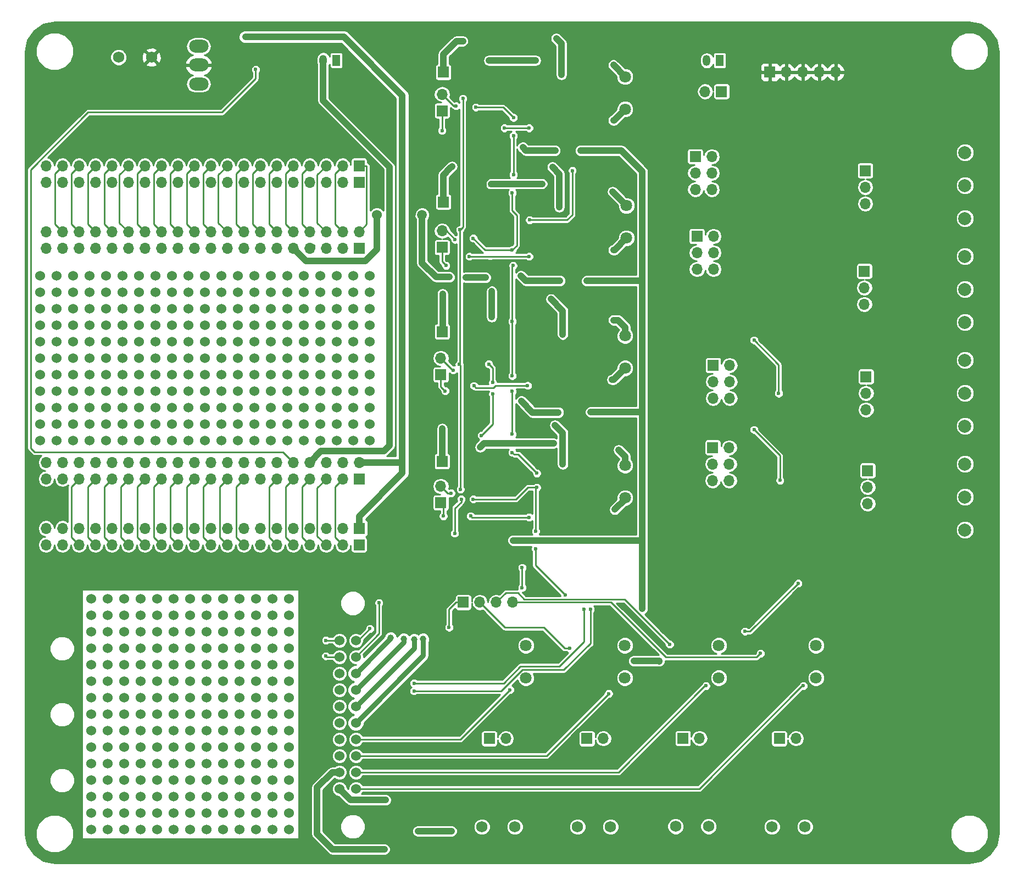
<source format=gbl>
G04 #@! TF.FileFunction,Copper,L2,Bot,Signal*
%FSLAX46Y46*%
G04 Gerber Fmt 4.6, Leading zero omitted, Abs format (unit mm)*
G04 Created by KiCad (PCBNEW 4.0.7-e2-6376~60~ubuntu17.10.1) date Fri Nov 10 10:24:04 2017*
%MOMM*%
%LPD*%
G01*
G04 APERTURE LIST*
%ADD10C,0.100000*%
%ADD11R,1.700000X1.700000*%
%ADD12O,1.700000X1.700000*%
%ADD13C,1.524000*%
%ADD14R,1.200000X1.700000*%
%ADD15O,1.200000X1.700000*%
%ADD16C,1.800000*%
%ADD17C,1.750000*%
%ADD18C,2.000000*%
%ADD19O,3.000000X2.000000*%
%ADD20C,1.500000*%
%ADD21C,0.600000*%
%ADD22C,1.000000*%
%ADD23C,0.800000*%
%ADD24C,0.250000*%
%ADD25C,1.000000*%
%ADD26C,0.800000*%
%ADD27C,0.254000*%
G04 APERTURE END LIST*
D10*
D11*
X121830000Y-61290000D03*
D12*
X121830000Y-58750000D03*
X119290000Y-61290000D03*
X119290000Y-58750000D03*
X116750000Y-61290000D03*
X116750000Y-58750000D03*
X114210000Y-61290000D03*
X114210000Y-58750000D03*
X111670000Y-61290000D03*
X111670000Y-58750000D03*
X109130000Y-61290000D03*
X109130000Y-58750000D03*
X106590000Y-61290000D03*
X106590000Y-58750000D03*
X104050000Y-61290000D03*
X104050000Y-58750000D03*
X101510000Y-61290000D03*
X101510000Y-58750000D03*
X98970000Y-61290000D03*
X98970000Y-58750000D03*
X96430000Y-61290000D03*
X96430000Y-58750000D03*
X93890000Y-61290000D03*
X93890000Y-58750000D03*
X91350000Y-61290000D03*
X91350000Y-58750000D03*
X88810000Y-61290000D03*
X88810000Y-58750000D03*
X86270000Y-61290000D03*
X86270000Y-58750000D03*
X83730000Y-61290000D03*
X83730000Y-58750000D03*
X81190000Y-61290000D03*
X81190000Y-58750000D03*
X78650000Y-61290000D03*
X78650000Y-58750000D03*
X76110000Y-61290000D03*
X76110000Y-58750000D03*
X73570000Y-61290000D03*
X73570000Y-58750000D03*
D13*
X121322000Y-144602000D03*
X118782000Y-144602000D03*
X121322000Y-142062000D03*
X118782000Y-142062000D03*
X121322000Y-139522000D03*
X118782000Y-139522000D03*
X121322000Y-136982000D03*
X118782000Y-136982000D03*
X121322000Y-134442000D03*
X118782000Y-134442000D03*
X121322000Y-131902000D03*
X118782000Y-131902000D03*
X121322000Y-129362000D03*
X118782000Y-129362000D03*
X121322000Y-126822000D03*
X118782000Y-126822000D03*
X121322000Y-124282000D03*
X118782000Y-124282000D03*
X121322000Y-121742000D03*
X118782000Y-121742000D03*
D11*
X121830000Y-96850000D03*
D12*
X121830000Y-94310000D03*
X119290000Y-96850000D03*
X119290000Y-94310000D03*
X116750000Y-96850000D03*
X116750000Y-94310000D03*
X114210000Y-96850000D03*
X114210000Y-94310000D03*
X111670000Y-96850000D03*
X111670000Y-94310000D03*
X109130000Y-96850000D03*
X109130000Y-94310000D03*
X106590000Y-96850000D03*
X106590000Y-94310000D03*
X104050000Y-96850000D03*
X104050000Y-94310000D03*
X101510000Y-96850000D03*
X101510000Y-94310000D03*
X98970000Y-96850000D03*
X98970000Y-94310000D03*
X96430000Y-96850000D03*
X96430000Y-94310000D03*
X93890000Y-96850000D03*
X93890000Y-94310000D03*
X91350000Y-96850000D03*
X91350000Y-94310000D03*
X88810000Y-96850000D03*
X88810000Y-94310000D03*
X86270000Y-96850000D03*
X86270000Y-94310000D03*
X83730000Y-96850000D03*
X83730000Y-94310000D03*
X81190000Y-96850000D03*
X81190000Y-94310000D03*
X78650000Y-96850000D03*
X78650000Y-94310000D03*
X76110000Y-96850000D03*
X76110000Y-94310000D03*
X73570000Y-96850000D03*
X73570000Y-94310000D03*
D11*
X134625000Y-94175000D03*
X134425000Y-100515000D03*
D12*
X134425000Y-97975000D03*
D11*
X121830000Y-48590000D03*
D12*
X119290000Y-48590000D03*
X116750000Y-48590000D03*
X114210000Y-48590000D03*
X111670000Y-48590000D03*
X109130000Y-48590000D03*
X106590000Y-48590000D03*
X104050000Y-48590000D03*
X101510000Y-48590000D03*
X98970000Y-48590000D03*
X96430000Y-48590000D03*
X93890000Y-48590000D03*
X91350000Y-48590000D03*
X88810000Y-48590000D03*
X86270000Y-48590000D03*
X83730000Y-48590000D03*
X81190000Y-48590000D03*
X78650000Y-48590000D03*
X76110000Y-48590000D03*
X73570000Y-48590000D03*
D11*
X199833000Y-49348000D03*
D12*
X199833000Y-51888000D03*
X199833000Y-54428000D03*
D11*
X199706000Y-64842000D03*
D12*
X199706000Y-67382000D03*
X199706000Y-69922000D03*
D11*
X199960000Y-81098000D03*
D12*
X199960000Y-83638000D03*
X199960000Y-86178000D03*
D11*
X200214000Y-95576000D03*
D12*
X200214000Y-98116000D03*
X200214000Y-100656000D03*
D11*
X173645600Y-47163600D03*
D12*
X176185600Y-47163600D03*
X173645600Y-49703600D03*
X176185600Y-49703600D03*
X173645600Y-52243600D03*
X176185600Y-52243600D03*
D11*
X173899600Y-59457200D03*
D12*
X176439600Y-59457200D03*
X173899600Y-61997200D03*
X176439600Y-61997200D03*
X173899600Y-64537200D03*
X176439600Y-64537200D03*
D11*
X176401500Y-79332700D03*
D12*
X178941500Y-79332700D03*
X176401500Y-81872700D03*
X178941500Y-81872700D03*
X176401500Y-84412700D03*
X178941500Y-84412700D03*
D11*
X176338000Y-92020000D03*
D12*
X178878000Y-92020000D03*
X176338000Y-94560000D03*
X178878000Y-94560000D03*
X176338000Y-97100000D03*
X178878000Y-97100000D03*
D11*
X121830000Y-51130000D03*
D12*
X119290000Y-51130000D03*
X116750000Y-51130000D03*
X114210000Y-51130000D03*
X111670000Y-51130000D03*
X109130000Y-51130000D03*
X106590000Y-51130000D03*
X104050000Y-51130000D03*
X101510000Y-51130000D03*
X98970000Y-51130000D03*
X96430000Y-51130000D03*
X93890000Y-51130000D03*
X91350000Y-51130000D03*
X88810000Y-51130000D03*
X86270000Y-51130000D03*
X83730000Y-51130000D03*
X81190000Y-51130000D03*
X78650000Y-51130000D03*
X76110000Y-51130000D03*
X73570000Y-51130000D03*
D11*
X121830000Y-107010000D03*
D12*
X119290000Y-107010000D03*
X116750000Y-107010000D03*
X114210000Y-107010000D03*
X111670000Y-107010000D03*
X109130000Y-107010000D03*
X106590000Y-107010000D03*
X104050000Y-107010000D03*
X101510000Y-107010000D03*
X98970000Y-107010000D03*
X96430000Y-107010000D03*
X93890000Y-107010000D03*
X91350000Y-107010000D03*
X88810000Y-107010000D03*
X86270000Y-107010000D03*
X83730000Y-107010000D03*
X81190000Y-107010000D03*
X78650000Y-107010000D03*
X76110000Y-107010000D03*
X73570000Y-107010000D03*
D11*
X121830000Y-104470000D03*
D12*
X119290000Y-104470000D03*
X116750000Y-104470000D03*
X114210000Y-104470000D03*
X111670000Y-104470000D03*
X109130000Y-104470000D03*
X106590000Y-104470000D03*
X104050000Y-104470000D03*
X101510000Y-104470000D03*
X98970000Y-104470000D03*
X96430000Y-104470000D03*
X93890000Y-104470000D03*
X91350000Y-104470000D03*
X88810000Y-104470000D03*
X86270000Y-104470000D03*
X83730000Y-104470000D03*
X81190000Y-104470000D03*
X78650000Y-104470000D03*
X76110000Y-104470000D03*
X73570000Y-104470000D03*
D14*
X118302000Y-32350000D03*
D15*
X116302000Y-32350000D03*
D11*
X134625000Y-40115000D03*
D12*
X134625000Y-37575000D03*
D11*
X134625000Y-61175000D03*
D12*
X134625000Y-58635000D03*
D11*
X134425000Y-80775000D03*
D12*
X134425000Y-78235000D03*
D11*
X137898000Y-115880000D03*
D12*
X140438000Y-115880000D03*
X142978000Y-115880000D03*
X145518000Y-115880000D03*
D16*
X162825000Y-39875000D03*
X162825000Y-34875000D03*
X163039000Y-59735000D03*
X163039000Y-54735000D03*
X162825000Y-79775000D03*
X162825000Y-74775000D03*
X162825000Y-99775000D03*
X162825000Y-94775000D03*
X147550000Y-122524000D03*
X147550000Y-127524000D03*
X162790000Y-122524000D03*
X162790000Y-127524000D03*
X177268000Y-122524000D03*
X177268000Y-127524000D03*
X192254000Y-122524000D03*
X192254000Y-127524000D03*
D11*
X141902000Y-136874000D03*
D12*
X144442000Y-136874000D03*
D11*
X156952000Y-136874000D03*
D12*
X159492000Y-136874000D03*
D11*
X171752000Y-136824000D03*
D12*
X174292000Y-136824000D03*
D11*
X186602000Y-136874000D03*
D12*
X189142000Y-136874000D03*
D11*
X134825000Y-34175000D03*
X134825000Y-54175000D03*
X134625000Y-74175000D03*
X177700000Y-37150000D03*
D12*
X175160000Y-37150000D03*
D17*
X84762000Y-31874000D03*
X89842000Y-31874000D03*
X140762000Y-150474000D03*
X145842000Y-150474000D03*
X155512000Y-150474000D03*
X160592000Y-150474000D03*
X170612000Y-150424000D03*
X175692000Y-150424000D03*
X185462000Y-150474000D03*
X190542000Y-150474000D03*
D18*
X215200000Y-46554000D03*
X215200000Y-51634000D03*
X215200000Y-56714000D03*
X215200000Y-62556000D03*
X215200000Y-67636000D03*
X215200000Y-72716000D03*
X215200000Y-78558000D03*
X215200000Y-83638000D03*
X215200000Y-88718000D03*
X215200000Y-94560000D03*
X215200000Y-99640000D03*
X215200000Y-104720000D03*
D14*
X177405000Y-32369000D03*
D15*
X175405000Y-32369000D03*
D19*
X97102000Y-35974000D03*
X97102000Y-33074000D03*
X97102000Y-30174000D03*
D11*
X185140000Y-34150000D03*
D12*
X187680000Y-34150000D03*
X190220000Y-34150000D03*
X192760000Y-34150000D03*
X195300000Y-34150000D03*
D13*
X72690000Y-65570000D03*
X72690000Y-68110000D03*
X72690000Y-70650000D03*
X72690000Y-73190000D03*
X72690000Y-75730000D03*
X72690000Y-78270000D03*
X72690000Y-80810000D03*
X72690000Y-83350000D03*
X72690000Y-85890000D03*
X72690000Y-88430000D03*
X72690000Y-90970000D03*
X75230000Y-90970000D03*
X75230000Y-88430000D03*
X75230000Y-85890000D03*
X75230000Y-83350000D03*
X75230000Y-80810000D03*
X75230000Y-78270000D03*
X75230000Y-75730000D03*
X75230000Y-73190000D03*
X75230000Y-70650000D03*
X75230000Y-68110000D03*
X75230000Y-65570000D03*
X77770000Y-65570000D03*
X77770000Y-68110000D03*
X77770000Y-70650000D03*
X77770000Y-73190000D03*
X77770000Y-75730000D03*
X77770000Y-78270000D03*
X77770000Y-80810000D03*
X77770000Y-83350000D03*
X77770000Y-85890000D03*
X77770000Y-88430000D03*
X77770000Y-90970000D03*
X80310000Y-90970000D03*
X80310000Y-88430000D03*
X80310000Y-85890000D03*
X80310000Y-83350000D03*
X80310000Y-80810000D03*
X80310000Y-78270000D03*
X80310000Y-75730000D03*
X80310000Y-73190000D03*
X80310000Y-70650000D03*
X80310000Y-68110000D03*
X80310000Y-65570000D03*
X82850000Y-65570000D03*
X82850000Y-68110000D03*
X82850000Y-70650000D03*
X82850000Y-73190000D03*
X82850000Y-75730000D03*
X82850000Y-78270000D03*
X82850000Y-80810000D03*
X82850000Y-83350000D03*
X82850000Y-85890000D03*
X82850000Y-88430000D03*
X82850000Y-90970000D03*
X85390000Y-90970000D03*
X85390000Y-88430000D03*
X85390000Y-85890000D03*
X85390000Y-83350000D03*
X85390000Y-80810000D03*
X85390000Y-78270000D03*
X85390000Y-75730000D03*
X85390000Y-73190000D03*
X85390000Y-70650000D03*
X85390000Y-68110000D03*
X85390000Y-65570000D03*
X87930000Y-65570000D03*
X87930000Y-68110000D03*
X87930000Y-70650000D03*
X87930000Y-73190000D03*
X87930000Y-75730000D03*
X87930000Y-78270000D03*
X87930000Y-80810000D03*
X87930000Y-83350000D03*
X87930000Y-85890000D03*
X87930000Y-88430000D03*
X87930000Y-90970000D03*
X90470000Y-90970000D03*
X90470000Y-88430000D03*
X90470000Y-85890000D03*
X90470000Y-83350000D03*
X90470000Y-80810000D03*
X90470000Y-78270000D03*
X90470000Y-75730000D03*
X90470000Y-73190000D03*
X90470000Y-70650000D03*
X90470000Y-68110000D03*
X90470000Y-65570000D03*
X93010000Y-65570000D03*
X93010000Y-68110000D03*
X93010000Y-70650000D03*
X93010000Y-73190000D03*
X93010000Y-75730000D03*
X93010000Y-78270000D03*
X93010000Y-80810000D03*
X93010000Y-83350000D03*
X93010000Y-85890000D03*
X93010000Y-88430000D03*
X93010000Y-90970000D03*
X95550000Y-90970000D03*
X95550000Y-88430000D03*
X95550000Y-85890000D03*
X95550000Y-83350000D03*
X95550000Y-80810000D03*
X95550000Y-78270000D03*
X95550000Y-75730000D03*
X95550000Y-73190000D03*
X95550000Y-70650000D03*
X95550000Y-68110000D03*
X95550000Y-65570000D03*
X98090000Y-65570000D03*
X98090000Y-68110000D03*
X98090000Y-70650000D03*
X98090000Y-73190000D03*
X98090000Y-75730000D03*
X98090000Y-78270000D03*
X98090000Y-80810000D03*
X98090000Y-83350000D03*
X98090000Y-85890000D03*
X98090000Y-88430000D03*
X98090000Y-90970000D03*
X100630000Y-90970000D03*
X100630000Y-88430000D03*
X100630000Y-85890000D03*
X100630000Y-83350000D03*
X100630000Y-80810000D03*
X100630000Y-78270000D03*
X100630000Y-75730000D03*
X100630000Y-73190000D03*
X100630000Y-70650000D03*
X100630000Y-68110000D03*
X100630000Y-65570000D03*
X103170000Y-65570000D03*
X103170000Y-68110000D03*
X103170000Y-70650000D03*
X103170000Y-73190000D03*
X103170000Y-75730000D03*
X103170000Y-78270000D03*
X103170000Y-80810000D03*
X103170000Y-83350000D03*
X103170000Y-85890000D03*
X103170000Y-88430000D03*
X103170000Y-90970000D03*
X105710000Y-90970000D03*
X105710000Y-88430000D03*
X105710000Y-85890000D03*
X105710000Y-83350000D03*
X105710000Y-80810000D03*
X105710000Y-78270000D03*
X105710000Y-75730000D03*
X105710000Y-73190000D03*
X105710000Y-70650000D03*
X105710000Y-68110000D03*
X105710000Y-65570000D03*
X108250000Y-65570000D03*
X108250000Y-68110000D03*
X108250000Y-70650000D03*
X108250000Y-73190000D03*
X108250000Y-75730000D03*
X108250000Y-78270000D03*
X108250000Y-80810000D03*
X108250000Y-83350000D03*
X108250000Y-85890000D03*
X108250000Y-88430000D03*
X108250000Y-90970000D03*
X110790000Y-90970000D03*
X110790000Y-88430000D03*
X110790000Y-85890000D03*
X110790000Y-83350000D03*
X110790000Y-80810000D03*
X110790000Y-78270000D03*
X110790000Y-75730000D03*
X110790000Y-73190000D03*
X110790000Y-70650000D03*
X110790000Y-68110000D03*
X110790000Y-65570000D03*
X113330000Y-65570000D03*
X113330000Y-68110000D03*
X113330000Y-70650000D03*
X113330000Y-73190000D03*
X113330000Y-75730000D03*
X113330000Y-78270000D03*
X113330000Y-80810000D03*
X113330000Y-83350000D03*
X113330000Y-85890000D03*
X113330000Y-88430000D03*
X113330000Y-90970000D03*
X115870000Y-90970000D03*
X115870000Y-88430000D03*
X115870000Y-85890000D03*
X115870000Y-83350000D03*
X115870000Y-80810000D03*
X115870000Y-78270000D03*
X115870000Y-75730000D03*
X115870000Y-73190000D03*
X115870000Y-70650000D03*
X115870000Y-68110000D03*
X115870000Y-65570000D03*
X118410000Y-65570000D03*
X118410000Y-68110000D03*
X118410000Y-70650000D03*
X118410000Y-73190000D03*
X118410000Y-75730000D03*
X118410000Y-78270000D03*
X118410000Y-80810000D03*
X118410000Y-83350000D03*
X118410000Y-85890000D03*
X118410000Y-88430000D03*
X118410000Y-90970000D03*
X120950000Y-90970000D03*
X120950000Y-88430000D03*
X120950000Y-85890000D03*
X120950000Y-83350000D03*
X120950000Y-80810000D03*
X120950000Y-78270000D03*
X120950000Y-75730000D03*
X120950000Y-73190000D03*
X120950000Y-70650000D03*
X120950000Y-68110000D03*
X120950000Y-65570000D03*
X123490000Y-65570000D03*
X123490000Y-68110000D03*
X123490000Y-70650000D03*
X123490000Y-73190000D03*
X123490000Y-75730000D03*
X123490000Y-78270000D03*
X123490000Y-80810000D03*
X123490000Y-83350000D03*
X123490000Y-85890000D03*
X123490000Y-88430000D03*
X123490000Y-90970000D03*
X80560000Y-115370000D03*
X80560000Y-117910000D03*
X80560000Y-120450000D03*
X80560000Y-122990000D03*
X80560000Y-125530000D03*
X80560000Y-128070000D03*
X80560000Y-130610000D03*
X80560000Y-133150000D03*
X80560000Y-135690000D03*
X80560000Y-138230000D03*
X80560000Y-140770000D03*
X83100000Y-130610000D03*
X83100000Y-128070000D03*
X83100000Y-125530000D03*
X83100000Y-122990000D03*
X83100000Y-120450000D03*
X83100000Y-117910000D03*
X83100000Y-115370000D03*
X80560000Y-150930000D03*
X80560000Y-148390000D03*
X80560000Y-145850000D03*
X80560000Y-143310000D03*
X83100000Y-133150000D03*
X83100000Y-135690000D03*
X83100000Y-138230000D03*
X83100000Y-140770000D03*
X83100000Y-143310000D03*
X83100000Y-145850000D03*
X83100000Y-148390000D03*
X83100000Y-150930000D03*
X85640000Y-115370000D03*
X85640000Y-117910000D03*
X85640000Y-120450000D03*
X85640000Y-148390000D03*
X85640000Y-145850000D03*
X85640000Y-143310000D03*
X85640000Y-140770000D03*
X85640000Y-138230000D03*
X85640000Y-135690000D03*
X85640000Y-133150000D03*
X85640000Y-130610000D03*
X85640000Y-128070000D03*
X85640000Y-125530000D03*
X85640000Y-122990000D03*
X85640000Y-150930000D03*
X88180000Y-115370000D03*
X88180000Y-117910000D03*
X88180000Y-120450000D03*
X88180000Y-122990000D03*
X88180000Y-125530000D03*
X88180000Y-128070000D03*
X88180000Y-130610000D03*
X88180000Y-133150000D03*
X88180000Y-135690000D03*
X88180000Y-138230000D03*
X90720000Y-128070000D03*
X90720000Y-125530000D03*
X90720000Y-122990000D03*
X90720000Y-120450000D03*
X90720000Y-117910000D03*
X90720000Y-115370000D03*
X88180000Y-150930000D03*
X88180000Y-148390000D03*
X88180000Y-145850000D03*
X88180000Y-143310000D03*
X88180000Y-140770000D03*
X90720000Y-130610000D03*
X90720000Y-133150000D03*
X90720000Y-135690000D03*
X90720000Y-138230000D03*
X90720000Y-140770000D03*
X90720000Y-143310000D03*
X90720000Y-145850000D03*
X90720000Y-148390000D03*
X90720000Y-150930000D03*
X93260000Y-115370000D03*
X93260000Y-117910000D03*
X93260000Y-145850000D03*
X93260000Y-143310000D03*
X93260000Y-140770000D03*
X93260000Y-138230000D03*
X93260000Y-135690000D03*
X93260000Y-133150000D03*
X93260000Y-130610000D03*
X93260000Y-128070000D03*
X93260000Y-125530000D03*
X93260000Y-122990000D03*
X93260000Y-120450000D03*
X93260000Y-148390000D03*
X93260000Y-150930000D03*
X95800000Y-115370000D03*
X95800000Y-117910000D03*
X95800000Y-120450000D03*
X95800000Y-122990000D03*
X95800000Y-125530000D03*
X95800000Y-128070000D03*
X95800000Y-130610000D03*
X95800000Y-133150000D03*
X95800000Y-135690000D03*
X98340000Y-125530000D03*
X98340000Y-122990000D03*
X98340000Y-120450000D03*
X98340000Y-117910000D03*
X98340000Y-115370000D03*
X95800000Y-150930000D03*
X95800000Y-148390000D03*
X95800000Y-145850000D03*
X95800000Y-143310000D03*
X95800000Y-140770000D03*
X95800000Y-138230000D03*
X98340000Y-128070000D03*
X98340000Y-130610000D03*
X98340000Y-133150000D03*
X98340000Y-135690000D03*
X98340000Y-138230000D03*
X98340000Y-140770000D03*
X98340000Y-143310000D03*
X98340000Y-145850000D03*
X98340000Y-148390000D03*
X98340000Y-150930000D03*
X100880000Y-115370000D03*
X100880000Y-143310000D03*
X100880000Y-140770000D03*
X100880000Y-138230000D03*
X100880000Y-135690000D03*
X100880000Y-133150000D03*
X100880000Y-130610000D03*
X100880000Y-128070000D03*
X100880000Y-125530000D03*
X100880000Y-122990000D03*
X100880000Y-120450000D03*
X100880000Y-117910000D03*
X100880000Y-145850000D03*
X100880000Y-148390000D03*
X100880000Y-150930000D03*
X103420000Y-115370000D03*
X103420000Y-117910000D03*
X103420000Y-120450000D03*
X103420000Y-122990000D03*
X103420000Y-125530000D03*
X103420000Y-128070000D03*
X103420000Y-130610000D03*
X103420000Y-133150000D03*
X105960000Y-122990000D03*
X105960000Y-120450000D03*
X105960000Y-117910000D03*
X105960000Y-115370000D03*
X103420000Y-150930000D03*
X103420000Y-148390000D03*
X103420000Y-145850000D03*
X103420000Y-143310000D03*
X103420000Y-140770000D03*
X103420000Y-138230000D03*
X103420000Y-135690000D03*
X105960000Y-125530000D03*
X105960000Y-128070000D03*
X105960000Y-130610000D03*
X105960000Y-133150000D03*
X105960000Y-135690000D03*
X105960000Y-138230000D03*
X105960000Y-140770000D03*
X105960000Y-143310000D03*
X105960000Y-145850000D03*
X105960000Y-148390000D03*
X105960000Y-150930000D03*
X108500000Y-140770000D03*
X108500000Y-138230000D03*
X108500000Y-135690000D03*
X108500000Y-133150000D03*
X108500000Y-130610000D03*
X108500000Y-128070000D03*
X108500000Y-125530000D03*
X108500000Y-122990000D03*
X108500000Y-120450000D03*
X108500000Y-117910000D03*
X108500000Y-115370000D03*
X108500000Y-143310000D03*
X108500000Y-145850000D03*
X108500000Y-148390000D03*
X108500000Y-150930000D03*
X111040000Y-115370000D03*
X111040000Y-117910000D03*
X111040000Y-120450000D03*
X111040000Y-122990000D03*
X111040000Y-125530000D03*
X111040000Y-128070000D03*
X111040000Y-130610000D03*
X111040000Y-150930000D03*
X111040000Y-148390000D03*
X111040000Y-145850000D03*
X111040000Y-143310000D03*
X111040000Y-140770000D03*
X111040000Y-138230000D03*
X111040000Y-135690000D03*
X111040000Y-133150000D03*
D20*
X131550000Y-56150000D03*
D13*
X124550000Y-56150000D03*
D21*
X189500000Y-112950000D03*
X181300000Y-120350000D03*
X154700000Y-49350000D03*
X148100000Y-56950000D03*
D22*
X148100000Y-112750000D03*
X131500000Y-147950000D03*
X168100000Y-124950000D03*
X136100000Y-151150000D03*
X130900000Y-151150000D03*
X157500000Y-86550000D03*
X156900000Y-66350000D03*
X135725000Y-65750000D03*
X138300000Y-65825000D03*
X141350000Y-65825000D03*
X152800000Y-66325000D03*
X146775000Y-65550000D03*
X147075000Y-45775000D03*
X152050000Y-46250000D03*
X155950000Y-46250000D03*
X165500000Y-116875000D03*
X164175000Y-124925000D03*
X145575000Y-106325000D03*
X146825000Y-84875000D03*
X152550000Y-86600000D03*
D21*
X136774990Y-39375000D03*
X148025000Y-42775000D03*
X144224998Y-42775000D03*
X136625000Y-59975000D03*
X138825000Y-62575000D03*
X148025000Y-62575000D03*
X136320550Y-80079450D03*
X139525001Y-82500001D03*
X147792948Y-82474999D03*
X135999262Y-99050250D03*
X139025000Y-102575000D03*
X148025000Y-102775000D03*
X135700000Y-119750000D03*
X154300000Y-122950000D03*
X169700000Y-122350000D03*
X183700000Y-123750000D03*
D22*
X104300000Y-28750000D03*
D21*
X152225000Y-28975000D03*
X153025000Y-34575000D03*
X152699992Y-54950000D03*
X151625000Y-48775000D03*
X151410474Y-69150010D03*
X153225000Y-74575000D03*
X152025000Y-88575000D03*
X153225000Y-94575000D03*
X145100000Y-129350000D03*
X160300000Y-129950000D03*
X175300000Y-128750000D03*
X190300000Y-128750000D03*
D22*
X126700000Y-121350000D03*
X128700000Y-121549996D03*
X130301139Y-121606809D03*
X131700004Y-121550000D03*
D21*
X149050000Y-104925000D03*
X149025000Y-107625000D03*
X153600000Y-114750000D03*
X145425000Y-52775000D03*
X145625000Y-49975000D03*
X145625000Y-43975000D03*
X145625000Y-41175000D03*
X139825000Y-39575000D03*
X139425000Y-59775000D03*
X145425000Y-61575000D03*
X145574998Y-63975000D03*
X139425000Y-99975000D03*
X149225000Y-98175000D03*
X149225000Y-95975000D03*
X145425000Y-92775000D03*
X145425000Y-89975000D03*
X145425000Y-83375000D03*
X145425000Y-80975000D03*
X145425000Y-72575000D03*
X157500013Y-116950000D03*
X130300000Y-129550000D03*
X116700000Y-124150000D03*
X140700000Y-90150000D03*
X141815516Y-79164175D03*
X142425000Y-82000010D03*
X137575000Y-99974998D03*
X137450000Y-98464834D03*
X136575000Y-105250000D03*
X146950000Y-110525000D03*
X146950000Y-113625000D03*
X137275000Y-79225000D03*
X137375000Y-58450000D03*
X137825000Y-38225000D03*
X142425000Y-83775000D03*
X156500000Y-116950000D03*
X130300000Y-128350000D03*
X116708000Y-121742000D03*
X124900000Y-115950000D03*
X123500000Y-119950000D03*
X186502000Y-83674000D03*
X182702000Y-75474000D03*
X186702000Y-97074000D03*
X182702000Y-89274000D03*
X105900000Y-33750000D03*
X134625000Y-43175000D03*
X135225000Y-63975000D03*
X135099999Y-83300001D03*
X134825000Y-102575000D03*
D23*
X161025000Y-41575000D03*
D21*
X161025000Y-61575000D03*
X161025000Y-32975000D03*
X141825000Y-32374998D03*
X149025000Y-32375000D03*
X142025000Y-51575000D03*
X150025000Y-51375000D03*
X160825000Y-52575000D03*
X160825000Y-81575000D03*
X161225000Y-101575000D03*
X142300000Y-67950000D03*
X142275000Y-71925000D03*
X161025000Y-72375000D03*
X140500000Y-91950000D03*
X151825000Y-91375000D03*
X161825000Y-92375000D03*
X137825000Y-29375000D03*
X136150000Y-48700000D03*
X134700000Y-68350000D03*
X134700000Y-88950000D03*
D22*
X125900000Y-146350002D03*
X125750000Y-153950000D03*
D24*
X116750000Y-48590000D02*
X115385001Y-49954999D01*
X115385001Y-49954999D02*
X115385001Y-57385001D01*
X115385001Y-57385001D02*
X116750000Y-58750000D01*
X109130000Y-58750000D02*
X107954999Y-57574999D01*
X107954999Y-57574999D02*
X107954999Y-49765001D01*
X107954999Y-49765001D02*
X108280001Y-49439999D01*
X108280001Y-49439999D02*
X109130000Y-48590000D01*
X181300000Y-120350000D02*
X182100000Y-120350000D01*
X182100000Y-120350000D02*
X189500000Y-112950000D01*
X153900000Y-56950000D02*
X154700000Y-56150000D01*
X154700000Y-56150000D02*
X154700000Y-49350000D01*
X148100000Y-56950000D02*
X153900000Y-56950000D01*
X111670000Y-48590000D02*
X110494999Y-49765001D01*
X110494999Y-57574999D02*
X111670000Y-58750000D01*
X110494999Y-49765001D02*
X110494999Y-57574999D01*
D25*
X131550000Y-56150000D02*
X131550000Y-63600000D01*
X131550000Y-63600000D02*
X133700000Y-65750000D01*
D24*
X133700000Y-65750000D02*
X133700000Y-65700000D01*
D25*
X135725000Y-65750000D02*
X133700000Y-65750000D01*
X168075000Y-124925000D02*
X168100000Y-124950000D01*
X164175000Y-124925000D02*
X168075000Y-124925000D01*
X130900000Y-151150000D02*
X136100000Y-151150000D01*
X165475000Y-86550000D02*
X157500000Y-86550000D01*
X165500000Y-86525000D02*
X165475000Y-86550000D01*
X165425000Y-66350000D02*
X156900000Y-66350000D01*
X165500000Y-66275000D02*
X165425000Y-66350000D01*
X141350000Y-65825000D02*
X138300000Y-65825000D01*
X165500000Y-86525000D02*
X165500000Y-66275000D01*
X165500000Y-66275000D02*
X165500000Y-49500000D01*
X146775000Y-65550000D02*
X147550000Y-66325000D01*
X147550000Y-66325000D02*
X152800000Y-66325000D01*
X152050000Y-46250000D02*
X147550000Y-46250000D01*
X147550000Y-46250000D02*
X147075000Y-45775000D01*
X165500000Y-49500000D02*
X162250000Y-46250000D01*
X162250000Y-46250000D02*
X155950000Y-46250000D01*
X165500000Y-106325000D02*
X165500000Y-86525000D01*
X165500000Y-116875000D02*
X165500000Y-106325000D01*
X165500000Y-106325000D02*
X145575000Y-106325000D01*
X152550000Y-86600000D02*
X148550000Y-86600000D01*
X148550000Y-86600000D02*
X146825000Y-84875000D01*
D24*
X136425000Y-39375000D02*
X136774990Y-39375000D01*
X134625000Y-37575000D02*
X136425000Y-39375000D01*
X144224998Y-42775000D02*
X148025000Y-42775000D01*
X141699998Y-62575000D02*
X138825000Y-62575000D01*
X141724999Y-62600001D02*
X141699998Y-62575000D01*
X142325001Y-62600001D02*
X141724999Y-62600001D01*
X148025000Y-62575000D02*
X142350002Y-62575000D01*
X142350002Y-62575000D02*
X142325001Y-62600001D01*
X136625000Y-59975000D02*
X135285000Y-58635000D01*
X135285000Y-58635000D02*
X134625000Y-58635000D01*
X142550014Y-82800000D02*
X139825000Y-82800000D01*
X142875015Y-82474999D02*
X142550014Y-82800000D01*
X147792948Y-82474999D02*
X142875015Y-82474999D01*
X139825000Y-82800000D02*
X139525001Y-82500001D01*
X136269450Y-80079450D02*
X136320550Y-80079450D01*
X134425000Y-78235000D02*
X136269450Y-80079450D01*
X135500250Y-99050250D02*
X135999262Y-99050250D01*
X134425000Y-97975000D02*
X135500250Y-99050250D01*
X148025000Y-102775000D02*
X139225000Y-102775000D01*
X139225000Y-102775000D02*
X139025000Y-102575000D01*
X137898000Y-115880000D02*
X136798000Y-115880000D01*
X136798000Y-115880000D02*
X135700000Y-116978000D01*
X135700000Y-116978000D02*
X135700000Y-119750000D01*
X150300000Y-119750000D02*
X153500000Y-122950000D01*
X153500000Y-122950000D02*
X154300000Y-122950000D01*
X144308000Y-119750000D02*
X150300000Y-119750000D01*
X140438000Y-115880000D02*
X144308000Y-119750000D01*
X142978000Y-115880000D02*
X144433000Y-114425000D01*
X144433000Y-114425000D02*
X146300000Y-114425000D01*
X157449998Y-115425002D02*
X162775002Y-115425002D01*
X162775002Y-115425002D02*
X169700000Y-122350000D01*
X146300000Y-114425000D02*
X147304990Y-115429990D01*
X147304990Y-115429990D02*
X157445010Y-115429990D01*
X157445010Y-115429990D02*
X157449998Y-115425002D01*
X145518000Y-115880000D02*
X160630000Y-115880000D01*
X160630000Y-115880000D02*
X169100000Y-124350000D01*
X169100000Y-124350000D02*
X183100000Y-124350000D01*
X183100000Y-124350000D02*
X183700000Y-123750000D01*
D25*
X128500000Y-37750000D02*
X128500000Y-94350000D01*
X128500000Y-94350000D02*
X128500000Y-95950000D01*
X121830000Y-94310000D02*
X123032081Y-94310000D01*
X123032081Y-94310000D02*
X123072081Y-94350000D01*
X123072081Y-94350000D02*
X128500000Y-94350000D01*
X121830000Y-104470000D02*
X121830000Y-102620000D01*
X104300000Y-28750000D02*
X119500000Y-28750000D01*
X119500000Y-28750000D02*
X128500000Y-37750000D01*
X128500000Y-95950000D02*
X121830000Y-102620000D01*
X153025000Y-29775000D02*
X152225000Y-28975000D01*
X153025000Y-34575000D02*
X153025000Y-29775000D01*
X152699992Y-49849992D02*
X152699992Y-54950000D01*
X151625000Y-48775000D02*
X152699992Y-49849992D01*
X153225000Y-74575000D02*
X153225000Y-70964536D01*
X153225000Y-70964536D02*
X151410474Y-69150010D01*
X153225000Y-94575000D02*
X153225000Y-89775000D01*
X153225000Y-89775000D02*
X152025000Y-88575000D01*
D24*
X121322000Y-136982000D02*
X137468000Y-136982000D01*
X137468000Y-136982000D02*
X145100000Y-129350000D01*
X121322000Y-139522000D02*
X150728000Y-139522000D01*
X150728000Y-139522000D02*
X160300000Y-129950000D01*
X121322000Y-142062000D02*
X161828998Y-142062000D01*
X161828998Y-142062000D02*
X175140998Y-128750000D01*
X175140998Y-128750000D02*
X175300000Y-128750000D01*
X121322000Y-144602000D02*
X174288998Y-144602000D01*
X174288998Y-144602000D02*
X190140998Y-128750000D01*
X190140998Y-128750000D02*
X190300000Y-128750000D01*
D26*
X126700000Y-121444000D02*
X126700000Y-121350000D01*
X121322000Y-126822000D02*
X126700000Y-121444000D01*
X128700000Y-121984000D02*
X128700000Y-121549996D01*
X121322000Y-129362000D02*
X128700000Y-121984000D01*
X130301139Y-122922861D02*
X130301139Y-121606809D01*
X121322000Y-131902000D02*
X130301139Y-122922861D01*
X121322000Y-134442000D02*
X131700004Y-124063996D01*
X131700004Y-124063996D02*
X131700004Y-121550000D01*
D24*
X146125002Y-60874998D02*
X145425000Y-61575000D01*
X145425000Y-52775000D02*
X145425000Y-55500002D01*
X145425000Y-55500002D02*
X146125002Y-56200004D01*
X146125002Y-56200004D02*
X146125002Y-60874998D01*
X141225000Y-61575000D02*
X139425000Y-59775000D01*
X145425000Y-61575000D02*
X141225000Y-61575000D01*
X149050000Y-104925000D02*
X149050000Y-98350000D01*
X149050000Y-98350000D02*
X149225000Y-98175000D01*
X153600000Y-114750000D02*
X149025000Y-110175000D01*
X149025000Y-110175000D02*
X149025000Y-107625000D01*
X145625000Y-43975000D02*
X145625000Y-49975000D01*
X139825000Y-39575000D02*
X144025000Y-39575000D01*
X144025000Y-39575000D02*
X145625000Y-41175000D01*
X145425000Y-72575000D02*
X145425000Y-64124998D01*
X145425000Y-64124998D02*
X145574998Y-63975000D01*
X147825000Y-98175000D02*
X146025000Y-99975000D01*
X146025000Y-99975000D02*
X139425000Y-99975000D01*
X149225000Y-98175000D02*
X147825000Y-98175000D01*
X145425000Y-92775000D02*
X145724999Y-93074999D01*
X145724999Y-93074999D02*
X146324999Y-93074999D01*
X146324999Y-93074999D02*
X149225000Y-95975000D01*
X145425000Y-83375000D02*
X145425000Y-89975000D01*
X145425000Y-72575000D02*
X145425000Y-80975000D01*
X157500013Y-122186398D02*
X157500013Y-116950000D01*
X153387412Y-126298999D02*
X157500013Y-122186398D01*
X146987411Y-126298999D02*
X153387412Y-126298999D01*
X130300000Y-129550000D02*
X143736410Y-129550000D01*
X143736410Y-129550000D02*
X146987411Y-126298999D01*
X118782000Y-124282000D02*
X116832000Y-124282000D01*
X116832000Y-124282000D02*
X116700000Y-124150000D01*
X137425009Y-58399991D02*
X137375000Y-58450000D01*
X137825000Y-58000000D02*
X137425009Y-58399991D01*
X137825000Y-38225000D02*
X137825000Y-58000000D01*
X142425000Y-88425000D02*
X140700000Y-90150000D01*
X142425000Y-83775000D02*
X142425000Y-88425000D01*
X137275000Y-79225000D02*
X137450000Y-79400000D01*
X137450000Y-79400000D02*
X137450000Y-98464834D01*
X142425000Y-79773659D02*
X141815516Y-79164175D01*
X142425000Y-82000010D02*
X142425000Y-79773659D01*
X136575000Y-105250000D02*
X136600000Y-105225000D01*
X136600000Y-105225000D02*
X136600000Y-101374262D01*
X136600000Y-101374262D02*
X137575000Y-100399262D01*
X137575000Y-100399262D02*
X137575000Y-99974998D01*
X146950000Y-113625000D02*
X146950000Y-110525000D01*
X137375000Y-58450000D02*
X137375000Y-79125000D01*
X137375000Y-79125000D02*
X137275000Y-79225000D01*
X130300000Y-128350000D02*
X144100000Y-128350000D01*
X152700000Y-125750000D02*
X156500000Y-121950000D01*
X156500000Y-121950000D02*
X156500000Y-116950000D01*
X146700000Y-125750000D02*
X152700000Y-125750000D01*
X144100000Y-128350000D02*
X146700000Y-125750000D01*
X118782000Y-121742000D02*
X116708000Y-121742000D01*
X124900000Y-120704000D02*
X121322000Y-124282000D01*
X124900000Y-115950000D02*
X124900000Y-120704000D01*
X123500000Y-119950000D02*
X121708000Y-121742000D01*
X121708000Y-121742000D02*
X121322000Y-121742000D01*
X118710000Y-126750000D02*
X118782000Y-126822000D01*
X186502000Y-83674000D02*
X186502000Y-79274000D01*
X186502000Y-79274000D02*
X182702000Y-75474000D01*
X186702000Y-97074000D02*
X186702000Y-93274000D01*
X186702000Y-93274000D02*
X182702000Y-89274000D01*
X114880000Y-60799590D02*
X114880000Y-61436000D01*
X123005006Y-57574994D02*
X121830000Y-58750000D01*
X123005006Y-48665006D02*
X123005006Y-57574994D01*
X122930000Y-48590000D02*
X123005006Y-48665006D01*
X121830000Y-48590000D02*
X122930000Y-48590000D01*
X122500000Y-48736000D02*
X122500000Y-49150000D01*
X119290000Y-48590000D02*
X118114999Y-49765001D01*
X118114999Y-49765001D02*
X118114999Y-57574999D01*
X118114999Y-57574999D02*
X119290000Y-58750000D01*
X114210000Y-48590000D02*
X113034999Y-49765001D01*
X113034999Y-49765001D02*
X113034999Y-57574999D01*
X113034999Y-57574999D02*
X114210000Y-58750000D01*
X106590000Y-58750000D02*
X105414999Y-57574999D01*
X105414999Y-57574999D02*
X105414999Y-49765001D01*
X105414999Y-49765001D02*
X106590000Y-48590000D01*
X104050000Y-48590000D02*
X102874999Y-49765001D01*
X102874999Y-49765001D02*
X102874999Y-57574999D01*
X102874999Y-57574999D02*
X104050000Y-58750000D01*
X101510000Y-48590000D02*
X100145001Y-49954999D01*
X100145001Y-49954999D02*
X100145001Y-57385001D01*
X100145001Y-57385001D02*
X101510000Y-58750000D01*
X98970000Y-48590000D02*
X97794999Y-49765001D01*
X97794999Y-49765001D02*
X97794999Y-57574999D01*
X97794999Y-57574999D02*
X98970000Y-58750000D01*
X96430000Y-48590000D02*
X95254999Y-49765001D01*
X95254999Y-49765001D02*
X95254999Y-57574999D01*
X95254999Y-57574999D02*
X96430000Y-58750000D01*
X93890000Y-48590000D02*
X92714999Y-49765001D01*
X92714999Y-49765001D02*
X92714999Y-57574999D01*
X92714999Y-57574999D02*
X93890000Y-58750000D01*
X91350000Y-48590000D02*
X90174999Y-49765001D01*
X90174999Y-49765001D02*
X90174999Y-57574999D01*
X90174999Y-57574999D02*
X91350000Y-58750000D01*
X88810000Y-48590000D02*
X87634999Y-49765001D01*
X87634999Y-49765001D02*
X87634999Y-57574999D01*
X87634999Y-57574999D02*
X88810000Y-58750000D01*
X86270000Y-48590000D02*
X84905001Y-49954999D01*
X84905001Y-49954999D02*
X84905001Y-57385001D01*
X84905001Y-57385001D02*
X86270000Y-58750000D01*
X83730000Y-48590000D02*
X82554999Y-49765001D01*
X82554999Y-49765001D02*
X82554999Y-57574999D01*
X82554999Y-57574999D02*
X83730000Y-58750000D01*
X76110000Y-48590000D02*
X74934999Y-49765001D01*
X74934999Y-49765001D02*
X74934999Y-57574999D01*
X74934999Y-57574999D02*
X76110000Y-58750000D01*
D25*
X116302000Y-32350000D02*
X116302000Y-38552000D01*
X116302000Y-38552000D02*
X126500000Y-48750000D01*
X126500000Y-48750000D02*
X126500000Y-91700000D01*
X126500000Y-91700000D02*
X125650000Y-92550000D01*
X125650000Y-92550000D02*
X115970000Y-92550000D01*
X115970000Y-92550000D02*
X115950000Y-92570000D01*
X115950000Y-92570000D02*
X114210000Y-94310000D01*
D24*
X105900000Y-33750000D02*
X105900000Y-35150000D01*
X105900000Y-35150000D02*
X100700000Y-40350000D01*
X100700000Y-40350000D02*
X80070998Y-40350000D01*
X80070998Y-40350000D02*
X71200000Y-49220998D01*
X71200000Y-49220998D02*
X71200000Y-92100000D01*
X71200000Y-92100000D02*
X71800000Y-92700000D01*
X110060000Y-92700000D02*
X111670000Y-94310000D01*
X71800000Y-92700000D02*
X110060000Y-92700000D01*
X119290000Y-96850000D02*
X118114999Y-98025001D01*
X118114999Y-98025001D02*
X118114999Y-105834999D01*
X118114999Y-105834999D02*
X119290000Y-107010000D01*
X116750000Y-96850000D02*
X115385001Y-98214999D01*
X115385001Y-98214999D02*
X115385001Y-105645001D01*
X115385001Y-105645001D02*
X116750000Y-107010000D01*
X114210000Y-96850000D02*
X113034999Y-98025001D01*
X113034999Y-98025001D02*
X113034999Y-105834999D01*
X113034999Y-105834999D02*
X114210000Y-107010000D01*
X111670000Y-96850000D02*
X110494999Y-98025001D01*
X110494999Y-98025001D02*
X110494999Y-105834999D01*
X110494999Y-105834999D02*
X111670000Y-107010000D01*
X109130000Y-96850000D02*
X107954999Y-98025001D01*
X107954999Y-98025001D02*
X107954999Y-105834999D01*
X107954999Y-105834999D02*
X109130000Y-107010000D01*
X104050000Y-96850000D02*
X102874999Y-98025001D01*
X102874999Y-98025001D02*
X102874999Y-105834999D01*
X102874999Y-105834999D02*
X104050000Y-107010000D01*
X101510000Y-96850000D02*
X100334999Y-98025001D01*
X100334999Y-98025001D02*
X100334999Y-105834999D01*
X100334999Y-105834999D02*
X101510000Y-107010000D01*
X98970000Y-96850000D02*
X97794999Y-98025001D01*
X97794999Y-98025001D02*
X97794999Y-105834999D01*
X97794999Y-105834999D02*
X98970000Y-107010000D01*
X96430000Y-96850000D02*
X95254999Y-98025001D01*
X95254999Y-98025001D02*
X95254999Y-105834999D01*
X95254999Y-105834999D02*
X96430000Y-107010000D01*
X93890000Y-96850000D02*
X92714999Y-98025001D01*
X92714999Y-98025001D02*
X92714999Y-105834999D01*
X92714999Y-105834999D02*
X93890000Y-107010000D01*
X91350000Y-96850000D02*
X90174999Y-98025001D01*
X90174999Y-98025001D02*
X90174999Y-105834999D01*
X90174999Y-105834999D02*
X91350000Y-107010000D01*
X88810000Y-96850000D02*
X87634999Y-98025001D01*
X87634999Y-105834999D02*
X88810000Y-107010000D01*
X87634999Y-98025001D02*
X87634999Y-105834999D01*
X86270000Y-96850000D02*
X85094999Y-98025001D01*
X85094999Y-98025001D02*
X85094999Y-105834999D01*
X85094999Y-105834999D02*
X86270000Y-107010000D01*
X83730000Y-96850000D02*
X82554999Y-98025001D01*
X82554999Y-98025001D02*
X82554999Y-105834999D01*
X82554999Y-105834999D02*
X83730000Y-107010000D01*
X81190000Y-96850000D02*
X80014999Y-98025001D01*
X80014999Y-98025001D02*
X80014999Y-105834999D01*
X80014999Y-105834999D02*
X81190000Y-107010000D01*
X78650000Y-96850000D02*
X77474999Y-98025001D01*
X77474999Y-98025001D02*
X77474999Y-105834999D01*
X77474999Y-105834999D02*
X78650000Y-107010000D01*
X134625000Y-43175000D02*
X134625000Y-40115000D01*
X135225000Y-63975000D02*
X134625000Y-63375000D01*
X134625000Y-63375000D02*
X134625000Y-61175000D01*
X134425000Y-80775000D02*
X134425000Y-82625002D01*
X134425000Y-82625002D02*
X135099999Y-83300001D01*
X134825000Y-102575000D02*
X134825000Y-100915000D01*
X134825000Y-100915000D02*
X134425000Y-100515000D01*
D25*
X162825000Y-39875000D02*
X161125000Y-41575000D01*
X161125000Y-41575000D02*
X161025000Y-41575000D01*
X163039000Y-59735000D02*
X161199000Y-61575000D01*
X161199000Y-61575000D02*
X161025000Y-61575000D01*
X162825000Y-34875000D02*
X161025000Y-33075000D01*
D24*
X161025000Y-33075000D02*
X161025000Y-32975000D01*
D25*
X149025000Y-32375000D02*
X141825002Y-32375000D01*
D24*
X141825002Y-32375000D02*
X141825000Y-32374998D01*
D25*
X150025000Y-51375000D02*
X142225000Y-51375000D01*
D24*
X142225000Y-51375000D02*
X142025000Y-51575000D01*
D25*
X163039000Y-54735000D02*
X160879000Y-52575000D01*
D24*
X160879000Y-52575000D02*
X160825000Y-52575000D01*
D25*
X162825000Y-79775000D02*
X161025000Y-81575000D01*
X161025000Y-81575000D02*
X160825000Y-81575000D01*
X162825000Y-99775000D02*
X162825000Y-99975000D01*
X162825000Y-99975000D02*
X161225000Y-101575000D01*
X162825000Y-74775000D02*
X162825000Y-73475000D01*
X161725000Y-72375000D02*
X161025000Y-72375000D01*
X162825000Y-73475000D02*
X161725000Y-72375000D01*
X142275000Y-67975000D02*
X142300000Y-67950000D01*
X142275000Y-71925000D02*
X142275000Y-67975000D01*
X141075000Y-91375000D02*
X140500000Y-91950000D01*
X151825000Y-91375000D02*
X141075000Y-91375000D01*
X162825000Y-94775000D02*
X162825000Y-93375000D01*
X162825000Y-93375000D02*
X161825000Y-92375000D01*
D24*
X78650000Y-58750000D02*
X77474999Y-57574999D01*
X77474999Y-57574999D02*
X77474999Y-49765001D01*
X77474999Y-49765001D02*
X77800001Y-49439999D01*
X77800001Y-49439999D02*
X78650000Y-48590000D01*
D25*
X134825000Y-34175000D02*
X134825000Y-31425000D01*
X134825000Y-31425000D02*
X136875000Y-29375000D01*
X136875000Y-29375000D02*
X137825000Y-29375000D01*
X134825000Y-50025000D02*
X135850001Y-48999999D01*
X134825000Y-54175000D02*
X134825000Y-50025000D01*
X135850001Y-48999999D02*
X136150000Y-48700000D01*
X134700000Y-68350000D02*
X134700000Y-74100000D01*
X134700000Y-74100000D02*
X134625000Y-74175000D01*
D24*
X134625000Y-89074994D02*
X134700000Y-88999994D01*
X134700000Y-88999994D02*
X134700000Y-88950000D01*
D25*
X134625000Y-94175000D02*
X134625000Y-89074994D01*
X120530002Y-146350002D02*
X125900000Y-146350002D01*
X118782000Y-144602000D02*
X120530002Y-146350002D01*
X118782000Y-142062000D02*
X117704370Y-142062000D01*
X117704370Y-142062000D02*
X115350000Y-144416370D01*
X115350000Y-144416370D02*
X115350000Y-151550000D01*
X115350000Y-151550000D02*
X117750000Y-153950000D01*
X117750000Y-153950000D02*
X125042894Y-153950000D01*
X125042894Y-153950000D02*
X125750000Y-153950000D01*
D24*
X81190000Y-58750000D02*
X80014999Y-57574999D01*
X80014999Y-57574999D02*
X80014999Y-49765001D01*
X80014999Y-49765001D02*
X80340001Y-49439999D01*
X80340001Y-49439999D02*
X81190000Y-48590000D01*
D25*
X111670000Y-61290000D02*
X113630000Y-63250000D01*
X113630000Y-63250000D02*
X122800000Y-63250000D01*
X122800000Y-63250000D02*
X124550000Y-61500000D01*
X124550000Y-61500000D02*
X124550000Y-57227630D01*
X124550000Y-57227630D02*
X124550000Y-56150000D01*
X111670000Y-61670000D02*
X111670000Y-61290000D01*
D27*
G36*
X217627302Y-26779927D02*
X219091636Y-27758364D01*
X220070073Y-29222698D01*
X220423000Y-30996982D01*
X220423000Y-151503018D01*
X220070073Y-153277302D01*
X219091636Y-154741636D01*
X217627302Y-155720073D01*
X215853018Y-156073000D01*
X74946982Y-156073000D01*
X73172698Y-155720073D01*
X71708364Y-154741636D01*
X70729927Y-153277302D01*
X70501648Y-152129662D01*
X71972493Y-152129662D01*
X72417164Y-153205846D01*
X73239823Y-154029943D01*
X74315229Y-154476490D01*
X75479662Y-154477507D01*
X76555846Y-154032836D01*
X77379943Y-153210177D01*
X77826490Y-152134771D01*
X77827507Y-150970338D01*
X77382836Y-149894154D01*
X76560177Y-149070057D01*
X75484771Y-148623510D01*
X74320338Y-148622493D01*
X73244154Y-149067164D01*
X72420057Y-149889823D01*
X71973510Y-150965229D01*
X71972493Y-152129662D01*
X70501648Y-152129662D01*
X70377000Y-151503018D01*
X70377000Y-143681622D01*
X74122666Y-143681622D01*
X74415416Y-144390132D01*
X74957017Y-144932678D01*
X75665014Y-145226665D01*
X76431622Y-145227334D01*
X77140132Y-144934584D01*
X77682678Y-144392983D01*
X77976665Y-143684986D01*
X77977334Y-142918378D01*
X77684584Y-142209868D01*
X77142983Y-141667322D01*
X76434986Y-141373335D01*
X75668378Y-141372666D01*
X74959868Y-141665416D01*
X74417322Y-142207017D01*
X74123335Y-142915014D01*
X74122666Y-143681622D01*
X70377000Y-143681622D01*
X70377000Y-133531622D01*
X74122666Y-133531622D01*
X74415416Y-134240132D01*
X74957017Y-134782678D01*
X75665014Y-135076665D01*
X76431622Y-135077334D01*
X77140132Y-134784584D01*
X77682678Y-134242983D01*
X77976665Y-133534986D01*
X77977334Y-132768378D01*
X77684584Y-132059868D01*
X77142983Y-131517322D01*
X76434986Y-131223335D01*
X75668378Y-131222666D01*
X74959868Y-131515416D01*
X74417322Y-132057017D01*
X74123335Y-132765014D01*
X74122666Y-133531622D01*
X70377000Y-133531622D01*
X70377000Y-123381622D01*
X74122666Y-123381622D01*
X74415416Y-124090132D01*
X74957017Y-124632678D01*
X75665014Y-124926665D01*
X76431622Y-124927334D01*
X77140132Y-124634584D01*
X77682678Y-124092983D01*
X77976665Y-123384986D01*
X77977334Y-122618378D01*
X77684584Y-121909868D01*
X77142983Y-121367322D01*
X76434986Y-121073335D01*
X75668378Y-121072666D01*
X74959868Y-121365416D01*
X74417322Y-121907017D01*
X74123335Y-122615014D01*
X74122666Y-123381622D01*
X70377000Y-123381622D01*
X70377000Y-114050000D01*
X79073000Y-114050000D01*
X79073000Y-152250000D01*
X79081685Y-152296159D01*
X79108965Y-152338553D01*
X79150590Y-152366994D01*
X79200000Y-152377000D01*
X112400000Y-152377000D01*
X112446159Y-152368315D01*
X112488553Y-152341035D01*
X112516994Y-152299410D01*
X112527000Y-152250000D01*
X112527000Y-144416370D01*
X114423000Y-144416370D01*
X114423000Y-151550000D01*
X114493564Y-151904748D01*
X114694512Y-152205488D01*
X117094512Y-154605488D01*
X117395253Y-154806437D01*
X117750000Y-154877000D01*
X125749191Y-154877000D01*
X125933583Y-154877161D01*
X126274417Y-154736331D01*
X126535414Y-154475789D01*
X126676839Y-154135201D01*
X126677161Y-153766417D01*
X126536331Y-153425583D01*
X126275789Y-153164586D01*
X125935201Y-153023161D01*
X125566417Y-153022839D01*
X125566027Y-153023000D01*
X118133976Y-153023000D01*
X116277000Y-151166024D01*
X116277000Y-150831622D01*
X118922666Y-150831622D01*
X119215416Y-151540132D01*
X119757017Y-152082678D01*
X120465014Y-152376665D01*
X121231622Y-152377334D01*
X121831034Y-152129662D01*
X212972493Y-152129662D01*
X213417164Y-153205846D01*
X214239823Y-154029943D01*
X215315229Y-154476490D01*
X216479662Y-154477507D01*
X217555846Y-154032836D01*
X218379943Y-153210177D01*
X218826490Y-152134771D01*
X218827507Y-150970338D01*
X218382836Y-149894154D01*
X217560177Y-149070057D01*
X216484771Y-148623510D01*
X215320338Y-148622493D01*
X214244154Y-149067164D01*
X213420057Y-149889823D01*
X212973510Y-150965229D01*
X212972493Y-152129662D01*
X121831034Y-152129662D01*
X121940132Y-152084584D01*
X122482678Y-151542983D01*
X122569628Y-151333583D01*
X129972839Y-151333583D01*
X130113669Y-151674417D01*
X130374211Y-151935414D01*
X130714799Y-152076839D01*
X131083583Y-152077161D01*
X131083973Y-152077000D01*
X136099191Y-152077000D01*
X136283583Y-152077161D01*
X136624417Y-151936331D01*
X136885414Y-151675789D01*
X137026839Y-151335201D01*
X137027161Y-150966417D01*
X136930239Y-150731848D01*
X139459774Y-150731848D01*
X139657574Y-151210560D01*
X140023513Y-151577139D01*
X140501880Y-151775774D01*
X141019848Y-151776226D01*
X141498560Y-151578426D01*
X141865139Y-151212487D01*
X142063774Y-150734120D01*
X142063775Y-150731848D01*
X144539774Y-150731848D01*
X144737574Y-151210560D01*
X145103513Y-151577139D01*
X145581880Y-151775774D01*
X146099848Y-151776226D01*
X146578560Y-151578426D01*
X146945139Y-151212487D01*
X147143774Y-150734120D01*
X147143775Y-150731848D01*
X154209774Y-150731848D01*
X154407574Y-151210560D01*
X154773513Y-151577139D01*
X155251880Y-151775774D01*
X155769848Y-151776226D01*
X156248560Y-151578426D01*
X156615139Y-151212487D01*
X156813774Y-150734120D01*
X156813775Y-150731848D01*
X159289774Y-150731848D01*
X159487574Y-151210560D01*
X159853513Y-151577139D01*
X160331880Y-151775774D01*
X160849848Y-151776226D01*
X161328560Y-151578426D01*
X161695139Y-151212487D01*
X161893774Y-150734120D01*
X161893819Y-150681848D01*
X169309774Y-150681848D01*
X169507574Y-151160560D01*
X169873513Y-151527139D01*
X170351880Y-151725774D01*
X170869848Y-151726226D01*
X171348560Y-151528426D01*
X171715139Y-151162487D01*
X171913774Y-150684120D01*
X171913775Y-150681848D01*
X174389774Y-150681848D01*
X174587574Y-151160560D01*
X174953513Y-151527139D01*
X175431880Y-151725774D01*
X175949848Y-151726226D01*
X176428560Y-151528426D01*
X176795139Y-151162487D01*
X176973955Y-150731848D01*
X184159774Y-150731848D01*
X184357574Y-151210560D01*
X184723513Y-151577139D01*
X185201880Y-151775774D01*
X185719848Y-151776226D01*
X186198560Y-151578426D01*
X186565139Y-151212487D01*
X186763774Y-150734120D01*
X186763775Y-150731848D01*
X189239774Y-150731848D01*
X189437574Y-151210560D01*
X189803513Y-151577139D01*
X190281880Y-151775774D01*
X190799848Y-151776226D01*
X191278560Y-151578426D01*
X191645139Y-151212487D01*
X191843774Y-150734120D01*
X191844226Y-150216152D01*
X191646426Y-149737440D01*
X191280487Y-149370861D01*
X190802120Y-149172226D01*
X190284152Y-149171774D01*
X189805440Y-149369574D01*
X189438861Y-149735513D01*
X189240226Y-150213880D01*
X189239774Y-150731848D01*
X186763775Y-150731848D01*
X186764226Y-150216152D01*
X186566426Y-149737440D01*
X186200487Y-149370861D01*
X185722120Y-149172226D01*
X185204152Y-149171774D01*
X184725440Y-149369574D01*
X184358861Y-149735513D01*
X184160226Y-150213880D01*
X184159774Y-150731848D01*
X176973955Y-150731848D01*
X176993774Y-150684120D01*
X176994226Y-150166152D01*
X176796426Y-149687440D01*
X176430487Y-149320861D01*
X175952120Y-149122226D01*
X175434152Y-149121774D01*
X174955440Y-149319574D01*
X174588861Y-149685513D01*
X174390226Y-150163880D01*
X174389774Y-150681848D01*
X171913775Y-150681848D01*
X171914226Y-150166152D01*
X171716426Y-149687440D01*
X171350487Y-149320861D01*
X170872120Y-149122226D01*
X170354152Y-149121774D01*
X169875440Y-149319574D01*
X169508861Y-149685513D01*
X169310226Y-150163880D01*
X169309774Y-150681848D01*
X161893819Y-150681848D01*
X161894226Y-150216152D01*
X161696426Y-149737440D01*
X161330487Y-149370861D01*
X160852120Y-149172226D01*
X160334152Y-149171774D01*
X159855440Y-149369574D01*
X159488861Y-149735513D01*
X159290226Y-150213880D01*
X159289774Y-150731848D01*
X156813775Y-150731848D01*
X156814226Y-150216152D01*
X156616426Y-149737440D01*
X156250487Y-149370861D01*
X155772120Y-149172226D01*
X155254152Y-149171774D01*
X154775440Y-149369574D01*
X154408861Y-149735513D01*
X154210226Y-150213880D01*
X154209774Y-150731848D01*
X147143775Y-150731848D01*
X147144226Y-150216152D01*
X146946426Y-149737440D01*
X146580487Y-149370861D01*
X146102120Y-149172226D01*
X145584152Y-149171774D01*
X145105440Y-149369574D01*
X144738861Y-149735513D01*
X144540226Y-150213880D01*
X144539774Y-150731848D01*
X142063775Y-150731848D01*
X142064226Y-150216152D01*
X141866426Y-149737440D01*
X141500487Y-149370861D01*
X141022120Y-149172226D01*
X140504152Y-149171774D01*
X140025440Y-149369574D01*
X139658861Y-149735513D01*
X139460226Y-150213880D01*
X139459774Y-150731848D01*
X136930239Y-150731848D01*
X136886331Y-150625583D01*
X136625789Y-150364586D01*
X136285201Y-150223161D01*
X135916417Y-150222839D01*
X135916027Y-150223000D01*
X130900809Y-150223000D01*
X130716417Y-150222839D01*
X130375583Y-150363669D01*
X130114586Y-150624211D01*
X129973161Y-150964799D01*
X129972839Y-151333583D01*
X122569628Y-151333583D01*
X122776665Y-150834986D01*
X122777334Y-150068378D01*
X122484584Y-149359868D01*
X121942983Y-148817322D01*
X121234986Y-148523335D01*
X120468378Y-148522666D01*
X119759868Y-148815416D01*
X119217322Y-149357017D01*
X118923335Y-150065014D01*
X118922666Y-150831622D01*
X116277000Y-150831622D01*
X116277000Y-144837469D01*
X117592794Y-144837469D01*
X117773427Y-145274635D01*
X118107606Y-145609397D01*
X118544456Y-145790793D01*
X118659918Y-145790894D01*
X119874514Y-147005490D01*
X120175254Y-147206438D01*
X120530002Y-147277002D01*
X125899191Y-147277002D01*
X126083583Y-147277163D01*
X126424417Y-147136333D01*
X126685414Y-146875791D01*
X126826839Y-146535203D01*
X126827161Y-146166419D01*
X126686331Y-145825585D01*
X126425789Y-145564588D01*
X126085201Y-145423163D01*
X125716417Y-145422841D01*
X125716027Y-145423002D01*
X122182533Y-145423002D01*
X122329397Y-145276394D01*
X122380219Y-145154000D01*
X174288998Y-145154000D01*
X174500240Y-145111982D01*
X174679321Y-144992323D01*
X183647644Y-136024000D01*
X185316635Y-136024000D01*
X185316635Y-137724000D01*
X185346409Y-137882237D01*
X185439927Y-138027567D01*
X185582619Y-138125064D01*
X185752000Y-138159365D01*
X187452000Y-138159365D01*
X187610237Y-138129591D01*
X187755567Y-138036073D01*
X187853064Y-137893381D01*
X187887365Y-137724000D01*
X187887365Y-137112210D01*
X187937188Y-137362687D01*
X188214007Y-137776975D01*
X188628295Y-138053794D01*
X189116982Y-138151000D01*
X189167018Y-138151000D01*
X189655705Y-138053794D01*
X190069993Y-137776975D01*
X190346812Y-137362687D01*
X190444018Y-136874000D01*
X190346812Y-136385313D01*
X190069993Y-135971025D01*
X189655705Y-135694206D01*
X189167018Y-135597000D01*
X189116982Y-135597000D01*
X188628295Y-135694206D01*
X188214007Y-135971025D01*
X187937188Y-136385313D01*
X187887365Y-136635790D01*
X187887365Y-136024000D01*
X187857591Y-135865763D01*
X187764073Y-135720433D01*
X187621381Y-135622936D01*
X187452000Y-135588635D01*
X185752000Y-135588635D01*
X185593763Y-135618409D01*
X185448433Y-135711927D01*
X185350936Y-135854619D01*
X185316635Y-136024000D01*
X183647644Y-136024000D01*
X190194735Y-129476909D01*
X190443975Y-129477126D01*
X190711275Y-129366680D01*
X190915961Y-129162350D01*
X191026874Y-128895244D01*
X191027126Y-128606025D01*
X190916680Y-128338725D01*
X190712350Y-128134039D01*
X190445244Y-128023126D01*
X190156025Y-128022874D01*
X189888725Y-128133320D01*
X189684039Y-128337650D01*
X189621079Y-128489273D01*
X174060352Y-144050000D01*
X122380418Y-144050000D01*
X122330573Y-143929365D01*
X121996394Y-143594603D01*
X121559544Y-143413207D01*
X121086531Y-143412794D01*
X120649365Y-143593427D01*
X120314603Y-143927606D01*
X120133207Y-144364456D01*
X120132965Y-144641989D01*
X119971107Y-144480131D01*
X119971206Y-144366531D01*
X119790573Y-143929365D01*
X119456394Y-143594603D01*
X119019544Y-143413207D01*
X118546531Y-143412794D01*
X118109365Y-143593427D01*
X117774603Y-143927606D01*
X117593207Y-144364456D01*
X117592794Y-144837469D01*
X116277000Y-144837469D01*
X116277000Y-144800346D01*
X118057821Y-143019525D01*
X118107606Y-143069397D01*
X118544456Y-143250793D01*
X119017469Y-143251206D01*
X119454635Y-143070573D01*
X119789397Y-142736394D01*
X119970793Y-142299544D01*
X119970794Y-142297469D01*
X120132794Y-142297469D01*
X120313427Y-142734635D01*
X120647606Y-143069397D01*
X121084456Y-143250793D01*
X121557469Y-143251206D01*
X121994635Y-143070573D01*
X122329397Y-142736394D01*
X122380219Y-142614000D01*
X161828998Y-142614000D01*
X162040240Y-142571982D01*
X162219321Y-142452323D01*
X168697644Y-135974000D01*
X170466635Y-135974000D01*
X170466635Y-137674000D01*
X170496409Y-137832237D01*
X170589927Y-137977567D01*
X170732619Y-138075064D01*
X170902000Y-138109365D01*
X172602000Y-138109365D01*
X172760237Y-138079591D01*
X172905567Y-137986073D01*
X173003064Y-137843381D01*
X173037365Y-137674000D01*
X173037365Y-137062210D01*
X173087188Y-137312687D01*
X173364007Y-137726975D01*
X173778295Y-138003794D01*
X174266982Y-138101000D01*
X174317018Y-138101000D01*
X174805705Y-138003794D01*
X175219993Y-137726975D01*
X175496812Y-137312687D01*
X175594018Y-136824000D01*
X175496812Y-136335313D01*
X175219993Y-135921025D01*
X174805705Y-135644206D01*
X174317018Y-135547000D01*
X174266982Y-135547000D01*
X173778295Y-135644206D01*
X173364007Y-135921025D01*
X173087188Y-136335313D01*
X173037365Y-136585790D01*
X173037365Y-135974000D01*
X173007591Y-135815763D01*
X172914073Y-135670433D01*
X172771381Y-135572936D01*
X172602000Y-135538635D01*
X170902000Y-135538635D01*
X170743763Y-135568409D01*
X170598433Y-135661927D01*
X170500936Y-135804619D01*
X170466635Y-135974000D01*
X168697644Y-135974000D01*
X175194735Y-129476909D01*
X175443975Y-129477126D01*
X175711275Y-129366680D01*
X175915961Y-129162350D01*
X176026874Y-128895244D01*
X176027126Y-128606025D01*
X175916680Y-128338725D01*
X175712350Y-128134039D01*
X175445244Y-128023126D01*
X175156025Y-128022874D01*
X174888725Y-128133320D01*
X174684039Y-128337650D01*
X174621079Y-128489273D01*
X161600352Y-141510000D01*
X122380418Y-141510000D01*
X122330573Y-141389365D01*
X121996394Y-141054603D01*
X121559544Y-140873207D01*
X121086531Y-140872794D01*
X120649365Y-141053427D01*
X120314603Y-141387606D01*
X120133207Y-141824456D01*
X120132794Y-142297469D01*
X119970794Y-142297469D01*
X119971206Y-141826531D01*
X119790573Y-141389365D01*
X119456394Y-141054603D01*
X119019544Y-140873207D01*
X118546531Y-140872794D01*
X118109365Y-141053427D01*
X118027650Y-141135000D01*
X117704370Y-141135000D01*
X117349622Y-141205564D01*
X117099536Y-141372666D01*
X117048882Y-141406512D01*
X114694512Y-143760882D01*
X114493564Y-144061622D01*
X114423000Y-144416370D01*
X112527000Y-144416370D01*
X112527000Y-139757469D01*
X117592794Y-139757469D01*
X117773427Y-140194635D01*
X118107606Y-140529397D01*
X118544456Y-140710793D01*
X119017469Y-140711206D01*
X119454635Y-140530573D01*
X119789397Y-140196394D01*
X119970793Y-139759544D01*
X119970794Y-139757469D01*
X120132794Y-139757469D01*
X120313427Y-140194635D01*
X120647606Y-140529397D01*
X121084456Y-140710793D01*
X121557469Y-140711206D01*
X121994635Y-140530573D01*
X122329397Y-140196394D01*
X122380219Y-140074000D01*
X150728000Y-140074000D01*
X150939242Y-140031982D01*
X151118323Y-139912323D01*
X155006646Y-136024000D01*
X155666635Y-136024000D01*
X155666635Y-137724000D01*
X155696409Y-137882237D01*
X155789927Y-138027567D01*
X155932619Y-138125064D01*
X156102000Y-138159365D01*
X157802000Y-138159365D01*
X157960237Y-138129591D01*
X158105567Y-138036073D01*
X158203064Y-137893381D01*
X158237365Y-137724000D01*
X158237365Y-137112210D01*
X158287188Y-137362687D01*
X158564007Y-137776975D01*
X158978295Y-138053794D01*
X159466982Y-138151000D01*
X159517018Y-138151000D01*
X160005705Y-138053794D01*
X160419993Y-137776975D01*
X160696812Y-137362687D01*
X160794018Y-136874000D01*
X160696812Y-136385313D01*
X160419993Y-135971025D01*
X160005705Y-135694206D01*
X159517018Y-135597000D01*
X159466982Y-135597000D01*
X158978295Y-135694206D01*
X158564007Y-135971025D01*
X158287188Y-136385313D01*
X158237365Y-136635790D01*
X158237365Y-136024000D01*
X158207591Y-135865763D01*
X158114073Y-135720433D01*
X157971381Y-135622936D01*
X157802000Y-135588635D01*
X156102000Y-135588635D01*
X155943763Y-135618409D01*
X155798433Y-135711927D01*
X155700936Y-135854619D01*
X155666635Y-136024000D01*
X155006646Y-136024000D01*
X160353599Y-130677047D01*
X160443975Y-130677126D01*
X160711275Y-130566680D01*
X160915961Y-130362350D01*
X161026874Y-130095244D01*
X161027126Y-129806025D01*
X160916680Y-129538725D01*
X160712350Y-129334039D01*
X160445244Y-129223126D01*
X160156025Y-129222874D01*
X159888725Y-129333320D01*
X159684039Y-129537650D01*
X159573126Y-129804756D01*
X159573046Y-129896308D01*
X150499354Y-138970000D01*
X122380418Y-138970000D01*
X122330573Y-138849365D01*
X121996394Y-138514603D01*
X121559544Y-138333207D01*
X121086531Y-138332794D01*
X120649365Y-138513427D01*
X120314603Y-138847606D01*
X120133207Y-139284456D01*
X120132794Y-139757469D01*
X119970794Y-139757469D01*
X119971206Y-139286531D01*
X119790573Y-138849365D01*
X119456394Y-138514603D01*
X119019544Y-138333207D01*
X118546531Y-138332794D01*
X118109365Y-138513427D01*
X117774603Y-138847606D01*
X117593207Y-139284456D01*
X117592794Y-139757469D01*
X112527000Y-139757469D01*
X112527000Y-137217469D01*
X117592794Y-137217469D01*
X117773427Y-137654635D01*
X118107606Y-137989397D01*
X118544456Y-138170793D01*
X119017469Y-138171206D01*
X119454635Y-137990573D01*
X119789397Y-137656394D01*
X119970793Y-137219544D01*
X119970794Y-137217469D01*
X120132794Y-137217469D01*
X120313427Y-137654635D01*
X120647606Y-137989397D01*
X121084456Y-138170793D01*
X121557469Y-138171206D01*
X121994635Y-137990573D01*
X122329397Y-137656394D01*
X122380219Y-137534000D01*
X137468000Y-137534000D01*
X137679242Y-137491982D01*
X137858323Y-137372323D01*
X139206646Y-136024000D01*
X140616635Y-136024000D01*
X140616635Y-137724000D01*
X140646409Y-137882237D01*
X140739927Y-138027567D01*
X140882619Y-138125064D01*
X141052000Y-138159365D01*
X142752000Y-138159365D01*
X142910237Y-138129591D01*
X143055567Y-138036073D01*
X143153064Y-137893381D01*
X143187365Y-137724000D01*
X143187365Y-137112210D01*
X143237188Y-137362687D01*
X143514007Y-137776975D01*
X143928295Y-138053794D01*
X144416982Y-138151000D01*
X144467018Y-138151000D01*
X144955705Y-138053794D01*
X145369993Y-137776975D01*
X145646812Y-137362687D01*
X145744018Y-136874000D01*
X145646812Y-136385313D01*
X145369993Y-135971025D01*
X144955705Y-135694206D01*
X144467018Y-135597000D01*
X144416982Y-135597000D01*
X143928295Y-135694206D01*
X143514007Y-135971025D01*
X143237188Y-136385313D01*
X143187365Y-136635790D01*
X143187365Y-136024000D01*
X143157591Y-135865763D01*
X143064073Y-135720433D01*
X142921381Y-135622936D01*
X142752000Y-135588635D01*
X141052000Y-135588635D01*
X140893763Y-135618409D01*
X140748433Y-135711927D01*
X140650936Y-135854619D01*
X140616635Y-136024000D01*
X139206646Y-136024000D01*
X145153599Y-130077047D01*
X145243975Y-130077126D01*
X145511275Y-129966680D01*
X145715961Y-129762350D01*
X145826874Y-129495244D01*
X145827126Y-129206025D01*
X145716680Y-128938725D01*
X145512350Y-128734039D01*
X145385634Y-128681422D01*
X146239579Y-127827477D01*
X146424369Y-128274703D01*
X146797334Y-128648319D01*
X147284885Y-128850769D01*
X147812798Y-128851229D01*
X148300703Y-128649631D01*
X148674319Y-128276666D01*
X148876769Y-127789115D01*
X148876771Y-127786798D01*
X161462771Y-127786798D01*
X161664369Y-128274703D01*
X162037334Y-128648319D01*
X162524885Y-128850769D01*
X163052798Y-128851229D01*
X163540703Y-128649631D01*
X163914319Y-128276666D01*
X164116769Y-127789115D01*
X164116771Y-127786798D01*
X175940771Y-127786798D01*
X176142369Y-128274703D01*
X176515334Y-128648319D01*
X177002885Y-128850769D01*
X177530798Y-128851229D01*
X178018703Y-128649631D01*
X178392319Y-128276666D01*
X178594769Y-127789115D01*
X178594771Y-127786798D01*
X190926771Y-127786798D01*
X191128369Y-128274703D01*
X191501334Y-128648319D01*
X191988885Y-128850769D01*
X192516798Y-128851229D01*
X193004703Y-128649631D01*
X193378319Y-128276666D01*
X193580769Y-127789115D01*
X193581229Y-127261202D01*
X193379631Y-126773297D01*
X193006666Y-126399681D01*
X192519115Y-126197231D01*
X191991202Y-126196771D01*
X191503297Y-126398369D01*
X191129681Y-126771334D01*
X190927231Y-127258885D01*
X190926771Y-127786798D01*
X178594771Y-127786798D01*
X178595229Y-127261202D01*
X178393631Y-126773297D01*
X178020666Y-126399681D01*
X177533115Y-126197231D01*
X177005202Y-126196771D01*
X176517297Y-126398369D01*
X176143681Y-126771334D01*
X175941231Y-127258885D01*
X175940771Y-127786798D01*
X164116771Y-127786798D01*
X164117229Y-127261202D01*
X163915631Y-126773297D01*
X163542666Y-126399681D01*
X163055115Y-126197231D01*
X162527202Y-126196771D01*
X162039297Y-126398369D01*
X161665681Y-126771334D01*
X161463231Y-127258885D01*
X161462771Y-127786798D01*
X148876771Y-127786798D01*
X148877229Y-127261202D01*
X148707737Y-126850999D01*
X153387412Y-126850999D01*
X153598654Y-126808981D01*
X153777735Y-126689322D01*
X157680259Y-122786798D01*
X161462771Y-122786798D01*
X161664369Y-123274703D01*
X162037334Y-123648319D01*
X162524885Y-123850769D01*
X163052798Y-123851229D01*
X163540703Y-123649631D01*
X163914319Y-123276666D01*
X164116769Y-122789115D01*
X164117229Y-122261202D01*
X163915631Y-121773297D01*
X163542666Y-121399681D01*
X163055115Y-121197231D01*
X162527202Y-121196771D01*
X162039297Y-121398369D01*
X161665681Y-121771334D01*
X161463231Y-122258885D01*
X161462771Y-122786798D01*
X157680259Y-122786798D01*
X157890336Y-122576721D01*
X158009995Y-122397640D01*
X158052013Y-122186398D01*
X158052013Y-117426200D01*
X158115974Y-117362350D01*
X158226887Y-117095244D01*
X158227139Y-116806025D01*
X158116693Y-116538725D01*
X158010154Y-116432000D01*
X160401354Y-116432000D01*
X167967354Y-123998000D01*
X164175809Y-123998000D01*
X163991417Y-123997839D01*
X163650583Y-124138669D01*
X163389586Y-124399211D01*
X163248161Y-124739799D01*
X163247839Y-125108583D01*
X163388669Y-125449417D01*
X163649211Y-125710414D01*
X163989799Y-125851839D01*
X164358583Y-125852161D01*
X164358973Y-125852000D01*
X167854980Y-125852000D01*
X167914799Y-125876839D01*
X168283583Y-125877161D01*
X168624417Y-125736331D01*
X168885414Y-125475789D01*
X169026839Y-125135201D01*
X169027055Y-124887491D01*
X169100000Y-124902000D01*
X183100000Y-124902000D01*
X183311242Y-124859982D01*
X183490323Y-124740323D01*
X183753599Y-124477047D01*
X183843975Y-124477126D01*
X184111275Y-124366680D01*
X184315961Y-124162350D01*
X184426874Y-123895244D01*
X184427126Y-123606025D01*
X184316680Y-123338725D01*
X184112350Y-123134039D01*
X183845244Y-123023126D01*
X183556025Y-123022874D01*
X183288725Y-123133320D01*
X183084039Y-123337650D01*
X182973126Y-123604756D01*
X182973046Y-123696308D01*
X182871354Y-123798000D01*
X177659622Y-123798000D01*
X178018703Y-123649631D01*
X178392319Y-123276666D01*
X178594769Y-122789115D01*
X178594771Y-122786798D01*
X190926771Y-122786798D01*
X191128369Y-123274703D01*
X191501334Y-123648319D01*
X191988885Y-123850769D01*
X192516798Y-123851229D01*
X193004703Y-123649631D01*
X193378319Y-123276666D01*
X193580769Y-122789115D01*
X193581229Y-122261202D01*
X193379631Y-121773297D01*
X193006666Y-121399681D01*
X192519115Y-121197231D01*
X191991202Y-121196771D01*
X191503297Y-121398369D01*
X191129681Y-121771334D01*
X190927231Y-122258885D01*
X190926771Y-122786798D01*
X178594771Y-122786798D01*
X178595229Y-122261202D01*
X178393631Y-121773297D01*
X178020666Y-121399681D01*
X177533115Y-121197231D01*
X177005202Y-121196771D01*
X176517297Y-121398369D01*
X176143681Y-121771334D01*
X175941231Y-122258885D01*
X175940771Y-122786798D01*
X176142369Y-123274703D01*
X176515334Y-123648319D01*
X176875804Y-123798000D01*
X169328646Y-123798000D01*
X161507648Y-115977002D01*
X162546356Y-115977002D01*
X168972953Y-122403599D01*
X168972874Y-122493975D01*
X169083320Y-122761275D01*
X169287650Y-122965961D01*
X169554756Y-123076874D01*
X169843975Y-123077126D01*
X170111275Y-122966680D01*
X170315961Y-122762350D01*
X170426874Y-122495244D01*
X170427126Y-122206025D01*
X170316680Y-121938725D01*
X170112350Y-121734039D01*
X169845244Y-121623126D01*
X169753692Y-121623046D01*
X168624621Y-120493975D01*
X180572874Y-120493975D01*
X180683320Y-120761275D01*
X180887650Y-120965961D01*
X181154756Y-121076874D01*
X181443975Y-121077126D01*
X181711275Y-120966680D01*
X181776068Y-120902000D01*
X182100000Y-120902000D01*
X182311242Y-120859982D01*
X182490323Y-120740323D01*
X189553599Y-113677047D01*
X189643975Y-113677126D01*
X189911275Y-113566680D01*
X190115961Y-113362350D01*
X190226874Y-113095244D01*
X190227126Y-112806025D01*
X190116680Y-112538725D01*
X189912350Y-112334039D01*
X189645244Y-112223126D01*
X189356025Y-112222874D01*
X189088725Y-112333320D01*
X188884039Y-112537650D01*
X188773126Y-112804756D01*
X188773046Y-112896308D01*
X181871354Y-119798000D01*
X181776200Y-119798000D01*
X181712350Y-119734039D01*
X181445244Y-119623126D01*
X181156025Y-119622874D01*
X180888725Y-119733320D01*
X180684039Y-119937650D01*
X180573126Y-120204756D01*
X180572874Y-120493975D01*
X168624621Y-120493975D01*
X165859938Y-117729292D01*
X166024417Y-117661331D01*
X166285414Y-117400789D01*
X166426839Y-117060201D01*
X166427161Y-116691417D01*
X166427000Y-116691027D01*
X166427000Y-105002603D01*
X213772752Y-105002603D01*
X213989543Y-105527275D01*
X214390614Y-105929047D01*
X214914907Y-106146752D01*
X215482603Y-106147248D01*
X216007275Y-105930457D01*
X216409047Y-105529386D01*
X216626752Y-105005093D01*
X216627248Y-104437397D01*
X216410457Y-103912725D01*
X216009386Y-103510953D01*
X215485093Y-103293248D01*
X214917397Y-103292752D01*
X214392725Y-103509543D01*
X213990953Y-103910614D01*
X213773248Y-104434907D01*
X213772752Y-105002603D01*
X166427000Y-105002603D01*
X166427000Y-94560000D01*
X175035982Y-94560000D01*
X175133188Y-95048687D01*
X175410007Y-95462975D01*
X175824295Y-95739794D01*
X176277791Y-95830000D01*
X175824295Y-95920206D01*
X175410007Y-96197025D01*
X175133188Y-96611313D01*
X175035982Y-97100000D01*
X175133188Y-97588687D01*
X175410007Y-98002975D01*
X175824295Y-98279794D01*
X176312982Y-98377000D01*
X176363018Y-98377000D01*
X176851705Y-98279794D01*
X177265993Y-98002975D01*
X177542812Y-97588687D01*
X177608000Y-97260965D01*
X177673188Y-97588687D01*
X177950007Y-98002975D01*
X178364295Y-98279794D01*
X178852982Y-98377000D01*
X178903018Y-98377000D01*
X179391705Y-98279794D01*
X179636839Y-98116000D01*
X198911982Y-98116000D01*
X199009188Y-98604687D01*
X199286007Y-99018975D01*
X199700295Y-99295794D01*
X200153791Y-99386000D01*
X199700295Y-99476206D01*
X199286007Y-99753025D01*
X199009188Y-100167313D01*
X198911982Y-100656000D01*
X199009188Y-101144687D01*
X199286007Y-101558975D01*
X199700295Y-101835794D01*
X200188982Y-101933000D01*
X200239018Y-101933000D01*
X200727705Y-101835794D01*
X201141993Y-101558975D01*
X201418812Y-101144687D01*
X201516018Y-100656000D01*
X201418812Y-100167313D01*
X201255302Y-99922603D01*
X213772752Y-99922603D01*
X213989543Y-100447275D01*
X214390614Y-100849047D01*
X214914907Y-101066752D01*
X215482603Y-101067248D01*
X216007275Y-100850457D01*
X216409047Y-100449386D01*
X216626752Y-99925093D01*
X216627248Y-99357397D01*
X216410457Y-98832725D01*
X216009386Y-98430953D01*
X215485093Y-98213248D01*
X214917397Y-98212752D01*
X214392725Y-98429543D01*
X213990953Y-98830614D01*
X213773248Y-99354907D01*
X213772752Y-99922603D01*
X201255302Y-99922603D01*
X201141993Y-99753025D01*
X200727705Y-99476206D01*
X200274209Y-99386000D01*
X200727705Y-99295794D01*
X201141993Y-99018975D01*
X201418812Y-98604687D01*
X201516018Y-98116000D01*
X201418812Y-97627313D01*
X201141993Y-97213025D01*
X200727705Y-96936206D01*
X200351454Y-96861365D01*
X201064000Y-96861365D01*
X201222237Y-96831591D01*
X201367567Y-96738073D01*
X201465064Y-96595381D01*
X201499365Y-96426000D01*
X201499365Y-94842603D01*
X213772752Y-94842603D01*
X213989543Y-95367275D01*
X214390614Y-95769047D01*
X214914907Y-95986752D01*
X215482603Y-95987248D01*
X216007275Y-95770457D01*
X216409047Y-95369386D01*
X216626752Y-94845093D01*
X216627248Y-94277397D01*
X216410457Y-93752725D01*
X216009386Y-93350953D01*
X215485093Y-93133248D01*
X214917397Y-93132752D01*
X214392725Y-93349543D01*
X213990953Y-93750614D01*
X213773248Y-94274907D01*
X213772752Y-94842603D01*
X201499365Y-94842603D01*
X201499365Y-94726000D01*
X201469591Y-94567763D01*
X201376073Y-94422433D01*
X201233381Y-94324936D01*
X201064000Y-94290635D01*
X199364000Y-94290635D01*
X199205763Y-94320409D01*
X199060433Y-94413927D01*
X198962936Y-94556619D01*
X198928635Y-94726000D01*
X198928635Y-96426000D01*
X198958409Y-96584237D01*
X199051927Y-96729567D01*
X199194619Y-96827064D01*
X199364000Y-96861365D01*
X200076546Y-96861365D01*
X199700295Y-96936206D01*
X199286007Y-97213025D01*
X199009188Y-97627313D01*
X198911982Y-98116000D01*
X179636839Y-98116000D01*
X179805993Y-98002975D01*
X180082812Y-97588687D01*
X180180018Y-97100000D01*
X180082812Y-96611313D01*
X179805993Y-96197025D01*
X179391705Y-95920206D01*
X178938209Y-95830000D01*
X179391705Y-95739794D01*
X179805993Y-95462975D01*
X180082812Y-95048687D01*
X180180018Y-94560000D01*
X180082812Y-94071313D01*
X179805993Y-93657025D01*
X179391705Y-93380206D01*
X178938209Y-93290000D01*
X179391705Y-93199794D01*
X179805993Y-92922975D01*
X180082812Y-92508687D01*
X180180018Y-92020000D01*
X180082812Y-91531313D01*
X179805993Y-91117025D01*
X179391705Y-90840206D01*
X178903018Y-90743000D01*
X178852982Y-90743000D01*
X178364295Y-90840206D01*
X177950007Y-91117025D01*
X177673188Y-91531313D01*
X177623365Y-91781790D01*
X177623365Y-91170000D01*
X177593591Y-91011763D01*
X177500073Y-90866433D01*
X177357381Y-90768936D01*
X177188000Y-90734635D01*
X175488000Y-90734635D01*
X175329763Y-90764409D01*
X175184433Y-90857927D01*
X175086936Y-91000619D01*
X175052635Y-91170000D01*
X175052635Y-92870000D01*
X175082409Y-93028237D01*
X175175927Y-93173567D01*
X175318619Y-93271064D01*
X175488000Y-93305365D01*
X176200546Y-93305365D01*
X175824295Y-93380206D01*
X175410007Y-93657025D01*
X175133188Y-94071313D01*
X175035982Y-94560000D01*
X166427000Y-94560000D01*
X166427000Y-89417975D01*
X181974874Y-89417975D01*
X182085320Y-89685275D01*
X182289650Y-89889961D01*
X182556756Y-90000874D01*
X182648308Y-90000954D01*
X186150000Y-93502646D01*
X186150000Y-96597800D01*
X186086039Y-96661650D01*
X185975126Y-96928756D01*
X185974874Y-97217975D01*
X186085320Y-97485275D01*
X186289650Y-97689961D01*
X186556756Y-97800874D01*
X186845975Y-97801126D01*
X187113275Y-97690680D01*
X187317961Y-97486350D01*
X187428874Y-97219244D01*
X187429126Y-96930025D01*
X187318680Y-96662725D01*
X187254000Y-96597932D01*
X187254000Y-93274000D01*
X187211982Y-93062759D01*
X187092323Y-92883677D01*
X183429047Y-89220401D01*
X183429126Y-89130025D01*
X183375650Y-89000603D01*
X213772752Y-89000603D01*
X213989543Y-89525275D01*
X214390614Y-89927047D01*
X214914907Y-90144752D01*
X215482603Y-90145248D01*
X216007275Y-89928457D01*
X216409047Y-89527386D01*
X216626752Y-89003093D01*
X216627248Y-88435397D01*
X216410457Y-87910725D01*
X216009386Y-87508953D01*
X215485093Y-87291248D01*
X214917397Y-87290752D01*
X214392725Y-87507543D01*
X213990953Y-87908614D01*
X213773248Y-88432907D01*
X213772752Y-89000603D01*
X183375650Y-89000603D01*
X183318680Y-88862725D01*
X183114350Y-88658039D01*
X182847244Y-88547126D01*
X182558025Y-88546874D01*
X182290725Y-88657320D01*
X182086039Y-88861650D01*
X181975126Y-89128756D01*
X181974874Y-89417975D01*
X166427000Y-89417975D01*
X166427000Y-81872700D01*
X175099482Y-81872700D01*
X175196688Y-82361387D01*
X175473507Y-82775675D01*
X175887795Y-83052494D01*
X176341291Y-83142700D01*
X175887795Y-83232906D01*
X175473507Y-83509725D01*
X175196688Y-83924013D01*
X175099482Y-84412700D01*
X175196688Y-84901387D01*
X175473507Y-85315675D01*
X175887795Y-85592494D01*
X176376482Y-85689700D01*
X176426518Y-85689700D01*
X176915205Y-85592494D01*
X177329493Y-85315675D01*
X177606312Y-84901387D01*
X177671500Y-84573665D01*
X177736688Y-84901387D01*
X178013507Y-85315675D01*
X178427795Y-85592494D01*
X178916482Y-85689700D01*
X178966518Y-85689700D01*
X179455205Y-85592494D01*
X179869493Y-85315675D01*
X180146312Y-84901387D01*
X180243518Y-84412700D01*
X180146312Y-83924013D01*
X179869493Y-83509725D01*
X179455205Y-83232906D01*
X179001709Y-83142700D01*
X179455205Y-83052494D01*
X179869493Y-82775675D01*
X180146312Y-82361387D01*
X180243518Y-81872700D01*
X180146312Y-81384013D01*
X179869493Y-80969725D01*
X179455205Y-80692906D01*
X179001709Y-80602700D01*
X179455205Y-80512494D01*
X179869493Y-80235675D01*
X180146312Y-79821387D01*
X180243518Y-79332700D01*
X180146312Y-78844013D01*
X179869493Y-78429725D01*
X179455205Y-78152906D01*
X178966518Y-78055700D01*
X178916482Y-78055700D01*
X178427795Y-78152906D01*
X178013507Y-78429725D01*
X177736688Y-78844013D01*
X177686865Y-79094490D01*
X177686865Y-78482700D01*
X177657091Y-78324463D01*
X177563573Y-78179133D01*
X177420881Y-78081636D01*
X177251500Y-78047335D01*
X175551500Y-78047335D01*
X175393263Y-78077109D01*
X175247933Y-78170627D01*
X175150436Y-78313319D01*
X175116135Y-78482700D01*
X175116135Y-80182700D01*
X175145909Y-80340937D01*
X175239427Y-80486267D01*
X175382119Y-80583764D01*
X175551500Y-80618065D01*
X176264046Y-80618065D01*
X175887795Y-80692906D01*
X175473507Y-80969725D01*
X175196688Y-81384013D01*
X175099482Y-81872700D01*
X166427000Y-81872700D01*
X166427000Y-75617975D01*
X181974874Y-75617975D01*
X182085320Y-75885275D01*
X182289650Y-76089961D01*
X182556756Y-76200874D01*
X182648308Y-76200954D01*
X185950000Y-79502646D01*
X185950000Y-83197800D01*
X185886039Y-83261650D01*
X185775126Y-83528756D01*
X185774874Y-83817975D01*
X185885320Y-84085275D01*
X186089650Y-84289961D01*
X186356756Y-84400874D01*
X186645975Y-84401126D01*
X186913275Y-84290680D01*
X187117961Y-84086350D01*
X187228874Y-83819244D01*
X187229031Y-83638000D01*
X198657982Y-83638000D01*
X198755188Y-84126687D01*
X199032007Y-84540975D01*
X199446295Y-84817794D01*
X199899791Y-84908000D01*
X199446295Y-84998206D01*
X199032007Y-85275025D01*
X198755188Y-85689313D01*
X198657982Y-86178000D01*
X198755188Y-86666687D01*
X199032007Y-87080975D01*
X199446295Y-87357794D01*
X199934982Y-87455000D01*
X199985018Y-87455000D01*
X200473705Y-87357794D01*
X200887993Y-87080975D01*
X201164812Y-86666687D01*
X201262018Y-86178000D01*
X201164812Y-85689313D01*
X200887993Y-85275025D01*
X200473705Y-84998206D01*
X200020209Y-84908000D01*
X200473705Y-84817794D01*
X200887993Y-84540975D01*
X201164812Y-84126687D01*
X201205804Y-83920603D01*
X213772752Y-83920603D01*
X213989543Y-84445275D01*
X214390614Y-84847047D01*
X214914907Y-85064752D01*
X215482603Y-85065248D01*
X216007275Y-84848457D01*
X216409047Y-84447386D01*
X216626752Y-83923093D01*
X216627248Y-83355397D01*
X216410457Y-82830725D01*
X216009386Y-82428953D01*
X215485093Y-82211248D01*
X214917397Y-82210752D01*
X214392725Y-82427543D01*
X213990953Y-82828614D01*
X213773248Y-83352907D01*
X213772752Y-83920603D01*
X201205804Y-83920603D01*
X201262018Y-83638000D01*
X201164812Y-83149313D01*
X200887993Y-82735025D01*
X200473705Y-82458206D01*
X200097454Y-82383365D01*
X200810000Y-82383365D01*
X200968237Y-82353591D01*
X201113567Y-82260073D01*
X201211064Y-82117381D01*
X201245365Y-81948000D01*
X201245365Y-80248000D01*
X201215591Y-80089763D01*
X201122073Y-79944433D01*
X200979381Y-79846936D01*
X200810000Y-79812635D01*
X199110000Y-79812635D01*
X198951763Y-79842409D01*
X198806433Y-79935927D01*
X198708936Y-80078619D01*
X198674635Y-80248000D01*
X198674635Y-81948000D01*
X198704409Y-82106237D01*
X198797927Y-82251567D01*
X198940619Y-82349064D01*
X199110000Y-82383365D01*
X199822546Y-82383365D01*
X199446295Y-82458206D01*
X199032007Y-82735025D01*
X198755188Y-83149313D01*
X198657982Y-83638000D01*
X187229031Y-83638000D01*
X187229126Y-83530025D01*
X187118680Y-83262725D01*
X187054000Y-83197932D01*
X187054000Y-79274000D01*
X187011982Y-79062759D01*
X186892323Y-78883677D01*
X186849249Y-78840603D01*
X213772752Y-78840603D01*
X213989543Y-79365275D01*
X214390614Y-79767047D01*
X214914907Y-79984752D01*
X215482603Y-79985248D01*
X216007275Y-79768457D01*
X216409047Y-79367386D01*
X216626752Y-78843093D01*
X216627248Y-78275397D01*
X216410457Y-77750725D01*
X216009386Y-77348953D01*
X215485093Y-77131248D01*
X214917397Y-77130752D01*
X214392725Y-77347543D01*
X213990953Y-77748614D01*
X213773248Y-78272907D01*
X213772752Y-78840603D01*
X186849249Y-78840603D01*
X183429047Y-75420401D01*
X183429126Y-75330025D01*
X183318680Y-75062725D01*
X183114350Y-74858039D01*
X182847244Y-74747126D01*
X182558025Y-74746874D01*
X182290725Y-74857320D01*
X182086039Y-75061650D01*
X181975126Y-75328756D01*
X181974874Y-75617975D01*
X166427000Y-75617975D01*
X166427000Y-72998603D01*
X213772752Y-72998603D01*
X213989543Y-73523275D01*
X214390614Y-73925047D01*
X214914907Y-74142752D01*
X215482603Y-74143248D01*
X216007275Y-73926457D01*
X216409047Y-73525386D01*
X216626752Y-73001093D01*
X216627248Y-72433397D01*
X216410457Y-71908725D01*
X216009386Y-71506953D01*
X215485093Y-71289248D01*
X214917397Y-71288752D01*
X214392725Y-71505543D01*
X213990953Y-71906614D01*
X213773248Y-72430907D01*
X213772752Y-72998603D01*
X166427000Y-72998603D01*
X166427000Y-67382000D01*
X198403982Y-67382000D01*
X198501188Y-67870687D01*
X198778007Y-68284975D01*
X199192295Y-68561794D01*
X199645791Y-68652000D01*
X199192295Y-68742206D01*
X198778007Y-69019025D01*
X198501188Y-69433313D01*
X198403982Y-69922000D01*
X198501188Y-70410687D01*
X198778007Y-70824975D01*
X199192295Y-71101794D01*
X199680982Y-71199000D01*
X199731018Y-71199000D01*
X200219705Y-71101794D01*
X200633993Y-70824975D01*
X200910812Y-70410687D01*
X201008018Y-69922000D01*
X200910812Y-69433313D01*
X200633993Y-69019025D01*
X200219705Y-68742206D01*
X199766209Y-68652000D01*
X200219705Y-68561794D01*
X200633993Y-68284975D01*
X200878795Y-67918603D01*
X213772752Y-67918603D01*
X213989543Y-68443275D01*
X214390614Y-68845047D01*
X214914907Y-69062752D01*
X215482603Y-69063248D01*
X216007275Y-68846457D01*
X216409047Y-68445386D01*
X216626752Y-67921093D01*
X216627248Y-67353397D01*
X216410457Y-66828725D01*
X216009386Y-66426953D01*
X215485093Y-66209248D01*
X214917397Y-66208752D01*
X214392725Y-66425543D01*
X213990953Y-66826614D01*
X213773248Y-67350907D01*
X213772752Y-67918603D01*
X200878795Y-67918603D01*
X200910812Y-67870687D01*
X201008018Y-67382000D01*
X200910812Y-66893313D01*
X200633993Y-66479025D01*
X200219705Y-66202206D01*
X199843454Y-66127365D01*
X200556000Y-66127365D01*
X200714237Y-66097591D01*
X200859567Y-66004073D01*
X200957064Y-65861381D01*
X200991365Y-65692000D01*
X200991365Y-63992000D01*
X200961591Y-63833763D01*
X200868073Y-63688433D01*
X200725381Y-63590936D01*
X200556000Y-63556635D01*
X198856000Y-63556635D01*
X198697763Y-63586409D01*
X198552433Y-63679927D01*
X198454936Y-63822619D01*
X198420635Y-63992000D01*
X198420635Y-65692000D01*
X198450409Y-65850237D01*
X198543927Y-65995567D01*
X198686619Y-66093064D01*
X198856000Y-66127365D01*
X199568546Y-66127365D01*
X199192295Y-66202206D01*
X198778007Y-66479025D01*
X198501188Y-66893313D01*
X198403982Y-67382000D01*
X166427000Y-67382000D01*
X166427000Y-61997200D01*
X172597582Y-61997200D01*
X172694788Y-62485887D01*
X172971607Y-62900175D01*
X173385895Y-63176994D01*
X173839391Y-63267200D01*
X173385895Y-63357406D01*
X172971607Y-63634225D01*
X172694788Y-64048513D01*
X172597582Y-64537200D01*
X172694788Y-65025887D01*
X172971607Y-65440175D01*
X173385895Y-65716994D01*
X173874582Y-65814200D01*
X173924618Y-65814200D01*
X174413305Y-65716994D01*
X174827593Y-65440175D01*
X175104412Y-65025887D01*
X175169600Y-64698165D01*
X175234788Y-65025887D01*
X175511607Y-65440175D01*
X175925895Y-65716994D01*
X176414582Y-65814200D01*
X176464618Y-65814200D01*
X176953305Y-65716994D01*
X177367593Y-65440175D01*
X177644412Y-65025887D01*
X177741618Y-64537200D01*
X177644412Y-64048513D01*
X177367593Y-63634225D01*
X176953305Y-63357406D01*
X176499809Y-63267200D01*
X176953305Y-63176994D01*
X177367593Y-62900175D01*
X177408734Y-62838603D01*
X213772752Y-62838603D01*
X213989543Y-63363275D01*
X214390614Y-63765047D01*
X214914907Y-63982752D01*
X215482603Y-63983248D01*
X216007275Y-63766457D01*
X216409047Y-63365386D01*
X216626752Y-62841093D01*
X216627248Y-62273397D01*
X216410457Y-61748725D01*
X216009386Y-61346953D01*
X215485093Y-61129248D01*
X214917397Y-61128752D01*
X214392725Y-61345543D01*
X213990953Y-61746614D01*
X213773248Y-62270907D01*
X213772752Y-62838603D01*
X177408734Y-62838603D01*
X177644412Y-62485887D01*
X177741618Y-61997200D01*
X177644412Y-61508513D01*
X177367593Y-61094225D01*
X176953305Y-60817406D01*
X176499809Y-60727200D01*
X176953305Y-60636994D01*
X177367593Y-60360175D01*
X177644412Y-59945887D01*
X177741618Y-59457200D01*
X177644412Y-58968513D01*
X177367593Y-58554225D01*
X176953305Y-58277406D01*
X176464618Y-58180200D01*
X176414582Y-58180200D01*
X175925895Y-58277406D01*
X175511607Y-58554225D01*
X175234788Y-58968513D01*
X175184965Y-59218990D01*
X175184965Y-58607200D01*
X175155191Y-58448963D01*
X175061673Y-58303633D01*
X174918981Y-58206136D01*
X174749600Y-58171835D01*
X173049600Y-58171835D01*
X172891363Y-58201609D01*
X172746033Y-58295127D01*
X172648536Y-58437819D01*
X172614235Y-58607200D01*
X172614235Y-60307200D01*
X172644009Y-60465437D01*
X172737527Y-60610767D01*
X172880219Y-60708264D01*
X173049600Y-60742565D01*
X173762146Y-60742565D01*
X173385895Y-60817406D01*
X172971607Y-61094225D01*
X172694788Y-61508513D01*
X172597582Y-61997200D01*
X166427000Y-61997200D01*
X166427000Y-56996603D01*
X213772752Y-56996603D01*
X213989543Y-57521275D01*
X214390614Y-57923047D01*
X214914907Y-58140752D01*
X215482603Y-58141248D01*
X216007275Y-57924457D01*
X216409047Y-57523386D01*
X216626752Y-56999093D01*
X216627248Y-56431397D01*
X216410457Y-55906725D01*
X216009386Y-55504953D01*
X215485093Y-55287248D01*
X214917397Y-55286752D01*
X214392725Y-55503543D01*
X213990953Y-55904614D01*
X213773248Y-56428907D01*
X213772752Y-56996603D01*
X166427000Y-56996603D01*
X166427000Y-49703600D01*
X172343582Y-49703600D01*
X172440788Y-50192287D01*
X172717607Y-50606575D01*
X173131895Y-50883394D01*
X173585391Y-50973600D01*
X173131895Y-51063806D01*
X172717607Y-51340625D01*
X172440788Y-51754913D01*
X172343582Y-52243600D01*
X172440788Y-52732287D01*
X172717607Y-53146575D01*
X173131895Y-53423394D01*
X173620582Y-53520600D01*
X173670618Y-53520600D01*
X174159305Y-53423394D01*
X174573593Y-53146575D01*
X174850412Y-52732287D01*
X174915600Y-52404565D01*
X174980788Y-52732287D01*
X175257607Y-53146575D01*
X175671895Y-53423394D01*
X176160582Y-53520600D01*
X176210618Y-53520600D01*
X176699305Y-53423394D01*
X177113593Y-53146575D01*
X177390412Y-52732287D01*
X177487618Y-52243600D01*
X177416885Y-51888000D01*
X198530982Y-51888000D01*
X198628188Y-52376687D01*
X198905007Y-52790975D01*
X199319295Y-53067794D01*
X199772791Y-53158000D01*
X199319295Y-53248206D01*
X198905007Y-53525025D01*
X198628188Y-53939313D01*
X198530982Y-54428000D01*
X198628188Y-54916687D01*
X198905007Y-55330975D01*
X199319295Y-55607794D01*
X199807982Y-55705000D01*
X199858018Y-55705000D01*
X200346705Y-55607794D01*
X200760993Y-55330975D01*
X201037812Y-54916687D01*
X201135018Y-54428000D01*
X201037812Y-53939313D01*
X200760993Y-53525025D01*
X200346705Y-53248206D01*
X199893209Y-53158000D01*
X200346705Y-53067794D01*
X200760993Y-52790975D01*
X201037812Y-52376687D01*
X201129328Y-51916603D01*
X213772752Y-51916603D01*
X213989543Y-52441275D01*
X214390614Y-52843047D01*
X214914907Y-53060752D01*
X215482603Y-53061248D01*
X216007275Y-52844457D01*
X216409047Y-52443386D01*
X216626752Y-51919093D01*
X216627248Y-51351397D01*
X216410457Y-50826725D01*
X216009386Y-50424953D01*
X215485093Y-50207248D01*
X214917397Y-50206752D01*
X214392725Y-50423543D01*
X213990953Y-50824614D01*
X213773248Y-51348907D01*
X213772752Y-51916603D01*
X201129328Y-51916603D01*
X201135018Y-51888000D01*
X201037812Y-51399313D01*
X200760993Y-50985025D01*
X200346705Y-50708206D01*
X199970454Y-50633365D01*
X200683000Y-50633365D01*
X200841237Y-50603591D01*
X200986567Y-50510073D01*
X201084064Y-50367381D01*
X201118365Y-50198000D01*
X201118365Y-48498000D01*
X201088591Y-48339763D01*
X200995073Y-48194433D01*
X200852381Y-48096936D01*
X200683000Y-48062635D01*
X198983000Y-48062635D01*
X198824763Y-48092409D01*
X198679433Y-48185927D01*
X198581936Y-48328619D01*
X198547635Y-48498000D01*
X198547635Y-50198000D01*
X198577409Y-50356237D01*
X198670927Y-50501567D01*
X198813619Y-50599064D01*
X198983000Y-50633365D01*
X199695546Y-50633365D01*
X199319295Y-50708206D01*
X198905007Y-50985025D01*
X198628188Y-51399313D01*
X198530982Y-51888000D01*
X177416885Y-51888000D01*
X177390412Y-51754913D01*
X177113593Y-51340625D01*
X176699305Y-51063806D01*
X176245809Y-50973600D01*
X176699305Y-50883394D01*
X177113593Y-50606575D01*
X177390412Y-50192287D01*
X177487618Y-49703600D01*
X177390412Y-49214913D01*
X177113593Y-48800625D01*
X176699305Y-48523806D01*
X176245809Y-48433600D01*
X176699305Y-48343394D01*
X177113593Y-48066575D01*
X177390412Y-47652287D01*
X177487618Y-47163600D01*
X177422575Y-46836603D01*
X213772752Y-46836603D01*
X213989543Y-47361275D01*
X214390614Y-47763047D01*
X214914907Y-47980752D01*
X215482603Y-47981248D01*
X216007275Y-47764457D01*
X216409047Y-47363386D01*
X216626752Y-46839093D01*
X216627248Y-46271397D01*
X216410457Y-45746725D01*
X216009386Y-45344953D01*
X215485093Y-45127248D01*
X214917397Y-45126752D01*
X214392725Y-45343543D01*
X213990953Y-45744614D01*
X213773248Y-46268907D01*
X213772752Y-46836603D01*
X177422575Y-46836603D01*
X177390412Y-46674913D01*
X177113593Y-46260625D01*
X176699305Y-45983806D01*
X176210618Y-45886600D01*
X176160582Y-45886600D01*
X175671895Y-45983806D01*
X175257607Y-46260625D01*
X174980788Y-46674913D01*
X174930965Y-46925390D01*
X174930965Y-46313600D01*
X174901191Y-46155363D01*
X174807673Y-46010033D01*
X174664981Y-45912536D01*
X174495600Y-45878235D01*
X172795600Y-45878235D01*
X172637363Y-45908009D01*
X172492033Y-46001527D01*
X172394536Y-46144219D01*
X172360235Y-46313600D01*
X172360235Y-48013600D01*
X172390009Y-48171837D01*
X172483527Y-48317167D01*
X172626219Y-48414664D01*
X172795600Y-48448965D01*
X173508146Y-48448965D01*
X173131895Y-48523806D01*
X172717607Y-48800625D01*
X172440788Y-49214913D01*
X172343582Y-49703600D01*
X166427000Y-49703600D01*
X166427000Y-49500000D01*
X166356436Y-49145252D01*
X166155488Y-48844512D01*
X162905488Y-45594512D01*
X162898434Y-45589799D01*
X162604748Y-45393564D01*
X162250000Y-45323000D01*
X155950809Y-45323000D01*
X155766417Y-45322839D01*
X155425583Y-45463669D01*
X155164586Y-45724211D01*
X155023161Y-46064799D01*
X155022839Y-46433583D01*
X155163669Y-46774417D01*
X155424211Y-47035414D01*
X155764799Y-47176839D01*
X156133583Y-47177161D01*
X156133973Y-47177000D01*
X161866024Y-47177000D01*
X164573000Y-49883976D01*
X164573000Y-65423000D01*
X156900809Y-65423000D01*
X156716417Y-65422839D01*
X156375583Y-65563669D01*
X156114586Y-65824211D01*
X155973161Y-66164799D01*
X155972839Y-66533583D01*
X156113669Y-66874417D01*
X156374211Y-67135414D01*
X156714799Y-67276839D01*
X157083583Y-67277161D01*
X157083973Y-67277000D01*
X164573000Y-67277000D01*
X164573000Y-85623000D01*
X157500809Y-85623000D01*
X157316417Y-85622839D01*
X156975583Y-85763669D01*
X156714586Y-86024211D01*
X156573161Y-86364799D01*
X156572839Y-86733583D01*
X156713669Y-87074417D01*
X156974211Y-87335414D01*
X157314799Y-87476839D01*
X157683583Y-87477161D01*
X157683973Y-87477000D01*
X164573000Y-87477000D01*
X164573000Y-105398000D01*
X149605205Y-105398000D01*
X149665961Y-105337350D01*
X149776874Y-105070244D01*
X149777126Y-104781025D01*
X149666680Y-104513725D01*
X149602000Y-104448932D01*
X149602000Y-101575000D01*
X160298000Y-101575000D01*
X160368564Y-101929747D01*
X160569512Y-102230488D01*
X160870253Y-102431436D01*
X161225000Y-102502000D01*
X161579747Y-102431436D01*
X161880488Y-102230488D01*
X163008816Y-101102160D01*
X163087798Y-101102229D01*
X163575703Y-100900631D01*
X163949319Y-100527666D01*
X164151769Y-100040115D01*
X164152229Y-99512202D01*
X163950631Y-99024297D01*
X163577666Y-98650681D01*
X163090115Y-98448231D01*
X162562202Y-98447771D01*
X162074297Y-98649369D01*
X161700681Y-99022334D01*
X161498231Y-99509885D01*
X161497812Y-99991212D01*
X160569512Y-100919512D01*
X160368564Y-101220253D01*
X160298000Y-101575000D01*
X149602000Y-101575000D01*
X149602000Y-98805842D01*
X149636275Y-98791680D01*
X149840961Y-98587350D01*
X149951874Y-98320244D01*
X149952126Y-98031025D01*
X149841680Y-97763725D01*
X149637350Y-97559039D01*
X149370244Y-97448126D01*
X149081025Y-97447874D01*
X148813725Y-97558320D01*
X148748932Y-97623000D01*
X147825000Y-97623000D01*
X147613759Y-97665018D01*
X147444680Y-97777993D01*
X147434677Y-97784677D01*
X145796354Y-99423000D01*
X139901200Y-99423000D01*
X139837350Y-99359039D01*
X139570244Y-99248126D01*
X139281025Y-99247874D01*
X139013725Y-99358320D01*
X138809039Y-99562650D01*
X138698126Y-99829756D01*
X138697874Y-100118975D01*
X138808320Y-100386275D01*
X139012650Y-100590961D01*
X139279756Y-100701874D01*
X139568975Y-100702126D01*
X139836275Y-100591680D01*
X139901068Y-100527000D01*
X146025000Y-100527000D01*
X146236242Y-100484982D01*
X146415323Y-100365323D01*
X148053646Y-98727000D01*
X148498000Y-98727000D01*
X148498000Y-102219795D01*
X148437350Y-102159039D01*
X148170244Y-102048126D01*
X147881025Y-102047874D01*
X147613725Y-102158320D01*
X147548932Y-102223000D01*
X139666172Y-102223000D01*
X139641680Y-102163725D01*
X139437350Y-101959039D01*
X139170244Y-101848126D01*
X138881025Y-101847874D01*
X138613725Y-101958320D01*
X138409039Y-102162650D01*
X138298126Y-102429756D01*
X138297874Y-102718975D01*
X138408320Y-102986275D01*
X138612650Y-103190961D01*
X138879756Y-103301874D01*
X139099644Y-103302066D01*
X139225000Y-103327000D01*
X147548800Y-103327000D01*
X147612650Y-103390961D01*
X147879756Y-103501874D01*
X148168975Y-103502126D01*
X148436275Y-103391680D01*
X148498000Y-103330062D01*
X148498000Y-104448800D01*
X148434039Y-104512650D01*
X148323126Y-104779756D01*
X148322874Y-105068975D01*
X148433320Y-105336275D01*
X148494938Y-105398000D01*
X145575809Y-105398000D01*
X145391417Y-105397839D01*
X145050583Y-105538669D01*
X144789586Y-105799211D01*
X144648161Y-106139799D01*
X144647839Y-106508583D01*
X144788669Y-106849417D01*
X145049211Y-107110414D01*
X145389799Y-107251839D01*
X145758583Y-107252161D01*
X145758973Y-107252000D01*
X148392699Y-107252000D01*
X148298126Y-107479756D01*
X148297874Y-107768975D01*
X148408320Y-108036275D01*
X148473000Y-108101068D01*
X148473000Y-110175000D01*
X148515018Y-110386242D01*
X148634677Y-110565323D01*
X152872953Y-114803599D01*
X152872888Y-114877990D01*
X147533636Y-114877990D01*
X147007697Y-114352051D01*
X147093975Y-114352126D01*
X147361275Y-114241680D01*
X147565961Y-114037350D01*
X147676874Y-113770244D01*
X147677126Y-113481025D01*
X147566680Y-113213725D01*
X147502000Y-113148932D01*
X147502000Y-111001200D01*
X147565961Y-110937350D01*
X147676874Y-110670244D01*
X147677126Y-110381025D01*
X147566680Y-110113725D01*
X147362350Y-109909039D01*
X147095244Y-109798126D01*
X146806025Y-109797874D01*
X146538725Y-109908320D01*
X146334039Y-110112650D01*
X146223126Y-110379756D01*
X146222874Y-110668975D01*
X146333320Y-110936275D01*
X146398000Y-111001068D01*
X146398000Y-113148800D01*
X146334039Y-113212650D01*
X146223126Y-113479756D01*
X146222874Y-113768975D01*
X146265856Y-113873000D01*
X144433000Y-113873000D01*
X144221758Y-113915018D01*
X144042677Y-114034677D01*
X143412871Y-114664483D01*
X142978000Y-114577982D01*
X142489313Y-114675188D01*
X142075025Y-114952007D01*
X141798206Y-115366295D01*
X141708000Y-115819791D01*
X141617794Y-115366295D01*
X141340975Y-114952007D01*
X140926687Y-114675188D01*
X140438000Y-114577982D01*
X139949313Y-114675188D01*
X139535025Y-114952007D01*
X139258206Y-115366295D01*
X139183365Y-115742546D01*
X139183365Y-115030000D01*
X139153591Y-114871763D01*
X139060073Y-114726433D01*
X138917381Y-114628936D01*
X138748000Y-114594635D01*
X137048000Y-114594635D01*
X136889763Y-114624409D01*
X136744433Y-114717927D01*
X136646936Y-114860619D01*
X136612635Y-115030000D01*
X136612635Y-115364871D01*
X136586759Y-115370018D01*
X136586757Y-115370019D01*
X136586758Y-115370019D01*
X136407677Y-115489677D01*
X135309677Y-116587677D01*
X135190018Y-116766758D01*
X135181816Y-116807993D01*
X135148000Y-116978000D01*
X135148000Y-119273800D01*
X135084039Y-119337650D01*
X134973126Y-119604756D01*
X134972874Y-119893975D01*
X135083320Y-120161275D01*
X135287650Y-120365961D01*
X135554756Y-120476874D01*
X135843975Y-120477126D01*
X136111275Y-120366680D01*
X136315961Y-120162350D01*
X136426874Y-119895244D01*
X136427126Y-119606025D01*
X136316680Y-119338725D01*
X136252000Y-119273932D01*
X136252000Y-117206646D01*
X136631007Y-116827639D01*
X136642409Y-116888237D01*
X136735927Y-117033567D01*
X136878619Y-117131064D01*
X137048000Y-117165365D01*
X138748000Y-117165365D01*
X138906237Y-117135591D01*
X139051567Y-117042073D01*
X139149064Y-116899381D01*
X139183365Y-116730000D01*
X139183365Y-116017454D01*
X139258206Y-116393705D01*
X139535025Y-116807993D01*
X139949313Y-117084812D01*
X140438000Y-117182018D01*
X140872871Y-117095517D01*
X143917677Y-120140323D01*
X144096759Y-120259982D01*
X144308000Y-120302000D01*
X150071354Y-120302000D01*
X153109677Y-123340323D01*
X153288759Y-123459982D01*
X153500000Y-123502000D01*
X153823800Y-123502000D01*
X153887650Y-123565961D01*
X154040093Y-123629261D01*
X152471354Y-125198000D01*
X146700000Y-125198000D01*
X146488759Y-125240018D01*
X146309677Y-125359677D01*
X143871354Y-127798000D01*
X130776200Y-127798000D01*
X130712350Y-127734039D01*
X130445244Y-127623126D01*
X130156025Y-127622874D01*
X129888725Y-127733320D01*
X129684039Y-127937650D01*
X129573126Y-128204756D01*
X129572874Y-128493975D01*
X129683320Y-128761275D01*
X129871866Y-128950150D01*
X129684039Y-129137650D01*
X129573126Y-129404756D01*
X129572874Y-129693975D01*
X129683320Y-129961275D01*
X129887650Y-130165961D01*
X130154756Y-130276874D01*
X130443975Y-130277126D01*
X130711275Y-130166680D01*
X130776068Y-130102000D01*
X143567354Y-130102000D01*
X137239354Y-136430000D01*
X122380418Y-136430000D01*
X122330573Y-136309365D01*
X121996394Y-135974603D01*
X121559544Y-135793207D01*
X121086531Y-135792794D01*
X120649365Y-135973427D01*
X120314603Y-136307606D01*
X120133207Y-136744456D01*
X120132794Y-137217469D01*
X119970794Y-137217469D01*
X119971206Y-136746531D01*
X119790573Y-136309365D01*
X119456394Y-135974603D01*
X119019544Y-135793207D01*
X118546531Y-135792794D01*
X118109365Y-135973427D01*
X117774603Y-136307606D01*
X117593207Y-136744456D01*
X117592794Y-137217469D01*
X112527000Y-137217469D01*
X112527000Y-134677469D01*
X117592794Y-134677469D01*
X117773427Y-135114635D01*
X118107606Y-135449397D01*
X118544456Y-135630793D01*
X119017469Y-135631206D01*
X119454635Y-135450573D01*
X119789397Y-135116394D01*
X119970793Y-134679544D01*
X119971206Y-134206531D01*
X119790573Y-133769365D01*
X119456394Y-133434603D01*
X119019544Y-133253207D01*
X118546531Y-133252794D01*
X118109365Y-133433427D01*
X117774603Y-133767606D01*
X117593207Y-134204456D01*
X117592794Y-134677469D01*
X112527000Y-134677469D01*
X112527000Y-132137469D01*
X117592794Y-132137469D01*
X117773427Y-132574635D01*
X118107606Y-132909397D01*
X118544456Y-133090793D01*
X119017469Y-133091206D01*
X119454635Y-132910573D01*
X119789397Y-132576394D01*
X119970793Y-132139544D01*
X119971206Y-131666531D01*
X119790573Y-131229365D01*
X119456394Y-130894603D01*
X119019544Y-130713207D01*
X118546531Y-130712794D01*
X118109365Y-130893427D01*
X117774603Y-131227606D01*
X117593207Y-131664456D01*
X117592794Y-132137469D01*
X112527000Y-132137469D01*
X112527000Y-129597469D01*
X117592794Y-129597469D01*
X117773427Y-130034635D01*
X118107606Y-130369397D01*
X118544456Y-130550793D01*
X119017469Y-130551206D01*
X119454635Y-130370573D01*
X119789397Y-130036394D01*
X119970793Y-129599544D01*
X119971206Y-129126531D01*
X119790573Y-128689365D01*
X119456394Y-128354603D01*
X119019544Y-128173207D01*
X118546531Y-128172794D01*
X118109365Y-128353427D01*
X117774603Y-128687606D01*
X117593207Y-129124456D01*
X117592794Y-129597469D01*
X112527000Y-129597469D01*
X112527000Y-127057469D01*
X117592794Y-127057469D01*
X117773427Y-127494635D01*
X118107606Y-127829397D01*
X118544456Y-128010793D01*
X119017469Y-128011206D01*
X119454635Y-127830573D01*
X119789397Y-127496394D01*
X119963431Y-127077273D01*
X120032777Y-127077273D01*
X120228602Y-127551206D01*
X120590887Y-127914124D01*
X121019730Y-128092196D01*
X120592794Y-128268602D01*
X120229876Y-128630887D01*
X120033224Y-129104477D01*
X120032777Y-129617273D01*
X120228602Y-130091206D01*
X120590887Y-130454124D01*
X121019730Y-130632196D01*
X120592794Y-130808602D01*
X120229876Y-131170887D01*
X120033224Y-131644477D01*
X120032777Y-132157273D01*
X120228602Y-132631206D01*
X120590887Y-132994124D01*
X121019730Y-133172196D01*
X120592794Y-133348602D01*
X120229876Y-133710887D01*
X120033224Y-134184477D01*
X120032777Y-134697273D01*
X120228602Y-135171206D01*
X120590887Y-135534124D01*
X121064477Y-135730776D01*
X121577273Y-135731223D01*
X122051206Y-135535398D01*
X122414124Y-135173113D01*
X122610776Y-134699523D01*
X122610981Y-134463995D01*
X132355492Y-124719484D01*
X132455205Y-124570253D01*
X132556440Y-124418744D01*
X132627004Y-124063996D01*
X132627004Y-122786798D01*
X146222771Y-122786798D01*
X146424369Y-123274703D01*
X146797334Y-123648319D01*
X147284885Y-123850769D01*
X147812798Y-123851229D01*
X148300703Y-123649631D01*
X148674319Y-123276666D01*
X148876769Y-122789115D01*
X148877229Y-122261202D01*
X148675631Y-121773297D01*
X148302666Y-121399681D01*
X147815115Y-121197231D01*
X147287202Y-121196771D01*
X146799297Y-121398369D01*
X146425681Y-121771334D01*
X146223231Y-122258885D01*
X146222771Y-122786798D01*
X132627004Y-122786798D01*
X132627004Y-121995574D01*
X132726825Y-121755179D01*
X132727182Y-121346613D01*
X132571160Y-120969011D01*
X132282512Y-120679860D01*
X131905183Y-120523179D01*
X131496617Y-120522822D01*
X131119015Y-120678844D01*
X130972214Y-120825390D01*
X130883647Y-120736669D01*
X130506318Y-120579988D01*
X130097752Y-120579631D01*
X129720150Y-120735653D01*
X129528846Y-120926624D01*
X129282508Y-120679856D01*
X128905179Y-120523175D01*
X128496613Y-120522818D01*
X128119011Y-120678840D01*
X127829860Y-120967488D01*
X127727118Y-121214917D01*
X127727178Y-121146613D01*
X127571156Y-120769011D01*
X127282508Y-120479860D01*
X126905179Y-120323179D01*
X126496613Y-120322822D01*
X126119011Y-120478844D01*
X125829860Y-120767492D01*
X125673179Y-121144821D01*
X125673166Y-121159858D01*
X122510965Y-124322059D01*
X122511206Y-124046531D01*
X122460597Y-123924049D01*
X125290323Y-121094323D01*
X125409982Y-120915242D01*
X125452000Y-120704000D01*
X125452000Y-116426200D01*
X125515961Y-116362350D01*
X125626874Y-116095244D01*
X125627126Y-115806025D01*
X125516680Y-115538725D01*
X125312350Y-115334039D01*
X125045244Y-115223126D01*
X124756025Y-115222874D01*
X124488725Y-115333320D01*
X124284039Y-115537650D01*
X124173126Y-115804756D01*
X124172874Y-116093975D01*
X124283320Y-116361275D01*
X124348000Y-116426068D01*
X124348000Y-120475354D01*
X121680091Y-123143263D01*
X121559544Y-123093207D01*
X121086531Y-123092794D01*
X120649365Y-123273427D01*
X120314603Y-123607606D01*
X120133207Y-124044456D01*
X120132794Y-124517469D01*
X120313427Y-124954635D01*
X120647606Y-125289397D01*
X121084456Y-125470793D01*
X121361989Y-125471035D01*
X121300044Y-125532980D01*
X121066727Y-125532777D01*
X120592794Y-125728602D01*
X120229876Y-126090887D01*
X120033224Y-126564477D01*
X120032777Y-127077273D01*
X119963431Y-127077273D01*
X119970793Y-127059544D01*
X119971206Y-126586531D01*
X119790573Y-126149365D01*
X119456394Y-125814603D01*
X119019544Y-125633207D01*
X118546531Y-125632794D01*
X118109365Y-125813427D01*
X117774603Y-126147606D01*
X117593207Y-126584456D01*
X117592794Y-127057469D01*
X112527000Y-127057469D01*
X112527000Y-124293975D01*
X115972874Y-124293975D01*
X116083320Y-124561275D01*
X116287650Y-124765961D01*
X116554756Y-124876874D01*
X116843975Y-124877126D01*
X116948348Y-124834000D01*
X117723582Y-124834000D01*
X117773427Y-124954635D01*
X118107606Y-125289397D01*
X118544456Y-125470793D01*
X119017469Y-125471206D01*
X119454635Y-125290573D01*
X119789397Y-124956394D01*
X119970793Y-124519544D01*
X119971206Y-124046531D01*
X119790573Y-123609365D01*
X119456394Y-123274603D01*
X119019544Y-123093207D01*
X118546531Y-123092794D01*
X118109365Y-123273427D01*
X117774603Y-123607606D01*
X117723781Y-123730000D01*
X117307970Y-123730000D01*
X117112350Y-123534039D01*
X116845244Y-123423126D01*
X116556025Y-123422874D01*
X116288725Y-123533320D01*
X116084039Y-123737650D01*
X115973126Y-124004756D01*
X115972874Y-124293975D01*
X112527000Y-124293975D01*
X112527000Y-121885975D01*
X115980874Y-121885975D01*
X116091320Y-122153275D01*
X116295650Y-122357961D01*
X116562756Y-122468874D01*
X116851975Y-122469126D01*
X117119275Y-122358680D01*
X117184068Y-122294000D01*
X117723582Y-122294000D01*
X117773427Y-122414635D01*
X118107606Y-122749397D01*
X118544456Y-122930793D01*
X119017469Y-122931206D01*
X119454635Y-122750573D01*
X119789397Y-122416394D01*
X119970793Y-121979544D01*
X119970794Y-121977469D01*
X120132794Y-121977469D01*
X120313427Y-122414635D01*
X120647606Y-122749397D01*
X121084456Y-122930793D01*
X121557469Y-122931206D01*
X121994635Y-122750573D01*
X122329397Y-122416394D01*
X122510793Y-121979544D01*
X122511020Y-121719626D01*
X123553599Y-120677047D01*
X123643975Y-120677126D01*
X123911275Y-120566680D01*
X124115961Y-120362350D01*
X124226874Y-120095244D01*
X124227126Y-119806025D01*
X124116680Y-119538725D01*
X123912350Y-119334039D01*
X123645244Y-119223126D01*
X123356025Y-119222874D01*
X123088725Y-119333320D01*
X122884039Y-119537650D01*
X122773126Y-119804756D01*
X122773046Y-119896308D01*
X121952837Y-120716517D01*
X121559544Y-120553207D01*
X121086531Y-120552794D01*
X120649365Y-120733427D01*
X120314603Y-121067606D01*
X120133207Y-121504456D01*
X120132794Y-121977469D01*
X119970794Y-121977469D01*
X119971206Y-121506531D01*
X119790573Y-121069365D01*
X119456394Y-120734603D01*
X119019544Y-120553207D01*
X118546531Y-120552794D01*
X118109365Y-120733427D01*
X117774603Y-121067606D01*
X117723781Y-121190000D01*
X117184200Y-121190000D01*
X117120350Y-121126039D01*
X116853244Y-121015126D01*
X116564025Y-121014874D01*
X116296725Y-121125320D01*
X116092039Y-121329650D01*
X115981126Y-121596756D01*
X115980874Y-121885975D01*
X112527000Y-121885975D01*
X112527000Y-116381622D01*
X118922666Y-116381622D01*
X119215416Y-117090132D01*
X119757017Y-117632678D01*
X120465014Y-117926665D01*
X121231622Y-117927334D01*
X121940132Y-117634584D01*
X122482678Y-117092983D01*
X122776665Y-116384986D01*
X122777334Y-115618378D01*
X122484584Y-114909868D01*
X121942983Y-114367322D01*
X121234986Y-114073335D01*
X120468378Y-114072666D01*
X119759868Y-114365416D01*
X119217322Y-114907017D01*
X118923335Y-115615014D01*
X118922666Y-116381622D01*
X112527000Y-116381622D01*
X112527000Y-114050000D01*
X112518315Y-114003841D01*
X112491035Y-113961447D01*
X112449410Y-113933006D01*
X112400000Y-113923000D01*
X79200000Y-113923000D01*
X79153841Y-113931685D01*
X79111447Y-113958965D01*
X79083006Y-114000590D01*
X79073000Y-114050000D01*
X70377000Y-114050000D01*
X70377000Y-49220998D01*
X70648000Y-49220998D01*
X70648000Y-92100000D01*
X70690018Y-92311242D01*
X70809677Y-92490323D01*
X71409677Y-93090323D01*
X71588758Y-93209982D01*
X71800000Y-93252000D01*
X72861594Y-93252000D01*
X72667025Y-93382007D01*
X72390206Y-93796295D01*
X72293000Y-94284982D01*
X72293000Y-94335018D01*
X72390206Y-94823705D01*
X72667025Y-95237993D01*
X73081313Y-95514812D01*
X73409035Y-95580000D01*
X73081313Y-95645188D01*
X72667025Y-95922007D01*
X72390206Y-96336295D01*
X72293000Y-96824982D01*
X72293000Y-96875018D01*
X72390206Y-97363705D01*
X72667025Y-97777993D01*
X73081313Y-98054812D01*
X73570000Y-98152018D01*
X74058687Y-98054812D01*
X74472975Y-97777993D01*
X74749794Y-97363705D01*
X74840000Y-96910209D01*
X74930206Y-97363705D01*
X75207025Y-97777993D01*
X75621313Y-98054812D01*
X76110000Y-98152018D01*
X76598687Y-98054812D01*
X76969509Y-97807036D01*
X76965017Y-97813759D01*
X76922999Y-98025001D01*
X76922999Y-103481887D01*
X76598687Y-103265188D01*
X76110000Y-103167982D01*
X75621313Y-103265188D01*
X75207025Y-103542007D01*
X74930206Y-103956295D01*
X74840000Y-104409791D01*
X74749794Y-103956295D01*
X74472975Y-103542007D01*
X74058687Y-103265188D01*
X73570000Y-103167982D01*
X73081313Y-103265188D01*
X72667025Y-103542007D01*
X72390206Y-103956295D01*
X72293000Y-104444982D01*
X72293000Y-104495018D01*
X72390206Y-104983705D01*
X72667025Y-105397993D01*
X73081313Y-105674812D01*
X73409035Y-105740000D01*
X73081313Y-105805188D01*
X72667025Y-106082007D01*
X72390206Y-106496295D01*
X72293000Y-106984982D01*
X72293000Y-107035018D01*
X72390206Y-107523705D01*
X72667025Y-107937993D01*
X73081313Y-108214812D01*
X73570000Y-108312018D01*
X74058687Y-108214812D01*
X74472975Y-107937993D01*
X74749794Y-107523705D01*
X74840000Y-107070209D01*
X74930206Y-107523705D01*
X75207025Y-107937993D01*
X75621313Y-108214812D01*
X76110000Y-108312018D01*
X76598687Y-108214812D01*
X77012975Y-107937993D01*
X77289794Y-107523705D01*
X77380000Y-107070209D01*
X77470206Y-107523705D01*
X77747025Y-107937993D01*
X78161313Y-108214812D01*
X78650000Y-108312018D01*
X79138687Y-108214812D01*
X79552975Y-107937993D01*
X79829794Y-107523705D01*
X79920000Y-107070209D01*
X80010206Y-107523705D01*
X80287025Y-107937993D01*
X80701313Y-108214812D01*
X81190000Y-108312018D01*
X81678687Y-108214812D01*
X82092975Y-107937993D01*
X82369794Y-107523705D01*
X82460000Y-107070209D01*
X82550206Y-107523705D01*
X82827025Y-107937993D01*
X83241313Y-108214812D01*
X83730000Y-108312018D01*
X84218687Y-108214812D01*
X84632975Y-107937993D01*
X84909794Y-107523705D01*
X85000000Y-107070209D01*
X85090206Y-107523705D01*
X85367025Y-107937993D01*
X85781313Y-108214812D01*
X86270000Y-108312018D01*
X86758687Y-108214812D01*
X87172975Y-107937993D01*
X87449794Y-107523705D01*
X87540000Y-107070209D01*
X87630206Y-107523705D01*
X87907025Y-107937993D01*
X88321313Y-108214812D01*
X88810000Y-108312018D01*
X89298687Y-108214812D01*
X89712975Y-107937993D01*
X89989794Y-107523705D01*
X90080000Y-107070209D01*
X90170206Y-107523705D01*
X90447025Y-107937993D01*
X90861313Y-108214812D01*
X91350000Y-108312018D01*
X91838687Y-108214812D01*
X92252975Y-107937993D01*
X92529794Y-107523705D01*
X92620000Y-107070209D01*
X92710206Y-107523705D01*
X92987025Y-107937993D01*
X93401313Y-108214812D01*
X93890000Y-108312018D01*
X94378687Y-108214812D01*
X94792975Y-107937993D01*
X95069794Y-107523705D01*
X95160000Y-107070209D01*
X95250206Y-107523705D01*
X95527025Y-107937993D01*
X95941313Y-108214812D01*
X96430000Y-108312018D01*
X96918687Y-108214812D01*
X97332975Y-107937993D01*
X97609794Y-107523705D01*
X97700000Y-107070209D01*
X97790206Y-107523705D01*
X98067025Y-107937993D01*
X98481313Y-108214812D01*
X98970000Y-108312018D01*
X99458687Y-108214812D01*
X99872975Y-107937993D01*
X100149794Y-107523705D01*
X100240000Y-107070209D01*
X100330206Y-107523705D01*
X100607025Y-107937993D01*
X101021313Y-108214812D01*
X101510000Y-108312018D01*
X101998687Y-108214812D01*
X102412975Y-107937993D01*
X102689794Y-107523705D01*
X102780000Y-107070209D01*
X102870206Y-107523705D01*
X103147025Y-107937993D01*
X103561313Y-108214812D01*
X104050000Y-108312018D01*
X104538687Y-108214812D01*
X104952975Y-107937993D01*
X105229794Y-107523705D01*
X105320000Y-107070209D01*
X105410206Y-107523705D01*
X105687025Y-107937993D01*
X106101313Y-108214812D01*
X106590000Y-108312018D01*
X107078687Y-108214812D01*
X107492975Y-107937993D01*
X107769794Y-107523705D01*
X107860000Y-107070209D01*
X107950206Y-107523705D01*
X108227025Y-107937993D01*
X108641313Y-108214812D01*
X109130000Y-108312018D01*
X109618687Y-108214812D01*
X110032975Y-107937993D01*
X110309794Y-107523705D01*
X110400000Y-107070209D01*
X110490206Y-107523705D01*
X110767025Y-107937993D01*
X111181313Y-108214812D01*
X111670000Y-108312018D01*
X112158687Y-108214812D01*
X112572975Y-107937993D01*
X112849794Y-107523705D01*
X112940000Y-107070209D01*
X113030206Y-107523705D01*
X113307025Y-107937993D01*
X113721313Y-108214812D01*
X114210000Y-108312018D01*
X114698687Y-108214812D01*
X115112975Y-107937993D01*
X115389794Y-107523705D01*
X115480000Y-107070209D01*
X115570206Y-107523705D01*
X115847025Y-107937993D01*
X116261313Y-108214812D01*
X116750000Y-108312018D01*
X117238687Y-108214812D01*
X117652975Y-107937993D01*
X117929794Y-107523705D01*
X118020000Y-107070209D01*
X118110206Y-107523705D01*
X118387025Y-107937993D01*
X118801313Y-108214812D01*
X119290000Y-108312018D01*
X119778687Y-108214812D01*
X120192975Y-107937993D01*
X120469794Y-107523705D01*
X120544635Y-107147454D01*
X120544635Y-107860000D01*
X120574409Y-108018237D01*
X120667927Y-108163567D01*
X120810619Y-108261064D01*
X120980000Y-108295365D01*
X122680000Y-108295365D01*
X122838237Y-108265591D01*
X122983567Y-108172073D01*
X123081064Y-108029381D01*
X123115365Y-107860000D01*
X123115365Y-106160000D01*
X123085591Y-106001763D01*
X122992073Y-105856433D01*
X122908409Y-105799268D01*
X123054660Y-105705158D01*
X123174990Y-105529049D01*
X123202343Y-105393975D01*
X135847874Y-105393975D01*
X135958320Y-105661275D01*
X136162650Y-105865961D01*
X136429756Y-105976874D01*
X136718975Y-105977126D01*
X136986275Y-105866680D01*
X137190961Y-105662350D01*
X137301874Y-105395244D01*
X137302126Y-105106025D01*
X137191680Y-104838725D01*
X137152000Y-104798976D01*
X137152000Y-101602908D01*
X137965323Y-100789585D01*
X138084982Y-100610504D01*
X138114110Y-100464065D01*
X138190961Y-100387348D01*
X138301874Y-100120242D01*
X138302126Y-99831023D01*
X138191680Y-99563723D01*
X137987350Y-99359037D01*
X137720244Y-99248124D01*
X137431025Y-99247872D01*
X137163725Y-99358318D01*
X136959039Y-99562648D01*
X136848126Y-99829754D01*
X136847874Y-100118973D01*
X136914177Y-100279439D01*
X136209677Y-100983939D01*
X136090018Y-101163020D01*
X136090018Y-101163021D01*
X136048000Y-101374262D01*
X136048000Y-104748844D01*
X135959039Y-104837650D01*
X135848126Y-105104756D01*
X135847874Y-105393975D01*
X123202343Y-105393975D01*
X123217324Y-105320000D01*
X123217324Y-103620000D01*
X123180577Y-103424706D01*
X123065158Y-103245340D01*
X122889049Y-103125010D01*
X122857000Y-103118520D01*
X122857000Y-103045398D01*
X127927397Y-97975000D01*
X133122982Y-97975000D01*
X133220188Y-98463687D01*
X133497007Y-98877975D01*
X133911295Y-99154794D01*
X134287546Y-99229635D01*
X133575000Y-99229635D01*
X133416763Y-99259409D01*
X133271433Y-99352927D01*
X133173936Y-99495619D01*
X133139635Y-99665000D01*
X133139635Y-101365000D01*
X133169409Y-101523237D01*
X133262927Y-101668567D01*
X133405619Y-101766064D01*
X133575000Y-101800365D01*
X134273000Y-101800365D01*
X134273000Y-102098800D01*
X134209039Y-102162650D01*
X134098126Y-102429756D01*
X134097874Y-102718975D01*
X134208320Y-102986275D01*
X134412650Y-103190961D01*
X134679756Y-103301874D01*
X134968975Y-103302126D01*
X135236275Y-103191680D01*
X135440961Y-102987350D01*
X135551874Y-102720244D01*
X135552126Y-102431025D01*
X135441680Y-102163725D01*
X135377000Y-102098932D01*
X135377000Y-101781173D01*
X135433237Y-101770591D01*
X135578567Y-101677073D01*
X135676064Y-101534381D01*
X135710365Y-101365000D01*
X135710365Y-99717474D01*
X135854018Y-99777124D01*
X136143237Y-99777376D01*
X136410537Y-99666930D01*
X136615223Y-99462600D01*
X136726136Y-99195494D01*
X136726388Y-98906275D01*
X136615942Y-98638975D01*
X136411612Y-98434289D01*
X136144506Y-98323376D01*
X135855287Y-98323124D01*
X135641928Y-98411282D01*
X135640517Y-98409871D01*
X135727018Y-97975000D01*
X135629812Y-97486313D01*
X135352993Y-97072025D01*
X134938705Y-96795206D01*
X134450018Y-96698000D01*
X134399982Y-96698000D01*
X133911295Y-96795206D01*
X133497007Y-97072025D01*
X133220188Y-97486313D01*
X133122982Y-97975000D01*
X127927397Y-97975000D01*
X129226196Y-96676201D01*
X129226199Y-96676199D01*
X129448824Y-96343016D01*
X129527000Y-95950000D01*
X129527000Y-93325000D01*
X133339635Y-93325000D01*
X133339635Y-95025000D01*
X133369409Y-95183237D01*
X133462927Y-95328567D01*
X133605619Y-95426064D01*
X133775000Y-95460365D01*
X135475000Y-95460365D01*
X135633237Y-95430591D01*
X135778567Y-95337073D01*
X135876064Y-95194381D01*
X135910365Y-95025000D01*
X135910365Y-93325000D01*
X135880591Y-93166763D01*
X135787073Y-93021433D01*
X135644381Y-92923936D01*
X135552000Y-92905228D01*
X135552000Y-89074994D01*
X135481436Y-88720246D01*
X135280488Y-88419506D01*
X134979748Y-88218558D01*
X134625000Y-88147994D01*
X134270252Y-88218558D01*
X133969512Y-88419506D01*
X133768564Y-88720246D01*
X133698000Y-89074994D01*
X133698000Y-92904123D01*
X133616763Y-92919409D01*
X133471433Y-93012927D01*
X133373936Y-93155619D01*
X133339635Y-93325000D01*
X129527000Y-93325000D01*
X129527000Y-78235000D01*
X133122982Y-78235000D01*
X133220188Y-78723687D01*
X133497007Y-79137975D01*
X133911295Y-79414794D01*
X134287546Y-79489635D01*
X133575000Y-79489635D01*
X133416763Y-79519409D01*
X133271433Y-79612927D01*
X133173936Y-79755619D01*
X133139635Y-79925000D01*
X133139635Y-81625000D01*
X133169409Y-81783237D01*
X133262927Y-81928567D01*
X133405619Y-82026064D01*
X133575000Y-82060365D01*
X133873000Y-82060365D01*
X133873000Y-82625002D01*
X133915018Y-82836244D01*
X134034677Y-83015325D01*
X134372952Y-83353600D01*
X134372873Y-83443976D01*
X134483319Y-83711276D01*
X134687649Y-83915962D01*
X134954755Y-84026875D01*
X135243974Y-84027127D01*
X135511274Y-83916681D01*
X135715960Y-83712351D01*
X135826873Y-83445245D01*
X135827125Y-83156026D01*
X135716679Y-82888726D01*
X135512349Y-82684040D01*
X135245243Y-82573127D01*
X135153691Y-82573047D01*
X134977000Y-82396356D01*
X134977000Y-82060365D01*
X135275000Y-82060365D01*
X135433237Y-82030591D01*
X135578567Y-81937073D01*
X135676064Y-81794381D01*
X135710365Y-81625000D01*
X135710365Y-80497231D01*
X135908200Y-80695411D01*
X136175306Y-80806324D01*
X136464525Y-80806576D01*
X136731825Y-80696130D01*
X136898000Y-80530244D01*
X136898000Y-97988634D01*
X136834039Y-98052484D01*
X136723126Y-98319590D01*
X136722874Y-98608809D01*
X136833320Y-98876109D01*
X137037650Y-99080795D01*
X137304756Y-99191708D01*
X137593975Y-99191960D01*
X137861275Y-99081514D01*
X138065961Y-98877184D01*
X138176874Y-98610078D01*
X138177126Y-98320859D01*
X138066680Y-98053559D01*
X138002000Y-97988766D01*
X138002000Y-82643976D01*
X138797875Y-82643976D01*
X138908321Y-82911276D01*
X139112651Y-83115962D01*
X139379757Y-83226875D01*
X139489524Y-83226971D01*
X139613758Y-83309982D01*
X139825000Y-83352000D01*
X141819708Y-83352000D01*
X141809039Y-83362650D01*
X141698126Y-83629756D01*
X141697874Y-83918975D01*
X141808320Y-84186275D01*
X141873000Y-84251068D01*
X141873000Y-88196354D01*
X140646401Y-89422953D01*
X140556025Y-89422874D01*
X140288725Y-89533320D01*
X140084039Y-89737650D01*
X139973126Y-90004756D01*
X139972874Y-90293975D01*
X140083320Y-90561275D01*
X140287650Y-90765961D01*
X140348002Y-90791022D01*
X139844512Y-91294512D01*
X139643564Y-91595253D01*
X139573000Y-91950000D01*
X139643564Y-92304747D01*
X139844512Y-92605488D01*
X140145253Y-92806436D01*
X140500000Y-92877000D01*
X140854747Y-92806436D01*
X141155488Y-92605488D01*
X141458976Y-92302000D01*
X144869795Y-92302000D01*
X144809039Y-92362650D01*
X144698126Y-92629756D01*
X144697874Y-92918975D01*
X144808320Y-93186275D01*
X145012650Y-93390961D01*
X145279756Y-93501874D01*
X145389523Y-93501970D01*
X145513757Y-93584981D01*
X145724999Y-93626999D01*
X146096353Y-93626999D01*
X148497953Y-96028599D01*
X148497874Y-96118975D01*
X148608320Y-96386275D01*
X148812650Y-96590961D01*
X149079756Y-96701874D01*
X149368975Y-96702126D01*
X149636275Y-96591680D01*
X149840961Y-96387350D01*
X149951874Y-96120244D01*
X149952126Y-95831025D01*
X149841680Y-95563725D01*
X149637350Y-95359039D01*
X149370244Y-95248126D01*
X149278692Y-95248046D01*
X146715322Y-92684676D01*
X146536241Y-92565017D01*
X146324999Y-92522999D01*
X146107491Y-92522999D01*
X146041680Y-92363725D01*
X145980062Y-92302000D01*
X151825000Y-92302000D01*
X152179748Y-92231436D01*
X152298000Y-92152423D01*
X152298000Y-94575000D01*
X152368564Y-94929748D01*
X152569512Y-95230488D01*
X152870252Y-95431436D01*
X153225000Y-95502000D01*
X153579748Y-95431436D01*
X153880488Y-95230488D01*
X154081436Y-94929748D01*
X154152000Y-94575000D01*
X154152000Y-92375000D01*
X160898000Y-92375000D01*
X160968564Y-92729747D01*
X161169512Y-93030488D01*
X161898000Y-93758976D01*
X161898000Y-93825359D01*
X161700681Y-94022334D01*
X161498231Y-94509885D01*
X161497771Y-95037798D01*
X161699369Y-95525703D01*
X162072334Y-95899319D01*
X162559885Y-96101769D01*
X163087798Y-96102229D01*
X163575703Y-95900631D01*
X163949319Y-95527666D01*
X164151769Y-95040115D01*
X164152229Y-94512202D01*
X163950631Y-94024297D01*
X163752000Y-93825319D01*
X163752000Y-93375000D01*
X163734345Y-93286241D01*
X163681437Y-93020253D01*
X163480488Y-92719512D01*
X162480488Y-91719512D01*
X162179747Y-91518564D01*
X161825000Y-91448000D01*
X161470253Y-91518564D01*
X161169512Y-91719512D01*
X160968564Y-92020253D01*
X160898000Y-92375000D01*
X154152000Y-92375000D01*
X154152000Y-89775000D01*
X154081436Y-89420252D01*
X153880488Y-89119512D01*
X152680488Y-87919512D01*
X152379747Y-87718564D01*
X152025000Y-87648000D01*
X151670253Y-87718564D01*
X151369512Y-87919512D01*
X151168564Y-88220253D01*
X151098000Y-88575000D01*
X151168564Y-88929747D01*
X151369512Y-89230488D01*
X152298000Y-90158976D01*
X152298000Y-90597577D01*
X152179748Y-90518564D01*
X151825000Y-90448000D01*
X145980205Y-90448000D01*
X146040961Y-90387350D01*
X146151874Y-90120244D01*
X146152126Y-89831025D01*
X146041680Y-89563725D01*
X145977000Y-89498932D01*
X145977000Y-85250167D01*
X146038669Y-85399417D01*
X146299211Y-85660414D01*
X146299599Y-85660575D01*
X147894512Y-87255488D01*
X148195252Y-87456436D01*
X148550000Y-87527000D01*
X152549191Y-87527000D01*
X152733583Y-87527161D01*
X153074417Y-87386331D01*
X153335414Y-87125789D01*
X153476839Y-86785201D01*
X153477161Y-86416417D01*
X153336331Y-86075583D01*
X153075789Y-85814586D01*
X152735201Y-85673161D01*
X152366417Y-85672839D01*
X152366027Y-85673000D01*
X148933976Y-85673000D01*
X147480488Y-84219512D01*
X147350789Y-84089586D01*
X147010201Y-83948161D01*
X146641417Y-83947839D01*
X146300583Y-84088669D01*
X146039586Y-84349211D01*
X145977000Y-84499934D01*
X145977000Y-83851200D01*
X146040961Y-83787350D01*
X146151874Y-83520244D01*
X146152126Y-83231025D01*
X146067824Y-83026999D01*
X147316748Y-83026999D01*
X147380598Y-83090960D01*
X147647704Y-83201873D01*
X147936923Y-83202125D01*
X148204223Y-83091679D01*
X148408909Y-82887349D01*
X148519822Y-82620243D01*
X148520074Y-82331024D01*
X148409628Y-82063724D01*
X148205298Y-81859038D01*
X147938192Y-81748125D01*
X147648973Y-81747873D01*
X147381673Y-81858319D01*
X147316880Y-81922999D01*
X143152068Y-81922999D01*
X143152126Y-81856035D01*
X143041680Y-81588735D01*
X142977000Y-81523942D01*
X142977000Y-79773659D01*
X142934982Y-79562418D01*
X142815323Y-79383336D01*
X142542563Y-79110576D01*
X142542642Y-79020200D01*
X142432196Y-78752900D01*
X142227866Y-78548214D01*
X141960760Y-78437301D01*
X141671541Y-78437049D01*
X141404241Y-78547495D01*
X141199555Y-78751825D01*
X141088642Y-79018931D01*
X141088390Y-79308150D01*
X141198836Y-79575450D01*
X141403166Y-79780136D01*
X141670272Y-79891049D01*
X141761824Y-79891129D01*
X141873000Y-80002305D01*
X141873000Y-81523810D01*
X141809039Y-81587660D01*
X141698126Y-81854766D01*
X141697874Y-82143985D01*
X141740852Y-82248000D01*
X140207492Y-82248000D01*
X140141681Y-82088726D01*
X139937351Y-81884040D01*
X139670245Y-81773127D01*
X139381026Y-81772875D01*
X139113726Y-81883321D01*
X138909040Y-82087651D01*
X138798127Y-82354757D01*
X138797875Y-82643976D01*
X138002000Y-82643976D01*
X138002000Y-79400000D01*
X137997957Y-79379676D01*
X138001874Y-79370244D01*
X138002126Y-79081025D01*
X137927000Y-78899206D01*
X137927000Y-67975000D01*
X141348000Y-67975000D01*
X141348000Y-71925000D01*
X141418564Y-72279748D01*
X141619512Y-72580488D01*
X141920252Y-72781436D01*
X142275000Y-72852000D01*
X142629748Y-72781436D01*
X142723227Y-72718975D01*
X144697874Y-72718975D01*
X144808320Y-72986275D01*
X144873000Y-73051068D01*
X144873000Y-80498800D01*
X144809039Y-80562650D01*
X144698126Y-80829756D01*
X144697874Y-81118975D01*
X144808320Y-81386275D01*
X145012650Y-81590961D01*
X145279756Y-81701874D01*
X145568975Y-81702126D01*
X145836275Y-81591680D01*
X145852984Y-81575000D01*
X159898000Y-81575000D01*
X159968564Y-81929748D01*
X160169512Y-82230488D01*
X160470252Y-82431436D01*
X160825000Y-82502000D01*
X161025000Y-82502000D01*
X161379748Y-82431436D01*
X161680488Y-82230488D01*
X162808990Y-81101986D01*
X163087798Y-81102229D01*
X163575703Y-80900631D01*
X163949319Y-80527666D01*
X164151769Y-80040115D01*
X164152229Y-79512202D01*
X163950631Y-79024297D01*
X163577666Y-78650681D01*
X163090115Y-78448231D01*
X162562202Y-78447771D01*
X162074297Y-78649369D01*
X161700681Y-79022334D01*
X161498231Y-79509885D01*
X161497986Y-79791038D01*
X160595342Y-80693682D01*
X160470252Y-80718564D01*
X160169512Y-80919512D01*
X159968564Y-81220252D01*
X159898000Y-81575000D01*
X145852984Y-81575000D01*
X146040961Y-81387350D01*
X146151874Y-81120244D01*
X146152126Y-80831025D01*
X146041680Y-80563725D01*
X145977000Y-80498932D01*
X145977000Y-73051200D01*
X146040961Y-72987350D01*
X146151874Y-72720244D01*
X146152126Y-72431025D01*
X146041680Y-72163725D01*
X145977000Y-72098932D01*
X145977000Y-69150010D01*
X150483474Y-69150010D01*
X150554038Y-69504757D01*
X150754986Y-69805498D01*
X152298000Y-71348512D01*
X152298000Y-74575000D01*
X152368564Y-74929748D01*
X152569512Y-75230488D01*
X152870252Y-75431436D01*
X153225000Y-75502000D01*
X153579748Y-75431436D01*
X153880488Y-75230488D01*
X154081436Y-74929748D01*
X154152000Y-74575000D01*
X154152000Y-72375000D01*
X160098000Y-72375000D01*
X160168564Y-72729748D01*
X160369512Y-73030488D01*
X160670252Y-73231436D01*
X161025000Y-73302000D01*
X161341024Y-73302000D01*
X161881177Y-73842153D01*
X161700681Y-74022334D01*
X161498231Y-74509885D01*
X161497771Y-75037798D01*
X161699369Y-75525703D01*
X162072334Y-75899319D01*
X162559885Y-76101769D01*
X163087798Y-76102229D01*
X163575703Y-75900631D01*
X163949319Y-75527666D01*
X164151769Y-75040115D01*
X164152229Y-74512202D01*
X163950631Y-74024297D01*
X163752000Y-73825319D01*
X163752000Y-73475000D01*
X163681436Y-73120252D01*
X163480488Y-72819512D01*
X162380488Y-71719512D01*
X162273274Y-71647874D01*
X162079748Y-71518564D01*
X161725000Y-71448000D01*
X161025000Y-71448000D01*
X160670252Y-71518564D01*
X160369512Y-71719512D01*
X160168564Y-72020252D01*
X160098000Y-72375000D01*
X154152000Y-72375000D01*
X154152000Y-70964536D01*
X154081436Y-70609788D01*
X153880488Y-70309048D01*
X152065962Y-68494522D01*
X151765221Y-68293574D01*
X151410474Y-68223010D01*
X151055727Y-68293574D01*
X150754986Y-68494522D01*
X150554038Y-68795263D01*
X150483474Y-69150010D01*
X145977000Y-69150010D01*
X145977000Y-66046176D01*
X145988669Y-66074417D01*
X146249211Y-66335414D01*
X146249599Y-66335575D01*
X146894512Y-66980488D01*
X147195253Y-67181437D01*
X147550000Y-67252000D01*
X152799191Y-67252000D01*
X152983583Y-67252161D01*
X153324417Y-67111331D01*
X153585414Y-66850789D01*
X153726839Y-66510201D01*
X153727161Y-66141417D01*
X153586331Y-65800583D01*
X153325789Y-65539586D01*
X152985201Y-65398161D01*
X152616417Y-65397839D01*
X152616027Y-65398000D01*
X147933976Y-65398000D01*
X147430488Y-64894512D01*
X147300789Y-64764586D01*
X146960201Y-64623161D01*
X146591417Y-64622839D01*
X146250583Y-64763669D01*
X145989586Y-65024211D01*
X145977000Y-65054521D01*
X145977000Y-64595512D01*
X145986273Y-64591680D01*
X146190959Y-64387350D01*
X146301872Y-64120244D01*
X146302124Y-63831025D01*
X146191678Y-63563725D01*
X145987348Y-63359039D01*
X145720242Y-63248126D01*
X145431023Y-63247874D01*
X145163723Y-63358320D01*
X144959037Y-63562650D01*
X144848124Y-63829756D01*
X144847872Y-64118975D01*
X144873000Y-64179789D01*
X144873000Y-72098800D01*
X144809039Y-72162650D01*
X144698126Y-72429756D01*
X144697874Y-72718975D01*
X142723227Y-72718975D01*
X142930488Y-72580488D01*
X143131436Y-72279748D01*
X143202000Y-71925000D01*
X143202000Y-68075683D01*
X143227000Y-67950000D01*
X143156436Y-67595253D01*
X142955488Y-67294512D01*
X142654747Y-67093564D01*
X142300000Y-67023000D01*
X141945253Y-67093564D01*
X141644512Y-67294512D01*
X141619512Y-67319512D01*
X141418564Y-67620252D01*
X141348000Y-67975000D01*
X137927000Y-67975000D01*
X137927000Y-66673858D01*
X138114799Y-66751839D01*
X138483583Y-66752161D01*
X138483973Y-66752000D01*
X141349191Y-66752000D01*
X141533583Y-66752161D01*
X141874417Y-66611331D01*
X142135414Y-66350789D01*
X142276839Y-66010201D01*
X142277161Y-65641417D01*
X142136331Y-65300583D01*
X141875789Y-65039586D01*
X141535201Y-64898161D01*
X141166417Y-64897839D01*
X141166027Y-64898000D01*
X138300809Y-64898000D01*
X138116417Y-64897839D01*
X137927000Y-64976105D01*
X137927000Y-62718975D01*
X138097874Y-62718975D01*
X138208320Y-62986275D01*
X138412650Y-63190961D01*
X138679756Y-63301874D01*
X138968975Y-63302126D01*
X139236275Y-63191680D01*
X139301068Y-63127000D01*
X141599309Y-63127000D01*
X141724999Y-63152001D01*
X142325001Y-63152001D01*
X142450691Y-63127000D01*
X147548800Y-63127000D01*
X147612650Y-63190961D01*
X147879756Y-63301874D01*
X148168975Y-63302126D01*
X148436275Y-63191680D01*
X148640961Y-62987350D01*
X148751874Y-62720244D01*
X148752126Y-62431025D01*
X148641680Y-62163725D01*
X148437350Y-61959039D01*
X148170244Y-61848126D01*
X147881025Y-61847874D01*
X147613725Y-61958320D01*
X147548932Y-62023000D01*
X146005249Y-62023000D01*
X146040961Y-61987350D01*
X146151874Y-61720244D01*
X146151954Y-61628692D01*
X146205646Y-61575000D01*
X160098000Y-61575000D01*
X160168564Y-61929748D01*
X160369512Y-62230488D01*
X160670252Y-62431436D01*
X161025000Y-62502000D01*
X161199000Y-62502000D01*
X161553748Y-62431436D01*
X161854488Y-62230488D01*
X163022990Y-61061986D01*
X163301798Y-61062229D01*
X163789703Y-60860631D01*
X164163319Y-60487666D01*
X164365769Y-60000115D01*
X164366229Y-59472202D01*
X164164631Y-58984297D01*
X163791666Y-58610681D01*
X163304115Y-58408231D01*
X162776202Y-58407771D01*
X162288297Y-58609369D01*
X161914681Y-58982334D01*
X161712231Y-59469885D01*
X161711986Y-59751038D01*
X160762886Y-60700138D01*
X160670252Y-60718564D01*
X160369512Y-60919512D01*
X160168564Y-61220252D01*
X160098000Y-61575000D01*
X146205646Y-61575000D01*
X146515325Y-61265321D01*
X146515552Y-61264982D01*
X146634984Y-61086239D01*
X146677002Y-60874998D01*
X146677002Y-57093975D01*
X147372874Y-57093975D01*
X147483320Y-57361275D01*
X147687650Y-57565961D01*
X147954756Y-57676874D01*
X148243975Y-57677126D01*
X148511275Y-57566680D01*
X148576068Y-57502000D01*
X153900000Y-57502000D01*
X154111242Y-57459982D01*
X154290323Y-57340323D01*
X155090323Y-56540323D01*
X155209982Y-56361242D01*
X155252000Y-56150000D01*
X155252000Y-52575000D01*
X159952000Y-52575000D01*
X160022564Y-52929747D01*
X160223512Y-53230488D01*
X161712014Y-54718990D01*
X161711771Y-54997798D01*
X161913369Y-55485703D01*
X162286334Y-55859319D01*
X162773885Y-56061769D01*
X163301798Y-56062229D01*
X163789703Y-55860631D01*
X164163319Y-55487666D01*
X164365769Y-55000115D01*
X164366229Y-54472202D01*
X164164631Y-53984297D01*
X163791666Y-53610681D01*
X163304115Y-53408231D01*
X163022962Y-53407986D01*
X161534488Y-51919512D01*
X161233747Y-51718564D01*
X160879000Y-51648000D01*
X160524253Y-51718564D01*
X160223512Y-51919512D01*
X160022564Y-52220253D01*
X159952000Y-52575000D01*
X155252000Y-52575000D01*
X155252000Y-49826200D01*
X155315961Y-49762350D01*
X155426874Y-49495244D01*
X155427126Y-49206025D01*
X155316680Y-48938725D01*
X155112350Y-48734039D01*
X154845244Y-48623126D01*
X154556025Y-48622874D01*
X154288725Y-48733320D01*
X154084039Y-48937650D01*
X153973126Y-49204756D01*
X153972874Y-49493975D01*
X154083320Y-49761275D01*
X154148000Y-49826068D01*
X154148000Y-55921354D01*
X153671354Y-56398000D01*
X148576200Y-56398000D01*
X148512350Y-56334039D01*
X148245244Y-56223126D01*
X147956025Y-56222874D01*
X147688725Y-56333320D01*
X147484039Y-56537650D01*
X147373126Y-56804756D01*
X147372874Y-57093975D01*
X146677002Y-57093975D01*
X146677002Y-56200004D01*
X146634984Y-55988763D01*
X146515325Y-55809681D01*
X145977000Y-55271356D01*
X145977000Y-53251200D01*
X146040961Y-53187350D01*
X146151874Y-52920244D01*
X146152126Y-52631025D01*
X146041680Y-52363725D01*
X145980062Y-52302000D01*
X150025000Y-52302000D01*
X150379748Y-52231436D01*
X150680488Y-52030488D01*
X150881436Y-51729748D01*
X150952000Y-51375000D01*
X150881436Y-51020252D01*
X150680488Y-50719512D01*
X150379748Y-50518564D01*
X150025000Y-50448000D01*
X146180205Y-50448000D01*
X146240961Y-50387350D01*
X146351874Y-50120244D01*
X146352126Y-49831025D01*
X146241680Y-49563725D01*
X146177000Y-49498932D01*
X146177000Y-48775000D01*
X150698000Y-48775000D01*
X150768564Y-49129747D01*
X150969512Y-49430488D01*
X151772992Y-50233968D01*
X151772992Y-54950000D01*
X151843556Y-55304748D01*
X152044504Y-55605488D01*
X152345244Y-55806436D01*
X152699992Y-55877000D01*
X153054740Y-55806436D01*
X153355480Y-55605488D01*
X153556428Y-55304748D01*
X153626992Y-54950000D01*
X153626992Y-49849992D01*
X153556428Y-49495244D01*
X153355480Y-49194504D01*
X152280488Y-48119512D01*
X151979747Y-47918564D01*
X151625000Y-47848000D01*
X151270253Y-47918564D01*
X150969512Y-48119512D01*
X150768564Y-48420253D01*
X150698000Y-48775000D01*
X146177000Y-48775000D01*
X146177000Y-46029158D01*
X146288669Y-46299417D01*
X146549211Y-46560414D01*
X146549599Y-46560575D01*
X146894512Y-46905488D01*
X147195252Y-47106436D01*
X147550000Y-47177000D01*
X152049191Y-47177000D01*
X152233583Y-47177161D01*
X152574417Y-47036331D01*
X152835414Y-46775789D01*
X152976839Y-46435201D01*
X152977161Y-46066417D01*
X152836331Y-45725583D01*
X152575789Y-45464586D01*
X152235201Y-45323161D01*
X151866417Y-45322839D01*
X151866027Y-45323000D01*
X147933976Y-45323000D01*
X147730488Y-45119512D01*
X147600789Y-44989586D01*
X147260201Y-44848161D01*
X146891417Y-44847839D01*
X146550583Y-44988669D01*
X146289586Y-45249211D01*
X146177000Y-45520347D01*
X146177000Y-44451200D01*
X146240961Y-44387350D01*
X146351874Y-44120244D01*
X146352126Y-43831025D01*
X146241680Y-43563725D01*
X146037350Y-43359039D01*
X145960192Y-43327000D01*
X147548800Y-43327000D01*
X147612650Y-43390961D01*
X147879756Y-43501874D01*
X148168975Y-43502126D01*
X148436275Y-43391680D01*
X148640961Y-43187350D01*
X148751874Y-42920244D01*
X148752126Y-42631025D01*
X148641680Y-42363725D01*
X148437350Y-42159039D01*
X148170244Y-42048126D01*
X147881025Y-42047874D01*
X147613725Y-42158320D01*
X147548932Y-42223000D01*
X144701198Y-42223000D01*
X144637348Y-42159039D01*
X144370242Y-42048126D01*
X144081023Y-42047874D01*
X143813723Y-42158320D01*
X143609037Y-42362650D01*
X143498124Y-42629756D01*
X143497872Y-42918975D01*
X143608318Y-43186275D01*
X143812648Y-43390961D01*
X144079754Y-43501874D01*
X144368973Y-43502126D01*
X144636273Y-43391680D01*
X144701066Y-43327000D01*
X145289525Y-43327000D01*
X145213725Y-43358320D01*
X145009039Y-43562650D01*
X144898126Y-43829756D01*
X144897874Y-44118975D01*
X145008320Y-44386275D01*
X145073000Y-44451068D01*
X145073000Y-49498800D01*
X145009039Y-49562650D01*
X144898126Y-49829756D01*
X144897874Y-50118975D01*
X145008320Y-50386275D01*
X145069938Y-50448000D01*
X142225000Y-50448000D01*
X141870252Y-50518564D01*
X141569512Y-50719512D01*
X141368564Y-51020252D01*
X141298000Y-51375000D01*
X141305405Y-51412227D01*
X141298126Y-51429756D01*
X141297874Y-51718975D01*
X141408320Y-51986275D01*
X141612650Y-52190961D01*
X141879756Y-52301874D01*
X142168975Y-52302126D01*
X142187387Y-52294518D01*
X142225000Y-52302000D01*
X144869795Y-52302000D01*
X144809039Y-52362650D01*
X144698126Y-52629756D01*
X144697874Y-52918975D01*
X144808320Y-53186275D01*
X144873000Y-53251068D01*
X144873000Y-55500002D01*
X144915018Y-55711244D01*
X145034677Y-55890325D01*
X145573002Y-56428650D01*
X145573002Y-60646352D01*
X145371401Y-60847953D01*
X145281025Y-60847874D01*
X145013725Y-60958320D01*
X144948932Y-61023000D01*
X141453646Y-61023000D01*
X140152047Y-59721401D01*
X140152126Y-59631025D01*
X140041680Y-59363725D01*
X139837350Y-59159039D01*
X139570244Y-59048126D01*
X139281025Y-59047874D01*
X139013725Y-59158320D01*
X138809039Y-59362650D01*
X138698126Y-59629756D01*
X138697874Y-59918975D01*
X138808320Y-60186275D01*
X139012650Y-60390961D01*
X139279756Y-60501874D01*
X139371308Y-60501954D01*
X140834677Y-61965323D01*
X140920997Y-62023000D01*
X139301200Y-62023000D01*
X139237350Y-61959039D01*
X138970244Y-61848126D01*
X138681025Y-61847874D01*
X138413725Y-61958320D01*
X138209039Y-62162650D01*
X138098126Y-62429756D01*
X138097874Y-62718975D01*
X137927000Y-62718975D01*
X137927000Y-58926200D01*
X137990961Y-58862350D01*
X138101874Y-58595244D01*
X138101954Y-58503692D01*
X138215323Y-58390323D01*
X138334982Y-58211242D01*
X138377000Y-58000000D01*
X138377000Y-39718975D01*
X139097874Y-39718975D01*
X139208320Y-39986275D01*
X139412650Y-40190961D01*
X139679756Y-40301874D01*
X139968975Y-40302126D01*
X140236275Y-40191680D01*
X140301068Y-40127000D01*
X143796354Y-40127000D01*
X144897953Y-41228599D01*
X144897874Y-41318975D01*
X145008320Y-41586275D01*
X145212650Y-41790961D01*
X145479756Y-41901874D01*
X145768975Y-41902126D01*
X146036275Y-41791680D01*
X146240961Y-41587350D01*
X146246089Y-41575000D01*
X160098000Y-41575000D01*
X160168564Y-41929748D01*
X160369512Y-42230488D01*
X160670252Y-42431436D01*
X161025000Y-42502000D01*
X161125000Y-42502000D01*
X161479748Y-42431436D01*
X161780488Y-42230488D01*
X162808990Y-41201986D01*
X163087798Y-41202229D01*
X163575703Y-41000631D01*
X163949319Y-40627666D01*
X164151769Y-40140115D01*
X164152229Y-39612202D01*
X163950631Y-39124297D01*
X163577666Y-38750681D01*
X163090115Y-38548231D01*
X162562202Y-38547771D01*
X162074297Y-38749369D01*
X161700681Y-39122334D01*
X161498231Y-39609885D01*
X161497986Y-39891038D01*
X160670512Y-40718512D01*
X160670252Y-40718564D01*
X160369512Y-40919512D01*
X160168564Y-41220252D01*
X160098000Y-41575000D01*
X146246089Y-41575000D01*
X146351874Y-41320244D01*
X146352126Y-41031025D01*
X146241680Y-40763725D01*
X146037350Y-40559039D01*
X145770244Y-40448126D01*
X145678692Y-40448046D01*
X144415323Y-39184677D01*
X144236242Y-39065018D01*
X144025000Y-39023000D01*
X140301200Y-39023000D01*
X140237350Y-38959039D01*
X139970244Y-38848126D01*
X139681025Y-38847874D01*
X139413725Y-38958320D01*
X139209039Y-39162650D01*
X139098126Y-39429756D01*
X139097874Y-39718975D01*
X138377000Y-39718975D01*
X138377000Y-38701200D01*
X138440961Y-38637350D01*
X138551874Y-38370244D01*
X138552126Y-38081025D01*
X138441680Y-37813725D01*
X138237350Y-37609039D01*
X137970244Y-37498126D01*
X137681025Y-37497874D01*
X137413725Y-37608320D01*
X137209039Y-37812650D01*
X137098126Y-38079756D01*
X137097874Y-38368975D01*
X137208320Y-38636275D01*
X137273000Y-38701068D01*
X137273000Y-38844848D01*
X137187340Y-38759039D01*
X136920234Y-38648126D01*
X136631015Y-38647874D01*
X136523107Y-38692461D01*
X135840517Y-38009871D01*
X135927018Y-37575000D01*
X135837504Y-37124982D01*
X173883000Y-37124982D01*
X173883000Y-37175018D01*
X173980206Y-37663705D01*
X174257025Y-38077993D01*
X174671313Y-38354812D01*
X175160000Y-38452018D01*
X175648687Y-38354812D01*
X176062975Y-38077993D01*
X176339794Y-37663705D01*
X176414635Y-37287454D01*
X176414635Y-38000000D01*
X176444409Y-38158237D01*
X176537927Y-38303567D01*
X176680619Y-38401064D01*
X176850000Y-38435365D01*
X178550000Y-38435365D01*
X178708237Y-38405591D01*
X178853567Y-38312073D01*
X178951064Y-38169381D01*
X178985365Y-38000000D01*
X178985365Y-36300000D01*
X178955591Y-36141763D01*
X178862073Y-35996433D01*
X178719381Y-35898936D01*
X178550000Y-35864635D01*
X176850000Y-35864635D01*
X176691763Y-35894409D01*
X176546433Y-35987927D01*
X176448936Y-36130619D01*
X176414635Y-36300000D01*
X176414635Y-37012546D01*
X176339794Y-36636295D01*
X176062975Y-36222007D01*
X175648687Y-35945188D01*
X175160000Y-35847982D01*
X174671313Y-35945188D01*
X174257025Y-36222007D01*
X173980206Y-36636295D01*
X173883000Y-37124982D01*
X135837504Y-37124982D01*
X135829812Y-37086313D01*
X135552993Y-36672025D01*
X135138705Y-36395206D01*
X134650018Y-36298000D01*
X134599982Y-36298000D01*
X134111295Y-36395206D01*
X133697007Y-36672025D01*
X133420188Y-37086313D01*
X133322982Y-37575000D01*
X133420188Y-38063687D01*
X133697007Y-38477975D01*
X134111295Y-38754794D01*
X134487546Y-38829635D01*
X133775000Y-38829635D01*
X133616763Y-38859409D01*
X133471433Y-38952927D01*
X133373936Y-39095619D01*
X133339635Y-39265000D01*
X133339635Y-40965000D01*
X133369409Y-41123237D01*
X133462927Y-41268567D01*
X133605619Y-41366064D01*
X133775000Y-41400365D01*
X134073000Y-41400365D01*
X134073000Y-42698800D01*
X134009039Y-42762650D01*
X133898126Y-43029756D01*
X133897874Y-43318975D01*
X134008320Y-43586275D01*
X134212650Y-43790961D01*
X134479756Y-43901874D01*
X134768975Y-43902126D01*
X135036275Y-43791680D01*
X135240961Y-43587350D01*
X135351874Y-43320244D01*
X135352126Y-43031025D01*
X135241680Y-42763725D01*
X135177000Y-42698932D01*
X135177000Y-41400365D01*
X135475000Y-41400365D01*
X135633237Y-41370591D01*
X135778567Y-41277073D01*
X135876064Y-41134381D01*
X135910365Y-40965000D01*
X135910365Y-39641011D01*
X136034677Y-39765323D01*
X136213759Y-39884982D01*
X136267520Y-39895676D01*
X136362640Y-39990961D01*
X136629746Y-40101874D01*
X136918965Y-40102126D01*
X137186265Y-39991680D01*
X137273000Y-39905096D01*
X137273000Y-57722911D01*
X137231025Y-57722874D01*
X136963725Y-57833320D01*
X136759039Y-58037650D01*
X136648126Y-58304756D01*
X136647874Y-58593975D01*
X136758320Y-58861275D01*
X136823000Y-58926068D01*
X136823000Y-59270032D01*
X136770244Y-59248126D01*
X136678692Y-59248046D01*
X135892596Y-58461950D01*
X135829812Y-58146313D01*
X135552993Y-57732025D01*
X135138705Y-57455206D01*
X134650018Y-57358000D01*
X134599982Y-57358000D01*
X134111295Y-57455206D01*
X133697007Y-57732025D01*
X133420188Y-58146313D01*
X133322982Y-58635000D01*
X133420188Y-59123687D01*
X133697007Y-59537975D01*
X134111295Y-59814794D01*
X134487546Y-59889635D01*
X133775000Y-59889635D01*
X133616763Y-59919409D01*
X133471433Y-60012927D01*
X133373936Y-60155619D01*
X133339635Y-60325000D01*
X133339635Y-62025000D01*
X133369409Y-62183237D01*
X133462927Y-62328567D01*
X133605619Y-62426064D01*
X133775000Y-62460365D01*
X134073000Y-62460365D01*
X134073000Y-63375000D01*
X134115018Y-63586242D01*
X134234677Y-63765323D01*
X134497953Y-64028599D01*
X134497874Y-64118975D01*
X134608320Y-64386275D01*
X134812650Y-64590961D01*
X135079756Y-64701874D01*
X135368975Y-64702126D01*
X135636275Y-64591680D01*
X135840961Y-64387350D01*
X135951874Y-64120244D01*
X135952126Y-63831025D01*
X135841680Y-63563725D01*
X135637350Y-63359039D01*
X135370244Y-63248126D01*
X135278692Y-63248046D01*
X135177000Y-63146354D01*
X135177000Y-62460365D01*
X135475000Y-62460365D01*
X135633237Y-62430591D01*
X135778567Y-62337073D01*
X135876064Y-62194381D01*
X135910365Y-62025000D01*
X135910365Y-60325000D01*
X135880591Y-60166763D01*
X135787073Y-60021433D01*
X135644381Y-59923936D01*
X135475000Y-59889635D01*
X134762454Y-59889635D01*
X135138705Y-59814794D01*
X135465674Y-59596320D01*
X135897953Y-60028599D01*
X135897874Y-60118975D01*
X136008320Y-60386275D01*
X136212650Y-60590961D01*
X136479756Y-60701874D01*
X136768975Y-60702126D01*
X136823000Y-60679803D01*
X136823000Y-78648974D01*
X136659039Y-78812650D01*
X136548126Y-79079756D01*
X136547874Y-79368975D01*
X136556694Y-79390321D01*
X136465794Y-79352576D01*
X136323098Y-79352452D01*
X135640517Y-78669871D01*
X135727018Y-78235000D01*
X135629812Y-77746313D01*
X135352993Y-77332025D01*
X134938705Y-77055206D01*
X134450018Y-76958000D01*
X134399982Y-76958000D01*
X133911295Y-77055206D01*
X133497007Y-77332025D01*
X133220188Y-77746313D01*
X133122982Y-78235000D01*
X129527000Y-78235000D01*
X129527000Y-73325000D01*
X133339635Y-73325000D01*
X133339635Y-75025000D01*
X133369409Y-75183237D01*
X133462927Y-75328567D01*
X133605619Y-75426064D01*
X133775000Y-75460365D01*
X135475000Y-75460365D01*
X135633237Y-75430591D01*
X135778567Y-75337073D01*
X135876064Y-75194381D01*
X135910365Y-75025000D01*
X135910365Y-73325000D01*
X135880591Y-73166763D01*
X135787073Y-73021433D01*
X135644381Y-72923936D01*
X135627000Y-72920416D01*
X135627000Y-68350000D01*
X135556436Y-67995252D01*
X135355488Y-67694512D01*
X135054748Y-67493564D01*
X134700000Y-67423000D01*
X134345252Y-67493564D01*
X134044512Y-67694512D01*
X133843564Y-67995252D01*
X133773000Y-68350000D01*
X133773000Y-72890011D01*
X133616763Y-72919409D01*
X133471433Y-73012927D01*
X133373936Y-73155619D01*
X133339635Y-73325000D01*
X129527000Y-73325000D01*
X129527000Y-56383093D01*
X130372796Y-56383093D01*
X130551606Y-56815846D01*
X130623000Y-56887365D01*
X130623000Y-63600000D01*
X130693564Y-63954748D01*
X130842068Y-64177000D01*
X130894512Y-64255488D01*
X133044512Y-66405488D01*
X133345252Y-66606436D01*
X133700000Y-66677000D01*
X135724191Y-66677000D01*
X135908583Y-66677161D01*
X136249417Y-66536331D01*
X136510414Y-66275789D01*
X136651839Y-65935201D01*
X136652161Y-65566417D01*
X136511331Y-65225583D01*
X136250789Y-64964586D01*
X135910201Y-64823161D01*
X135541417Y-64822839D01*
X135541027Y-64823000D01*
X134083976Y-64823000D01*
X132477000Y-63216024D01*
X132477000Y-56887696D01*
X132547230Y-56817588D01*
X132726795Y-56385147D01*
X132727204Y-55916907D01*
X132548394Y-55484154D01*
X132217588Y-55152770D01*
X131785147Y-54973205D01*
X131316907Y-54972796D01*
X130884154Y-55151606D01*
X130552770Y-55482412D01*
X130373205Y-55914853D01*
X130372796Y-56383093D01*
X129527000Y-56383093D01*
X129527000Y-53325000D01*
X133539635Y-53325000D01*
X133539635Y-55025000D01*
X133569409Y-55183237D01*
X133662927Y-55328567D01*
X133805619Y-55426064D01*
X133975000Y-55460365D01*
X135675000Y-55460365D01*
X135833237Y-55430591D01*
X135978567Y-55337073D01*
X136076064Y-55194381D01*
X136110365Y-55025000D01*
X136110365Y-53325000D01*
X136080591Y-53166763D01*
X135987073Y-53021433D01*
X135844381Y-52923936D01*
X135752000Y-52905228D01*
X135752000Y-50408976D01*
X136805488Y-49355488D01*
X137006437Y-49054747D01*
X137077000Y-48700000D01*
X137006437Y-48345253D01*
X136805488Y-48044512D01*
X136504747Y-47843563D01*
X136150000Y-47773000D01*
X135795253Y-47843563D01*
X135494512Y-48044512D01*
X134169512Y-49369512D01*
X133968564Y-49670252D01*
X133898000Y-50025000D01*
X133898000Y-52904123D01*
X133816763Y-52919409D01*
X133671433Y-53012927D01*
X133573936Y-53155619D01*
X133539635Y-53325000D01*
X129527000Y-53325000D01*
X129527000Y-37750000D01*
X129448824Y-37356984D01*
X129226199Y-37023801D01*
X125527398Y-33325000D01*
X133539635Y-33325000D01*
X133539635Y-35025000D01*
X133569409Y-35183237D01*
X133662927Y-35328567D01*
X133805619Y-35426064D01*
X133975000Y-35460365D01*
X135675000Y-35460365D01*
X135833237Y-35430591D01*
X135978567Y-35337073D01*
X136076064Y-35194381D01*
X136110365Y-35025000D01*
X136110365Y-33325000D01*
X136080591Y-33166763D01*
X135987073Y-33021433D01*
X135844381Y-32923936D01*
X135752000Y-32905228D01*
X135752000Y-32375000D01*
X140898002Y-32375000D01*
X140968566Y-32729748D01*
X141169514Y-33030488D01*
X141470254Y-33231436D01*
X141825002Y-33302000D01*
X149025000Y-33302000D01*
X149379748Y-33231436D01*
X149680488Y-33030488D01*
X149881436Y-32729748D01*
X149952000Y-32375000D01*
X149881436Y-32020252D01*
X149680488Y-31719512D01*
X149379748Y-31518564D01*
X149025000Y-31448000D01*
X141825002Y-31448000D01*
X141470254Y-31518564D01*
X141169514Y-31719512D01*
X140968566Y-32020252D01*
X140898002Y-32375000D01*
X135752000Y-32375000D01*
X135752000Y-31808976D01*
X137258976Y-30302000D01*
X137825000Y-30302000D01*
X138179748Y-30231436D01*
X138480488Y-30030488D01*
X138681436Y-29729748D01*
X138752000Y-29375000D01*
X138681436Y-29020252D01*
X138651200Y-28975000D01*
X151298000Y-28975000D01*
X151368564Y-29329747D01*
X151569512Y-29630488D01*
X152098000Y-30158976D01*
X152098000Y-34575000D01*
X152168564Y-34929748D01*
X152369512Y-35230488D01*
X152670252Y-35431436D01*
X153025000Y-35502000D01*
X153379748Y-35431436D01*
X153680488Y-35230488D01*
X153881436Y-34929748D01*
X153952000Y-34575000D01*
X153952000Y-33075000D01*
X160098000Y-33075000D01*
X160168564Y-33429747D01*
X160369512Y-33730488D01*
X161498014Y-34858990D01*
X161497771Y-35137798D01*
X161699369Y-35625703D01*
X162072334Y-35999319D01*
X162559885Y-36201769D01*
X163087798Y-36202229D01*
X163575703Y-36000631D01*
X163949319Y-35627666D01*
X164151769Y-35140115D01*
X164152229Y-34612202D01*
X164079321Y-34435750D01*
X183655000Y-34435750D01*
X183655000Y-35126309D01*
X183751673Y-35359698D01*
X183930301Y-35538327D01*
X184163690Y-35635000D01*
X184854250Y-35635000D01*
X185013000Y-35476250D01*
X185013000Y-34277000D01*
X185267000Y-34277000D01*
X185267000Y-35476250D01*
X185425750Y-35635000D01*
X186116310Y-35635000D01*
X186349699Y-35538327D01*
X186528327Y-35359698D01*
X186615136Y-35150122D01*
X186913076Y-35421645D01*
X187323110Y-35591476D01*
X187553000Y-35470155D01*
X187553000Y-34277000D01*
X187807000Y-34277000D01*
X187807000Y-35470155D01*
X188036890Y-35591476D01*
X188446924Y-35421645D01*
X188875183Y-35031358D01*
X188950000Y-34872046D01*
X189024817Y-35031358D01*
X189453076Y-35421645D01*
X189863110Y-35591476D01*
X190093000Y-35470155D01*
X190093000Y-34277000D01*
X190347000Y-34277000D01*
X190347000Y-35470155D01*
X190576890Y-35591476D01*
X190986924Y-35421645D01*
X191415183Y-35031358D01*
X191490000Y-34872046D01*
X191564817Y-35031358D01*
X191993076Y-35421645D01*
X192403110Y-35591476D01*
X192633000Y-35470155D01*
X192633000Y-34277000D01*
X192887000Y-34277000D01*
X192887000Y-35470155D01*
X193116890Y-35591476D01*
X193526924Y-35421645D01*
X193955183Y-35031358D01*
X194030000Y-34872046D01*
X194104817Y-35031358D01*
X194533076Y-35421645D01*
X194943110Y-35591476D01*
X195173000Y-35470155D01*
X195173000Y-34277000D01*
X195427000Y-34277000D01*
X195427000Y-35470155D01*
X195656890Y-35591476D01*
X196066924Y-35421645D01*
X196495183Y-35031358D01*
X196741486Y-34506892D01*
X196620819Y-34277000D01*
X195427000Y-34277000D01*
X195173000Y-34277000D01*
X192887000Y-34277000D01*
X192633000Y-34277000D01*
X190347000Y-34277000D01*
X190093000Y-34277000D01*
X187807000Y-34277000D01*
X187553000Y-34277000D01*
X185267000Y-34277000D01*
X185013000Y-34277000D01*
X183813750Y-34277000D01*
X183655000Y-34435750D01*
X164079321Y-34435750D01*
X163950631Y-34124297D01*
X163577666Y-33750681D01*
X163090115Y-33548231D01*
X162808962Y-33547986D01*
X161680488Y-32419512D01*
X161379747Y-32218564D01*
X161025000Y-32148000D01*
X160670253Y-32218564D01*
X160369512Y-32419512D01*
X160168564Y-32720253D01*
X160098000Y-33075000D01*
X153952000Y-33075000D01*
X153952000Y-32093982D01*
X174378000Y-32093982D01*
X174378000Y-32644018D01*
X174456176Y-33037034D01*
X174678801Y-33370217D01*
X175011984Y-33592842D01*
X175405000Y-33671018D01*
X175798016Y-33592842D01*
X176131199Y-33370217D01*
X176353824Y-33037034D01*
X176369635Y-32957547D01*
X176369635Y-33219000D01*
X176399409Y-33377237D01*
X176492927Y-33522567D01*
X176635619Y-33620064D01*
X176805000Y-33654365D01*
X178005000Y-33654365D01*
X178163237Y-33624591D01*
X178308567Y-33531073D01*
X178406064Y-33388381D01*
X178440365Y-33219000D01*
X178440365Y-33173691D01*
X183655000Y-33173691D01*
X183655000Y-33864250D01*
X183813750Y-34023000D01*
X185013000Y-34023000D01*
X185013000Y-32823750D01*
X185267000Y-32823750D01*
X185267000Y-34023000D01*
X187553000Y-34023000D01*
X187553000Y-32829845D01*
X187807000Y-32829845D01*
X187807000Y-34023000D01*
X190093000Y-34023000D01*
X190093000Y-32829845D01*
X190347000Y-32829845D01*
X190347000Y-34023000D01*
X192633000Y-34023000D01*
X192633000Y-32829845D01*
X192887000Y-32829845D01*
X192887000Y-34023000D01*
X195173000Y-34023000D01*
X195173000Y-32829845D01*
X195427000Y-32829845D01*
X195427000Y-34023000D01*
X196620819Y-34023000D01*
X196741486Y-33793108D01*
X196495183Y-33268642D01*
X196066924Y-32878355D01*
X195656890Y-32708524D01*
X195427000Y-32829845D01*
X195173000Y-32829845D01*
X194943110Y-32708524D01*
X194533076Y-32878355D01*
X194104817Y-33268642D01*
X194030000Y-33427954D01*
X193955183Y-33268642D01*
X193526924Y-32878355D01*
X193116890Y-32708524D01*
X192887000Y-32829845D01*
X192633000Y-32829845D01*
X192403110Y-32708524D01*
X191993076Y-32878355D01*
X191564817Y-33268642D01*
X191490000Y-33427954D01*
X191415183Y-33268642D01*
X190986924Y-32878355D01*
X190576890Y-32708524D01*
X190347000Y-32829845D01*
X190093000Y-32829845D01*
X189863110Y-32708524D01*
X189453076Y-32878355D01*
X189024817Y-33268642D01*
X188950000Y-33427954D01*
X188875183Y-33268642D01*
X188446924Y-32878355D01*
X188036890Y-32708524D01*
X187807000Y-32829845D01*
X187553000Y-32829845D01*
X187323110Y-32708524D01*
X186913076Y-32878355D01*
X186615136Y-33149878D01*
X186528327Y-32940302D01*
X186349699Y-32761673D01*
X186116310Y-32665000D01*
X185425750Y-32665000D01*
X185267000Y-32823750D01*
X185013000Y-32823750D01*
X184854250Y-32665000D01*
X184163690Y-32665000D01*
X183930301Y-32761673D01*
X183751673Y-32940302D01*
X183655000Y-33173691D01*
X178440365Y-33173691D01*
X178440365Y-31529662D01*
X212972493Y-31529662D01*
X213417164Y-32605846D01*
X214239823Y-33429943D01*
X215315229Y-33876490D01*
X216479662Y-33877507D01*
X217555846Y-33432836D01*
X218379943Y-32610177D01*
X218826490Y-31534771D01*
X218827507Y-30370338D01*
X218382836Y-29294154D01*
X217560177Y-28470057D01*
X216484771Y-28023510D01*
X215320338Y-28022493D01*
X214244154Y-28467164D01*
X213420057Y-29289823D01*
X212973510Y-30365229D01*
X212972493Y-31529662D01*
X178440365Y-31529662D01*
X178440365Y-31519000D01*
X178410591Y-31360763D01*
X178317073Y-31215433D01*
X178174381Y-31117936D01*
X178005000Y-31083635D01*
X176805000Y-31083635D01*
X176646763Y-31113409D01*
X176501433Y-31206927D01*
X176403936Y-31349619D01*
X176369635Y-31519000D01*
X176369635Y-31780453D01*
X176353824Y-31700966D01*
X176131199Y-31367783D01*
X175798016Y-31145158D01*
X175405000Y-31066982D01*
X175011984Y-31145158D01*
X174678801Y-31367783D01*
X174456176Y-31700966D01*
X174378000Y-32093982D01*
X153952000Y-32093982D01*
X153952000Y-29775000D01*
X153942999Y-29729747D01*
X153881437Y-29420253D01*
X153680488Y-29119512D01*
X152880488Y-28319512D01*
X152579747Y-28118564D01*
X152225000Y-28048000D01*
X151870253Y-28118564D01*
X151569512Y-28319512D01*
X151368564Y-28620253D01*
X151298000Y-28975000D01*
X138651200Y-28975000D01*
X138480488Y-28719512D01*
X138179748Y-28518564D01*
X137825000Y-28448000D01*
X136875000Y-28448000D01*
X136520253Y-28518563D01*
X136219512Y-28719512D01*
X134169512Y-30769512D01*
X133968564Y-31070252D01*
X133898000Y-31425000D01*
X133898000Y-32904123D01*
X133816763Y-32919409D01*
X133671433Y-33012927D01*
X133573936Y-33155619D01*
X133539635Y-33325000D01*
X125527398Y-33325000D01*
X120226199Y-28023801D01*
X119893016Y-27801176D01*
X119500000Y-27723000D01*
X104300324Y-27723000D01*
X104096613Y-27722822D01*
X103719011Y-27878844D01*
X103429860Y-28167492D01*
X103273179Y-28544821D01*
X103272822Y-28953387D01*
X103428844Y-29330989D01*
X103717492Y-29620140D01*
X104094821Y-29776821D01*
X104503387Y-29777178D01*
X104503818Y-29777000D01*
X119074602Y-29777000D01*
X127473000Y-38175398D01*
X127473000Y-93323000D01*
X126129619Y-93323000D01*
X126305488Y-93205488D01*
X127155488Y-92355488D01*
X127356437Y-92054747D01*
X127427000Y-91700000D01*
X127427000Y-48750000D01*
X127356436Y-48395252D01*
X127155488Y-48094512D01*
X117229000Y-38168024D01*
X117229000Y-33050696D01*
X117250824Y-33018034D01*
X117266635Y-32938547D01*
X117266635Y-33200000D01*
X117296409Y-33358237D01*
X117389927Y-33503567D01*
X117532619Y-33601064D01*
X117702000Y-33635365D01*
X118902000Y-33635365D01*
X119060237Y-33605591D01*
X119205567Y-33512073D01*
X119303064Y-33369381D01*
X119337365Y-33200000D01*
X119337365Y-31500000D01*
X119307591Y-31341763D01*
X119214073Y-31196433D01*
X119071381Y-31098936D01*
X118902000Y-31064635D01*
X117702000Y-31064635D01*
X117543763Y-31094409D01*
X117398433Y-31187927D01*
X117300936Y-31330619D01*
X117266635Y-31500000D01*
X117266635Y-31761453D01*
X117250824Y-31681966D01*
X117028199Y-31348783D01*
X116695016Y-31126158D01*
X116302000Y-31047982D01*
X115908984Y-31126158D01*
X115575801Y-31348783D01*
X115353176Y-31681966D01*
X115275000Y-32074982D01*
X115275000Y-32625018D01*
X115353176Y-33018034D01*
X115375000Y-33050696D01*
X115375000Y-38552000D01*
X115445564Y-38906748D01*
X115520277Y-39018564D01*
X115646512Y-39207488D01*
X125573000Y-49133976D01*
X125573000Y-55512281D01*
X125558573Y-55477365D01*
X125224394Y-55142603D01*
X124787544Y-54961207D01*
X124314531Y-54960794D01*
X123877365Y-55141427D01*
X123557006Y-55461228D01*
X123557006Y-48665006D01*
X123514988Y-48453765D01*
X123395329Y-48274683D01*
X123320323Y-48199677D01*
X123141242Y-48080018D01*
X123115365Y-48074871D01*
X123115365Y-47740000D01*
X123085591Y-47581763D01*
X122992073Y-47436433D01*
X122849381Y-47338936D01*
X122680000Y-47304635D01*
X120980000Y-47304635D01*
X120821763Y-47334409D01*
X120676433Y-47427927D01*
X120578936Y-47570619D01*
X120544635Y-47740000D01*
X120544635Y-48452546D01*
X120469794Y-48076295D01*
X120192975Y-47662007D01*
X119778687Y-47385188D01*
X119290000Y-47287982D01*
X118801313Y-47385188D01*
X118387025Y-47662007D01*
X118110206Y-48076295D01*
X118020000Y-48529791D01*
X117929794Y-48076295D01*
X117652975Y-47662007D01*
X117238687Y-47385188D01*
X116750000Y-47287982D01*
X116261313Y-47385188D01*
X115847025Y-47662007D01*
X115570206Y-48076295D01*
X115480000Y-48529791D01*
X115389794Y-48076295D01*
X115112975Y-47662007D01*
X114698687Y-47385188D01*
X114210000Y-47287982D01*
X113721313Y-47385188D01*
X113307025Y-47662007D01*
X113030206Y-48076295D01*
X112940000Y-48529791D01*
X112849794Y-48076295D01*
X112572975Y-47662007D01*
X112158687Y-47385188D01*
X111670000Y-47287982D01*
X111181313Y-47385188D01*
X110767025Y-47662007D01*
X110490206Y-48076295D01*
X110400000Y-48529791D01*
X110309794Y-48076295D01*
X110032975Y-47662007D01*
X109618687Y-47385188D01*
X109130000Y-47287982D01*
X108641313Y-47385188D01*
X108227025Y-47662007D01*
X107950206Y-48076295D01*
X107860000Y-48529791D01*
X107769794Y-48076295D01*
X107492975Y-47662007D01*
X107078687Y-47385188D01*
X106590000Y-47287982D01*
X106101313Y-47385188D01*
X105687025Y-47662007D01*
X105410206Y-48076295D01*
X105320000Y-48529791D01*
X105229794Y-48076295D01*
X104952975Y-47662007D01*
X104538687Y-47385188D01*
X104050000Y-47287982D01*
X103561313Y-47385188D01*
X103147025Y-47662007D01*
X102870206Y-48076295D01*
X102780000Y-48529791D01*
X102689794Y-48076295D01*
X102412975Y-47662007D01*
X101998687Y-47385188D01*
X101510000Y-47287982D01*
X101021313Y-47385188D01*
X100607025Y-47662007D01*
X100330206Y-48076295D01*
X100240000Y-48529791D01*
X100149794Y-48076295D01*
X99872975Y-47662007D01*
X99458687Y-47385188D01*
X98970000Y-47287982D01*
X98481313Y-47385188D01*
X98067025Y-47662007D01*
X97790206Y-48076295D01*
X97700000Y-48529791D01*
X97609794Y-48076295D01*
X97332975Y-47662007D01*
X96918687Y-47385188D01*
X96430000Y-47287982D01*
X95941313Y-47385188D01*
X95527025Y-47662007D01*
X95250206Y-48076295D01*
X95160000Y-48529791D01*
X95069794Y-48076295D01*
X94792975Y-47662007D01*
X94378687Y-47385188D01*
X93890000Y-47287982D01*
X93401313Y-47385188D01*
X92987025Y-47662007D01*
X92710206Y-48076295D01*
X92620000Y-48529791D01*
X92529794Y-48076295D01*
X92252975Y-47662007D01*
X91838687Y-47385188D01*
X91350000Y-47287982D01*
X90861313Y-47385188D01*
X90447025Y-47662007D01*
X90170206Y-48076295D01*
X90080000Y-48529791D01*
X89989794Y-48076295D01*
X89712975Y-47662007D01*
X89298687Y-47385188D01*
X88810000Y-47287982D01*
X88321313Y-47385188D01*
X87907025Y-47662007D01*
X87630206Y-48076295D01*
X87540000Y-48529791D01*
X87449794Y-48076295D01*
X87172975Y-47662007D01*
X86758687Y-47385188D01*
X86270000Y-47287982D01*
X85781313Y-47385188D01*
X85367025Y-47662007D01*
X85090206Y-48076295D01*
X85000000Y-48529791D01*
X84909794Y-48076295D01*
X84632975Y-47662007D01*
X84218687Y-47385188D01*
X83730000Y-47287982D01*
X83241313Y-47385188D01*
X82827025Y-47662007D01*
X82550206Y-48076295D01*
X82460000Y-48529791D01*
X82369794Y-48076295D01*
X82092975Y-47662007D01*
X81678687Y-47385188D01*
X81190000Y-47287982D01*
X80701313Y-47385188D01*
X80287025Y-47662007D01*
X80010206Y-48076295D01*
X79920000Y-48529791D01*
X79829794Y-48076295D01*
X79552975Y-47662007D01*
X79138687Y-47385188D01*
X78650000Y-47287982D01*
X78161313Y-47385188D01*
X77747025Y-47662007D01*
X77470206Y-48076295D01*
X77380000Y-48529791D01*
X77289794Y-48076295D01*
X77012975Y-47662007D01*
X76598687Y-47385188D01*
X76110000Y-47287982D01*
X75621313Y-47385188D01*
X75207025Y-47662007D01*
X74930206Y-48076295D01*
X74840000Y-48529791D01*
X74749794Y-48076295D01*
X74472975Y-47662007D01*
X74058687Y-47385188D01*
X73856645Y-47344999D01*
X80299644Y-40902000D01*
X100700000Y-40902000D01*
X100911242Y-40859982D01*
X101090323Y-40740323D01*
X106290323Y-35540323D01*
X106409982Y-35361241D01*
X106452000Y-35150000D01*
X106452000Y-34226200D01*
X106515961Y-34162350D01*
X106626874Y-33895244D01*
X106627126Y-33606025D01*
X106516680Y-33338725D01*
X106312350Y-33134039D01*
X106045244Y-33023126D01*
X105756025Y-33022874D01*
X105488725Y-33133320D01*
X105284039Y-33337650D01*
X105173126Y-33604756D01*
X105172874Y-33893975D01*
X105283320Y-34161275D01*
X105348000Y-34226068D01*
X105348000Y-34921354D01*
X100471354Y-39798000D01*
X80070998Y-39798000D01*
X79859756Y-39840018D01*
X79680675Y-39959677D01*
X70809677Y-48830675D01*
X70690018Y-49009756D01*
X70663067Y-49145252D01*
X70648000Y-49220998D01*
X70377000Y-49220998D01*
X70377000Y-31529662D01*
X71972493Y-31529662D01*
X72417164Y-32605846D01*
X73239823Y-33429943D01*
X74315229Y-33876490D01*
X75479662Y-33877507D01*
X76503574Y-33454434D01*
X95011876Y-33454434D01*
X95042856Y-33582355D01*
X95356078Y-34140317D01*
X95858980Y-34535942D01*
X96174385Y-34624549D01*
X96018159Y-34655624D01*
X95555207Y-34964959D01*
X95245872Y-35427911D01*
X95137248Y-35974000D01*
X95245872Y-36520089D01*
X95555207Y-36983041D01*
X96018159Y-37292376D01*
X96564248Y-37401000D01*
X97639752Y-37401000D01*
X98185841Y-37292376D01*
X98648793Y-36983041D01*
X98958128Y-36520089D01*
X99066752Y-35974000D01*
X98958128Y-35427911D01*
X98648793Y-34964959D01*
X98185841Y-34655624D01*
X98029615Y-34624549D01*
X98345020Y-34535942D01*
X98847922Y-34140317D01*
X99161144Y-33582355D01*
X99192124Y-33454434D01*
X99072777Y-33201000D01*
X97229000Y-33201000D01*
X97229000Y-33221000D01*
X96975000Y-33221000D01*
X96975000Y-33201000D01*
X95131223Y-33201000D01*
X95011876Y-33454434D01*
X76503574Y-33454434D01*
X76555846Y-33432836D01*
X77379943Y-32610177D01*
X77578562Y-32131848D01*
X83459774Y-32131848D01*
X83657574Y-32610560D01*
X84023513Y-32977139D01*
X84501880Y-33175774D01*
X85019848Y-33176226D01*
X85498560Y-32978426D01*
X85541000Y-32936060D01*
X88959545Y-32936060D01*
X89042884Y-33189953D01*
X89607306Y-33395590D01*
X90207458Y-33369579D01*
X90641116Y-33189953D01*
X90724455Y-32936060D01*
X89842000Y-32053605D01*
X88959545Y-32936060D01*
X85541000Y-32936060D01*
X85865139Y-32612487D01*
X86063774Y-32134120D01*
X86064205Y-31639306D01*
X88320410Y-31639306D01*
X88346421Y-32239458D01*
X88526047Y-32673116D01*
X88779940Y-32756455D01*
X89662395Y-31874000D01*
X90021605Y-31874000D01*
X90904060Y-32756455D01*
X91095651Y-32693566D01*
X95011876Y-32693566D01*
X95131223Y-32947000D01*
X96975000Y-32947000D01*
X96975000Y-32927000D01*
X97229000Y-32927000D01*
X97229000Y-32947000D01*
X99072777Y-32947000D01*
X99192124Y-32693566D01*
X99161144Y-32565645D01*
X98847922Y-32007683D01*
X98345020Y-31612058D01*
X98029615Y-31523451D01*
X98185841Y-31492376D01*
X98648793Y-31183041D01*
X98958128Y-30720089D01*
X99066752Y-30174000D01*
X98958128Y-29627911D01*
X98648793Y-29164959D01*
X98185841Y-28855624D01*
X97639752Y-28747000D01*
X96564248Y-28747000D01*
X96018159Y-28855624D01*
X95555207Y-29164959D01*
X95245872Y-29627911D01*
X95137248Y-30174000D01*
X95245872Y-30720089D01*
X95555207Y-31183041D01*
X96018159Y-31492376D01*
X96174385Y-31523451D01*
X95858980Y-31612058D01*
X95356078Y-32007683D01*
X95042856Y-32565645D01*
X95011876Y-32693566D01*
X91095651Y-32693566D01*
X91157953Y-32673116D01*
X91363590Y-32108694D01*
X91337579Y-31508542D01*
X91157953Y-31074884D01*
X90904060Y-30991545D01*
X90021605Y-31874000D01*
X89662395Y-31874000D01*
X88779940Y-30991545D01*
X88526047Y-31074884D01*
X88320410Y-31639306D01*
X86064205Y-31639306D01*
X86064226Y-31616152D01*
X85866426Y-31137440D01*
X85541495Y-30811940D01*
X88959545Y-30811940D01*
X89842000Y-31694395D01*
X90724455Y-30811940D01*
X90641116Y-30558047D01*
X90076694Y-30352410D01*
X89476542Y-30378421D01*
X89042884Y-30558047D01*
X88959545Y-30811940D01*
X85541495Y-30811940D01*
X85500487Y-30770861D01*
X85022120Y-30572226D01*
X84504152Y-30571774D01*
X84025440Y-30769574D01*
X83658861Y-31135513D01*
X83460226Y-31613880D01*
X83459774Y-32131848D01*
X77578562Y-32131848D01*
X77826490Y-31534771D01*
X77827507Y-30370338D01*
X77382836Y-29294154D01*
X76560177Y-28470057D01*
X75484771Y-28023510D01*
X74320338Y-28022493D01*
X73244154Y-28467164D01*
X72420057Y-29289823D01*
X71973510Y-30365229D01*
X71972493Y-31529662D01*
X70377000Y-31529662D01*
X70377000Y-30996982D01*
X70729927Y-29222698D01*
X71708364Y-27758364D01*
X73172698Y-26779927D01*
X74946982Y-26427000D01*
X215853018Y-26427000D01*
X217627302Y-26779927D01*
X217627302Y-26779927D01*
G37*
X217627302Y-26779927D02*
X219091636Y-27758364D01*
X220070073Y-29222698D01*
X220423000Y-30996982D01*
X220423000Y-151503018D01*
X220070073Y-153277302D01*
X219091636Y-154741636D01*
X217627302Y-155720073D01*
X215853018Y-156073000D01*
X74946982Y-156073000D01*
X73172698Y-155720073D01*
X71708364Y-154741636D01*
X70729927Y-153277302D01*
X70501648Y-152129662D01*
X71972493Y-152129662D01*
X72417164Y-153205846D01*
X73239823Y-154029943D01*
X74315229Y-154476490D01*
X75479662Y-154477507D01*
X76555846Y-154032836D01*
X77379943Y-153210177D01*
X77826490Y-152134771D01*
X77827507Y-150970338D01*
X77382836Y-149894154D01*
X76560177Y-149070057D01*
X75484771Y-148623510D01*
X74320338Y-148622493D01*
X73244154Y-149067164D01*
X72420057Y-149889823D01*
X71973510Y-150965229D01*
X71972493Y-152129662D01*
X70501648Y-152129662D01*
X70377000Y-151503018D01*
X70377000Y-143681622D01*
X74122666Y-143681622D01*
X74415416Y-144390132D01*
X74957017Y-144932678D01*
X75665014Y-145226665D01*
X76431622Y-145227334D01*
X77140132Y-144934584D01*
X77682678Y-144392983D01*
X77976665Y-143684986D01*
X77977334Y-142918378D01*
X77684584Y-142209868D01*
X77142983Y-141667322D01*
X76434986Y-141373335D01*
X75668378Y-141372666D01*
X74959868Y-141665416D01*
X74417322Y-142207017D01*
X74123335Y-142915014D01*
X74122666Y-143681622D01*
X70377000Y-143681622D01*
X70377000Y-133531622D01*
X74122666Y-133531622D01*
X74415416Y-134240132D01*
X74957017Y-134782678D01*
X75665014Y-135076665D01*
X76431622Y-135077334D01*
X77140132Y-134784584D01*
X77682678Y-134242983D01*
X77976665Y-133534986D01*
X77977334Y-132768378D01*
X77684584Y-132059868D01*
X77142983Y-131517322D01*
X76434986Y-131223335D01*
X75668378Y-131222666D01*
X74959868Y-131515416D01*
X74417322Y-132057017D01*
X74123335Y-132765014D01*
X74122666Y-133531622D01*
X70377000Y-133531622D01*
X70377000Y-123381622D01*
X74122666Y-123381622D01*
X74415416Y-124090132D01*
X74957017Y-124632678D01*
X75665014Y-124926665D01*
X76431622Y-124927334D01*
X77140132Y-124634584D01*
X77682678Y-124092983D01*
X77976665Y-123384986D01*
X77977334Y-122618378D01*
X77684584Y-121909868D01*
X77142983Y-121367322D01*
X76434986Y-121073335D01*
X75668378Y-121072666D01*
X74959868Y-121365416D01*
X74417322Y-121907017D01*
X74123335Y-122615014D01*
X74122666Y-123381622D01*
X70377000Y-123381622D01*
X70377000Y-114050000D01*
X79073000Y-114050000D01*
X79073000Y-152250000D01*
X79081685Y-152296159D01*
X79108965Y-152338553D01*
X79150590Y-152366994D01*
X79200000Y-152377000D01*
X112400000Y-152377000D01*
X112446159Y-152368315D01*
X112488553Y-152341035D01*
X112516994Y-152299410D01*
X112527000Y-152250000D01*
X112527000Y-144416370D01*
X114423000Y-144416370D01*
X114423000Y-151550000D01*
X114493564Y-151904748D01*
X114694512Y-152205488D01*
X117094512Y-154605488D01*
X117395253Y-154806437D01*
X117750000Y-154877000D01*
X125749191Y-154877000D01*
X125933583Y-154877161D01*
X126274417Y-154736331D01*
X126535414Y-154475789D01*
X126676839Y-154135201D01*
X126677161Y-153766417D01*
X126536331Y-153425583D01*
X126275789Y-153164586D01*
X125935201Y-153023161D01*
X125566417Y-153022839D01*
X125566027Y-153023000D01*
X118133976Y-153023000D01*
X116277000Y-151166024D01*
X116277000Y-150831622D01*
X118922666Y-150831622D01*
X119215416Y-151540132D01*
X119757017Y-152082678D01*
X120465014Y-152376665D01*
X121231622Y-152377334D01*
X121831034Y-152129662D01*
X212972493Y-152129662D01*
X213417164Y-153205846D01*
X214239823Y-154029943D01*
X215315229Y-154476490D01*
X216479662Y-154477507D01*
X217555846Y-154032836D01*
X218379943Y-153210177D01*
X218826490Y-152134771D01*
X218827507Y-150970338D01*
X218382836Y-149894154D01*
X217560177Y-149070057D01*
X216484771Y-148623510D01*
X215320338Y-148622493D01*
X214244154Y-149067164D01*
X213420057Y-149889823D01*
X212973510Y-150965229D01*
X212972493Y-152129662D01*
X121831034Y-152129662D01*
X121940132Y-152084584D01*
X122482678Y-151542983D01*
X122569628Y-151333583D01*
X129972839Y-151333583D01*
X130113669Y-151674417D01*
X130374211Y-151935414D01*
X130714799Y-152076839D01*
X131083583Y-152077161D01*
X131083973Y-152077000D01*
X136099191Y-152077000D01*
X136283583Y-152077161D01*
X136624417Y-151936331D01*
X136885414Y-151675789D01*
X137026839Y-151335201D01*
X137027161Y-150966417D01*
X136930239Y-150731848D01*
X139459774Y-150731848D01*
X139657574Y-151210560D01*
X140023513Y-151577139D01*
X140501880Y-151775774D01*
X141019848Y-151776226D01*
X141498560Y-151578426D01*
X141865139Y-151212487D01*
X142063774Y-150734120D01*
X142063775Y-150731848D01*
X144539774Y-150731848D01*
X144737574Y-151210560D01*
X145103513Y-151577139D01*
X145581880Y-151775774D01*
X146099848Y-151776226D01*
X146578560Y-151578426D01*
X146945139Y-151212487D01*
X147143774Y-150734120D01*
X147143775Y-150731848D01*
X154209774Y-150731848D01*
X154407574Y-151210560D01*
X154773513Y-151577139D01*
X155251880Y-151775774D01*
X155769848Y-151776226D01*
X156248560Y-151578426D01*
X156615139Y-151212487D01*
X156813774Y-150734120D01*
X156813775Y-150731848D01*
X159289774Y-150731848D01*
X159487574Y-151210560D01*
X159853513Y-151577139D01*
X160331880Y-151775774D01*
X160849848Y-151776226D01*
X161328560Y-151578426D01*
X161695139Y-151212487D01*
X161893774Y-150734120D01*
X161893819Y-150681848D01*
X169309774Y-150681848D01*
X169507574Y-151160560D01*
X169873513Y-151527139D01*
X170351880Y-151725774D01*
X170869848Y-151726226D01*
X171348560Y-151528426D01*
X171715139Y-151162487D01*
X171913774Y-150684120D01*
X171913775Y-150681848D01*
X174389774Y-150681848D01*
X174587574Y-151160560D01*
X174953513Y-151527139D01*
X175431880Y-151725774D01*
X175949848Y-151726226D01*
X176428560Y-151528426D01*
X176795139Y-151162487D01*
X176973955Y-150731848D01*
X184159774Y-150731848D01*
X184357574Y-151210560D01*
X184723513Y-151577139D01*
X185201880Y-151775774D01*
X185719848Y-151776226D01*
X186198560Y-151578426D01*
X186565139Y-151212487D01*
X186763774Y-150734120D01*
X186763775Y-150731848D01*
X189239774Y-150731848D01*
X189437574Y-151210560D01*
X189803513Y-151577139D01*
X190281880Y-151775774D01*
X190799848Y-151776226D01*
X191278560Y-151578426D01*
X191645139Y-151212487D01*
X191843774Y-150734120D01*
X191844226Y-150216152D01*
X191646426Y-149737440D01*
X191280487Y-149370861D01*
X190802120Y-149172226D01*
X190284152Y-149171774D01*
X189805440Y-149369574D01*
X189438861Y-149735513D01*
X189240226Y-150213880D01*
X189239774Y-150731848D01*
X186763775Y-150731848D01*
X186764226Y-150216152D01*
X186566426Y-149737440D01*
X186200487Y-149370861D01*
X185722120Y-149172226D01*
X185204152Y-149171774D01*
X184725440Y-149369574D01*
X184358861Y-149735513D01*
X184160226Y-150213880D01*
X184159774Y-150731848D01*
X176973955Y-150731848D01*
X176993774Y-150684120D01*
X176994226Y-150166152D01*
X176796426Y-149687440D01*
X176430487Y-149320861D01*
X175952120Y-149122226D01*
X175434152Y-149121774D01*
X174955440Y-149319574D01*
X174588861Y-149685513D01*
X174390226Y-150163880D01*
X174389774Y-150681848D01*
X171913775Y-150681848D01*
X171914226Y-150166152D01*
X171716426Y-149687440D01*
X171350487Y-149320861D01*
X170872120Y-149122226D01*
X170354152Y-149121774D01*
X169875440Y-149319574D01*
X169508861Y-149685513D01*
X169310226Y-150163880D01*
X169309774Y-150681848D01*
X161893819Y-150681848D01*
X161894226Y-150216152D01*
X161696426Y-149737440D01*
X161330487Y-149370861D01*
X160852120Y-149172226D01*
X160334152Y-149171774D01*
X159855440Y-149369574D01*
X159488861Y-149735513D01*
X159290226Y-150213880D01*
X159289774Y-150731848D01*
X156813775Y-150731848D01*
X156814226Y-150216152D01*
X156616426Y-149737440D01*
X156250487Y-149370861D01*
X155772120Y-149172226D01*
X155254152Y-149171774D01*
X154775440Y-149369574D01*
X154408861Y-149735513D01*
X154210226Y-150213880D01*
X154209774Y-150731848D01*
X147143775Y-150731848D01*
X147144226Y-150216152D01*
X146946426Y-149737440D01*
X146580487Y-149370861D01*
X146102120Y-149172226D01*
X145584152Y-149171774D01*
X145105440Y-149369574D01*
X144738861Y-149735513D01*
X144540226Y-150213880D01*
X144539774Y-150731848D01*
X142063775Y-150731848D01*
X142064226Y-150216152D01*
X141866426Y-149737440D01*
X141500487Y-149370861D01*
X141022120Y-149172226D01*
X140504152Y-149171774D01*
X140025440Y-149369574D01*
X139658861Y-149735513D01*
X139460226Y-150213880D01*
X139459774Y-150731848D01*
X136930239Y-150731848D01*
X136886331Y-150625583D01*
X136625789Y-150364586D01*
X136285201Y-150223161D01*
X135916417Y-150222839D01*
X135916027Y-150223000D01*
X130900809Y-150223000D01*
X130716417Y-150222839D01*
X130375583Y-150363669D01*
X130114586Y-150624211D01*
X129973161Y-150964799D01*
X129972839Y-151333583D01*
X122569628Y-151333583D01*
X122776665Y-150834986D01*
X122777334Y-150068378D01*
X122484584Y-149359868D01*
X121942983Y-148817322D01*
X121234986Y-148523335D01*
X120468378Y-148522666D01*
X119759868Y-148815416D01*
X119217322Y-149357017D01*
X118923335Y-150065014D01*
X118922666Y-150831622D01*
X116277000Y-150831622D01*
X116277000Y-144837469D01*
X117592794Y-144837469D01*
X117773427Y-145274635D01*
X118107606Y-145609397D01*
X118544456Y-145790793D01*
X118659918Y-145790894D01*
X119874514Y-147005490D01*
X120175254Y-147206438D01*
X120530002Y-147277002D01*
X125899191Y-147277002D01*
X126083583Y-147277163D01*
X126424417Y-147136333D01*
X126685414Y-146875791D01*
X126826839Y-146535203D01*
X126827161Y-146166419D01*
X126686331Y-145825585D01*
X126425789Y-145564588D01*
X126085201Y-145423163D01*
X125716417Y-145422841D01*
X125716027Y-145423002D01*
X122182533Y-145423002D01*
X122329397Y-145276394D01*
X122380219Y-145154000D01*
X174288998Y-145154000D01*
X174500240Y-145111982D01*
X174679321Y-144992323D01*
X183647644Y-136024000D01*
X185316635Y-136024000D01*
X185316635Y-137724000D01*
X185346409Y-137882237D01*
X185439927Y-138027567D01*
X185582619Y-138125064D01*
X185752000Y-138159365D01*
X187452000Y-138159365D01*
X187610237Y-138129591D01*
X187755567Y-138036073D01*
X187853064Y-137893381D01*
X187887365Y-137724000D01*
X187887365Y-137112210D01*
X187937188Y-137362687D01*
X188214007Y-137776975D01*
X188628295Y-138053794D01*
X189116982Y-138151000D01*
X189167018Y-138151000D01*
X189655705Y-138053794D01*
X190069993Y-137776975D01*
X190346812Y-137362687D01*
X190444018Y-136874000D01*
X190346812Y-136385313D01*
X190069993Y-135971025D01*
X189655705Y-135694206D01*
X189167018Y-135597000D01*
X189116982Y-135597000D01*
X188628295Y-135694206D01*
X188214007Y-135971025D01*
X187937188Y-136385313D01*
X187887365Y-136635790D01*
X187887365Y-136024000D01*
X187857591Y-135865763D01*
X187764073Y-135720433D01*
X187621381Y-135622936D01*
X187452000Y-135588635D01*
X185752000Y-135588635D01*
X185593763Y-135618409D01*
X185448433Y-135711927D01*
X185350936Y-135854619D01*
X185316635Y-136024000D01*
X183647644Y-136024000D01*
X190194735Y-129476909D01*
X190443975Y-129477126D01*
X190711275Y-129366680D01*
X190915961Y-129162350D01*
X191026874Y-128895244D01*
X191027126Y-128606025D01*
X190916680Y-128338725D01*
X190712350Y-128134039D01*
X190445244Y-128023126D01*
X190156025Y-128022874D01*
X189888725Y-128133320D01*
X189684039Y-128337650D01*
X189621079Y-128489273D01*
X174060352Y-144050000D01*
X122380418Y-144050000D01*
X122330573Y-143929365D01*
X121996394Y-143594603D01*
X121559544Y-143413207D01*
X121086531Y-143412794D01*
X120649365Y-143593427D01*
X120314603Y-143927606D01*
X120133207Y-144364456D01*
X120132965Y-144641989D01*
X119971107Y-144480131D01*
X119971206Y-144366531D01*
X119790573Y-143929365D01*
X119456394Y-143594603D01*
X119019544Y-143413207D01*
X118546531Y-143412794D01*
X118109365Y-143593427D01*
X117774603Y-143927606D01*
X117593207Y-144364456D01*
X117592794Y-144837469D01*
X116277000Y-144837469D01*
X116277000Y-144800346D01*
X118057821Y-143019525D01*
X118107606Y-143069397D01*
X118544456Y-143250793D01*
X119017469Y-143251206D01*
X119454635Y-143070573D01*
X119789397Y-142736394D01*
X119970793Y-142299544D01*
X119970794Y-142297469D01*
X120132794Y-142297469D01*
X120313427Y-142734635D01*
X120647606Y-143069397D01*
X121084456Y-143250793D01*
X121557469Y-143251206D01*
X121994635Y-143070573D01*
X122329397Y-142736394D01*
X122380219Y-142614000D01*
X161828998Y-142614000D01*
X162040240Y-142571982D01*
X162219321Y-142452323D01*
X168697644Y-135974000D01*
X170466635Y-135974000D01*
X170466635Y-137674000D01*
X170496409Y-137832237D01*
X170589927Y-137977567D01*
X170732619Y-138075064D01*
X170902000Y-138109365D01*
X172602000Y-138109365D01*
X172760237Y-138079591D01*
X172905567Y-137986073D01*
X173003064Y-137843381D01*
X173037365Y-137674000D01*
X173037365Y-137062210D01*
X173087188Y-137312687D01*
X173364007Y-137726975D01*
X173778295Y-138003794D01*
X174266982Y-138101000D01*
X174317018Y-138101000D01*
X174805705Y-138003794D01*
X175219993Y-137726975D01*
X175496812Y-137312687D01*
X175594018Y-136824000D01*
X175496812Y-136335313D01*
X175219993Y-135921025D01*
X174805705Y-135644206D01*
X174317018Y-135547000D01*
X174266982Y-135547000D01*
X173778295Y-135644206D01*
X173364007Y-135921025D01*
X173087188Y-136335313D01*
X173037365Y-136585790D01*
X173037365Y-135974000D01*
X173007591Y-135815763D01*
X172914073Y-135670433D01*
X172771381Y-135572936D01*
X172602000Y-135538635D01*
X170902000Y-135538635D01*
X170743763Y-135568409D01*
X170598433Y-135661927D01*
X170500936Y-135804619D01*
X170466635Y-135974000D01*
X168697644Y-135974000D01*
X175194735Y-129476909D01*
X175443975Y-129477126D01*
X175711275Y-129366680D01*
X175915961Y-129162350D01*
X176026874Y-128895244D01*
X176027126Y-128606025D01*
X175916680Y-128338725D01*
X175712350Y-128134039D01*
X175445244Y-128023126D01*
X175156025Y-128022874D01*
X174888725Y-128133320D01*
X174684039Y-128337650D01*
X174621079Y-128489273D01*
X161600352Y-141510000D01*
X122380418Y-141510000D01*
X122330573Y-141389365D01*
X121996394Y-141054603D01*
X121559544Y-140873207D01*
X121086531Y-140872794D01*
X120649365Y-141053427D01*
X120314603Y-141387606D01*
X120133207Y-141824456D01*
X120132794Y-142297469D01*
X119970794Y-142297469D01*
X119971206Y-141826531D01*
X119790573Y-141389365D01*
X119456394Y-141054603D01*
X119019544Y-140873207D01*
X118546531Y-140872794D01*
X118109365Y-141053427D01*
X118027650Y-141135000D01*
X117704370Y-141135000D01*
X117349622Y-141205564D01*
X117099536Y-141372666D01*
X117048882Y-141406512D01*
X114694512Y-143760882D01*
X114493564Y-144061622D01*
X114423000Y-144416370D01*
X112527000Y-144416370D01*
X112527000Y-139757469D01*
X117592794Y-139757469D01*
X117773427Y-140194635D01*
X118107606Y-140529397D01*
X118544456Y-140710793D01*
X119017469Y-140711206D01*
X119454635Y-140530573D01*
X119789397Y-140196394D01*
X119970793Y-139759544D01*
X119970794Y-139757469D01*
X120132794Y-139757469D01*
X120313427Y-140194635D01*
X120647606Y-140529397D01*
X121084456Y-140710793D01*
X121557469Y-140711206D01*
X121994635Y-140530573D01*
X122329397Y-140196394D01*
X122380219Y-140074000D01*
X150728000Y-140074000D01*
X150939242Y-140031982D01*
X151118323Y-139912323D01*
X155006646Y-136024000D01*
X155666635Y-136024000D01*
X155666635Y-137724000D01*
X155696409Y-137882237D01*
X155789927Y-138027567D01*
X155932619Y-138125064D01*
X156102000Y-138159365D01*
X157802000Y-138159365D01*
X157960237Y-138129591D01*
X158105567Y-138036073D01*
X158203064Y-137893381D01*
X158237365Y-137724000D01*
X158237365Y-137112210D01*
X158287188Y-137362687D01*
X158564007Y-137776975D01*
X158978295Y-138053794D01*
X159466982Y-138151000D01*
X159517018Y-138151000D01*
X160005705Y-138053794D01*
X160419993Y-137776975D01*
X160696812Y-137362687D01*
X160794018Y-136874000D01*
X160696812Y-136385313D01*
X160419993Y-135971025D01*
X160005705Y-135694206D01*
X159517018Y-135597000D01*
X159466982Y-135597000D01*
X158978295Y-135694206D01*
X158564007Y-135971025D01*
X158287188Y-136385313D01*
X158237365Y-136635790D01*
X158237365Y-136024000D01*
X158207591Y-135865763D01*
X158114073Y-135720433D01*
X157971381Y-135622936D01*
X157802000Y-135588635D01*
X156102000Y-135588635D01*
X155943763Y-135618409D01*
X155798433Y-135711927D01*
X155700936Y-135854619D01*
X155666635Y-136024000D01*
X155006646Y-136024000D01*
X160353599Y-130677047D01*
X160443975Y-130677126D01*
X160711275Y-130566680D01*
X160915961Y-130362350D01*
X161026874Y-130095244D01*
X161027126Y-129806025D01*
X160916680Y-129538725D01*
X160712350Y-129334039D01*
X160445244Y-129223126D01*
X160156025Y-129222874D01*
X159888725Y-129333320D01*
X159684039Y-129537650D01*
X159573126Y-129804756D01*
X159573046Y-129896308D01*
X150499354Y-138970000D01*
X122380418Y-138970000D01*
X122330573Y-138849365D01*
X121996394Y-138514603D01*
X121559544Y-138333207D01*
X121086531Y-138332794D01*
X120649365Y-138513427D01*
X120314603Y-138847606D01*
X120133207Y-139284456D01*
X120132794Y-139757469D01*
X119970794Y-139757469D01*
X119971206Y-139286531D01*
X119790573Y-138849365D01*
X119456394Y-138514603D01*
X119019544Y-138333207D01*
X118546531Y-138332794D01*
X118109365Y-138513427D01*
X117774603Y-138847606D01*
X117593207Y-139284456D01*
X117592794Y-139757469D01*
X112527000Y-139757469D01*
X112527000Y-137217469D01*
X117592794Y-137217469D01*
X117773427Y-137654635D01*
X118107606Y-137989397D01*
X118544456Y-138170793D01*
X119017469Y-138171206D01*
X119454635Y-137990573D01*
X119789397Y-137656394D01*
X119970793Y-137219544D01*
X119970794Y-137217469D01*
X120132794Y-137217469D01*
X120313427Y-137654635D01*
X120647606Y-137989397D01*
X121084456Y-138170793D01*
X121557469Y-138171206D01*
X121994635Y-137990573D01*
X122329397Y-137656394D01*
X122380219Y-137534000D01*
X137468000Y-137534000D01*
X137679242Y-137491982D01*
X137858323Y-137372323D01*
X139206646Y-136024000D01*
X140616635Y-136024000D01*
X140616635Y-137724000D01*
X140646409Y-137882237D01*
X140739927Y-138027567D01*
X140882619Y-138125064D01*
X141052000Y-138159365D01*
X142752000Y-138159365D01*
X142910237Y-138129591D01*
X143055567Y-138036073D01*
X143153064Y-137893381D01*
X143187365Y-137724000D01*
X143187365Y-137112210D01*
X143237188Y-137362687D01*
X143514007Y-137776975D01*
X143928295Y-138053794D01*
X144416982Y-138151000D01*
X144467018Y-138151000D01*
X144955705Y-138053794D01*
X145369993Y-137776975D01*
X145646812Y-137362687D01*
X145744018Y-136874000D01*
X145646812Y-136385313D01*
X145369993Y-135971025D01*
X144955705Y-135694206D01*
X144467018Y-135597000D01*
X144416982Y-135597000D01*
X143928295Y-135694206D01*
X143514007Y-135971025D01*
X143237188Y-136385313D01*
X143187365Y-136635790D01*
X143187365Y-136024000D01*
X143157591Y-135865763D01*
X143064073Y-135720433D01*
X142921381Y-135622936D01*
X142752000Y-135588635D01*
X141052000Y-135588635D01*
X140893763Y-135618409D01*
X140748433Y-135711927D01*
X140650936Y-135854619D01*
X140616635Y-136024000D01*
X139206646Y-136024000D01*
X145153599Y-130077047D01*
X145243975Y-130077126D01*
X145511275Y-129966680D01*
X145715961Y-129762350D01*
X145826874Y-129495244D01*
X145827126Y-129206025D01*
X145716680Y-128938725D01*
X145512350Y-128734039D01*
X145385634Y-128681422D01*
X146239579Y-127827477D01*
X146424369Y-128274703D01*
X146797334Y-128648319D01*
X147284885Y-128850769D01*
X147812798Y-128851229D01*
X148300703Y-128649631D01*
X148674319Y-128276666D01*
X148876769Y-127789115D01*
X148876771Y-127786798D01*
X161462771Y-127786798D01*
X161664369Y-128274703D01*
X162037334Y-128648319D01*
X162524885Y-128850769D01*
X163052798Y-128851229D01*
X163540703Y-128649631D01*
X163914319Y-128276666D01*
X164116769Y-127789115D01*
X164116771Y-127786798D01*
X175940771Y-127786798D01*
X176142369Y-128274703D01*
X176515334Y-128648319D01*
X177002885Y-128850769D01*
X177530798Y-128851229D01*
X178018703Y-128649631D01*
X178392319Y-128276666D01*
X178594769Y-127789115D01*
X178594771Y-127786798D01*
X190926771Y-127786798D01*
X191128369Y-128274703D01*
X191501334Y-128648319D01*
X191988885Y-128850769D01*
X192516798Y-128851229D01*
X193004703Y-128649631D01*
X193378319Y-128276666D01*
X193580769Y-127789115D01*
X193581229Y-127261202D01*
X193379631Y-126773297D01*
X193006666Y-126399681D01*
X192519115Y-126197231D01*
X191991202Y-126196771D01*
X191503297Y-126398369D01*
X191129681Y-126771334D01*
X190927231Y-127258885D01*
X190926771Y-127786798D01*
X178594771Y-127786798D01*
X178595229Y-127261202D01*
X178393631Y-126773297D01*
X178020666Y-126399681D01*
X177533115Y-126197231D01*
X177005202Y-126196771D01*
X176517297Y-126398369D01*
X176143681Y-126771334D01*
X175941231Y-127258885D01*
X175940771Y-127786798D01*
X164116771Y-127786798D01*
X164117229Y-127261202D01*
X163915631Y-126773297D01*
X163542666Y-126399681D01*
X163055115Y-126197231D01*
X162527202Y-126196771D01*
X162039297Y-126398369D01*
X161665681Y-126771334D01*
X161463231Y-127258885D01*
X161462771Y-127786798D01*
X148876771Y-127786798D01*
X148877229Y-127261202D01*
X148707737Y-126850999D01*
X153387412Y-126850999D01*
X153598654Y-126808981D01*
X153777735Y-126689322D01*
X157680259Y-122786798D01*
X161462771Y-122786798D01*
X161664369Y-123274703D01*
X162037334Y-123648319D01*
X162524885Y-123850769D01*
X163052798Y-123851229D01*
X163540703Y-123649631D01*
X163914319Y-123276666D01*
X164116769Y-122789115D01*
X164117229Y-122261202D01*
X163915631Y-121773297D01*
X163542666Y-121399681D01*
X163055115Y-121197231D01*
X162527202Y-121196771D01*
X162039297Y-121398369D01*
X161665681Y-121771334D01*
X161463231Y-122258885D01*
X161462771Y-122786798D01*
X157680259Y-122786798D01*
X157890336Y-122576721D01*
X158009995Y-122397640D01*
X158052013Y-122186398D01*
X158052013Y-117426200D01*
X158115974Y-117362350D01*
X158226887Y-117095244D01*
X158227139Y-116806025D01*
X158116693Y-116538725D01*
X158010154Y-116432000D01*
X160401354Y-116432000D01*
X167967354Y-123998000D01*
X164175809Y-123998000D01*
X163991417Y-123997839D01*
X163650583Y-124138669D01*
X163389586Y-124399211D01*
X163248161Y-124739799D01*
X163247839Y-125108583D01*
X163388669Y-125449417D01*
X163649211Y-125710414D01*
X163989799Y-125851839D01*
X164358583Y-125852161D01*
X164358973Y-125852000D01*
X167854980Y-125852000D01*
X167914799Y-125876839D01*
X168283583Y-125877161D01*
X168624417Y-125736331D01*
X168885414Y-125475789D01*
X169026839Y-125135201D01*
X169027055Y-124887491D01*
X169100000Y-124902000D01*
X183100000Y-124902000D01*
X183311242Y-124859982D01*
X183490323Y-124740323D01*
X183753599Y-124477047D01*
X183843975Y-124477126D01*
X184111275Y-124366680D01*
X184315961Y-124162350D01*
X184426874Y-123895244D01*
X184427126Y-123606025D01*
X184316680Y-123338725D01*
X184112350Y-123134039D01*
X183845244Y-123023126D01*
X183556025Y-123022874D01*
X183288725Y-123133320D01*
X183084039Y-123337650D01*
X182973126Y-123604756D01*
X182973046Y-123696308D01*
X182871354Y-123798000D01*
X177659622Y-123798000D01*
X178018703Y-123649631D01*
X178392319Y-123276666D01*
X178594769Y-122789115D01*
X178594771Y-122786798D01*
X190926771Y-122786798D01*
X191128369Y-123274703D01*
X191501334Y-123648319D01*
X191988885Y-123850769D01*
X192516798Y-123851229D01*
X193004703Y-123649631D01*
X193378319Y-123276666D01*
X193580769Y-122789115D01*
X193581229Y-122261202D01*
X193379631Y-121773297D01*
X193006666Y-121399681D01*
X192519115Y-121197231D01*
X191991202Y-121196771D01*
X191503297Y-121398369D01*
X191129681Y-121771334D01*
X190927231Y-122258885D01*
X190926771Y-122786798D01*
X178594771Y-122786798D01*
X178595229Y-122261202D01*
X178393631Y-121773297D01*
X178020666Y-121399681D01*
X177533115Y-121197231D01*
X177005202Y-121196771D01*
X176517297Y-121398369D01*
X176143681Y-121771334D01*
X175941231Y-122258885D01*
X175940771Y-122786798D01*
X176142369Y-123274703D01*
X176515334Y-123648319D01*
X176875804Y-123798000D01*
X169328646Y-123798000D01*
X161507648Y-115977002D01*
X162546356Y-115977002D01*
X168972953Y-122403599D01*
X168972874Y-122493975D01*
X169083320Y-122761275D01*
X169287650Y-122965961D01*
X169554756Y-123076874D01*
X169843975Y-123077126D01*
X170111275Y-122966680D01*
X170315961Y-122762350D01*
X170426874Y-122495244D01*
X170427126Y-122206025D01*
X170316680Y-121938725D01*
X170112350Y-121734039D01*
X169845244Y-121623126D01*
X169753692Y-121623046D01*
X168624621Y-120493975D01*
X180572874Y-120493975D01*
X180683320Y-120761275D01*
X180887650Y-120965961D01*
X181154756Y-121076874D01*
X181443975Y-121077126D01*
X181711275Y-120966680D01*
X181776068Y-120902000D01*
X182100000Y-120902000D01*
X182311242Y-120859982D01*
X182490323Y-120740323D01*
X189553599Y-113677047D01*
X189643975Y-113677126D01*
X189911275Y-113566680D01*
X190115961Y-113362350D01*
X190226874Y-113095244D01*
X190227126Y-112806025D01*
X190116680Y-112538725D01*
X189912350Y-112334039D01*
X189645244Y-112223126D01*
X189356025Y-112222874D01*
X189088725Y-112333320D01*
X188884039Y-112537650D01*
X188773126Y-112804756D01*
X188773046Y-112896308D01*
X181871354Y-119798000D01*
X181776200Y-119798000D01*
X181712350Y-119734039D01*
X181445244Y-119623126D01*
X181156025Y-119622874D01*
X180888725Y-119733320D01*
X180684039Y-119937650D01*
X180573126Y-120204756D01*
X180572874Y-120493975D01*
X168624621Y-120493975D01*
X165859938Y-117729292D01*
X166024417Y-117661331D01*
X166285414Y-117400789D01*
X166426839Y-117060201D01*
X166427161Y-116691417D01*
X166427000Y-116691027D01*
X166427000Y-105002603D01*
X213772752Y-105002603D01*
X213989543Y-105527275D01*
X214390614Y-105929047D01*
X214914907Y-106146752D01*
X215482603Y-106147248D01*
X216007275Y-105930457D01*
X216409047Y-105529386D01*
X216626752Y-105005093D01*
X216627248Y-104437397D01*
X216410457Y-103912725D01*
X216009386Y-103510953D01*
X215485093Y-103293248D01*
X214917397Y-103292752D01*
X214392725Y-103509543D01*
X213990953Y-103910614D01*
X213773248Y-104434907D01*
X213772752Y-105002603D01*
X166427000Y-105002603D01*
X166427000Y-94560000D01*
X175035982Y-94560000D01*
X175133188Y-95048687D01*
X175410007Y-95462975D01*
X175824295Y-95739794D01*
X176277791Y-95830000D01*
X175824295Y-95920206D01*
X175410007Y-96197025D01*
X175133188Y-96611313D01*
X175035982Y-97100000D01*
X175133188Y-97588687D01*
X175410007Y-98002975D01*
X175824295Y-98279794D01*
X176312982Y-98377000D01*
X176363018Y-98377000D01*
X176851705Y-98279794D01*
X177265993Y-98002975D01*
X177542812Y-97588687D01*
X177608000Y-97260965D01*
X177673188Y-97588687D01*
X177950007Y-98002975D01*
X178364295Y-98279794D01*
X178852982Y-98377000D01*
X178903018Y-98377000D01*
X179391705Y-98279794D01*
X179636839Y-98116000D01*
X198911982Y-98116000D01*
X199009188Y-98604687D01*
X199286007Y-99018975D01*
X199700295Y-99295794D01*
X200153791Y-99386000D01*
X199700295Y-99476206D01*
X199286007Y-99753025D01*
X199009188Y-100167313D01*
X198911982Y-100656000D01*
X199009188Y-101144687D01*
X199286007Y-101558975D01*
X199700295Y-101835794D01*
X200188982Y-101933000D01*
X200239018Y-101933000D01*
X200727705Y-101835794D01*
X201141993Y-101558975D01*
X201418812Y-101144687D01*
X201516018Y-100656000D01*
X201418812Y-100167313D01*
X201255302Y-99922603D01*
X213772752Y-99922603D01*
X213989543Y-100447275D01*
X214390614Y-100849047D01*
X214914907Y-101066752D01*
X215482603Y-101067248D01*
X216007275Y-100850457D01*
X216409047Y-100449386D01*
X216626752Y-99925093D01*
X216627248Y-99357397D01*
X216410457Y-98832725D01*
X216009386Y-98430953D01*
X215485093Y-98213248D01*
X214917397Y-98212752D01*
X214392725Y-98429543D01*
X213990953Y-98830614D01*
X213773248Y-99354907D01*
X213772752Y-99922603D01*
X201255302Y-99922603D01*
X201141993Y-99753025D01*
X200727705Y-99476206D01*
X200274209Y-99386000D01*
X200727705Y-99295794D01*
X201141993Y-99018975D01*
X201418812Y-98604687D01*
X201516018Y-98116000D01*
X201418812Y-97627313D01*
X201141993Y-97213025D01*
X200727705Y-96936206D01*
X200351454Y-96861365D01*
X201064000Y-96861365D01*
X201222237Y-96831591D01*
X201367567Y-96738073D01*
X201465064Y-96595381D01*
X201499365Y-96426000D01*
X201499365Y-94842603D01*
X213772752Y-94842603D01*
X213989543Y-95367275D01*
X214390614Y-95769047D01*
X214914907Y-95986752D01*
X215482603Y-95987248D01*
X216007275Y-95770457D01*
X216409047Y-95369386D01*
X216626752Y-94845093D01*
X216627248Y-94277397D01*
X216410457Y-93752725D01*
X216009386Y-93350953D01*
X215485093Y-93133248D01*
X214917397Y-93132752D01*
X214392725Y-93349543D01*
X213990953Y-93750614D01*
X213773248Y-94274907D01*
X213772752Y-94842603D01*
X201499365Y-94842603D01*
X201499365Y-94726000D01*
X201469591Y-94567763D01*
X201376073Y-94422433D01*
X201233381Y-94324936D01*
X201064000Y-94290635D01*
X199364000Y-94290635D01*
X199205763Y-94320409D01*
X199060433Y-94413927D01*
X198962936Y-94556619D01*
X198928635Y-94726000D01*
X198928635Y-96426000D01*
X198958409Y-96584237D01*
X199051927Y-96729567D01*
X199194619Y-96827064D01*
X199364000Y-96861365D01*
X200076546Y-96861365D01*
X199700295Y-96936206D01*
X199286007Y-97213025D01*
X199009188Y-97627313D01*
X198911982Y-98116000D01*
X179636839Y-98116000D01*
X179805993Y-98002975D01*
X180082812Y-97588687D01*
X180180018Y-97100000D01*
X180082812Y-96611313D01*
X179805993Y-96197025D01*
X179391705Y-95920206D01*
X178938209Y-95830000D01*
X179391705Y-95739794D01*
X179805993Y-95462975D01*
X180082812Y-95048687D01*
X180180018Y-94560000D01*
X180082812Y-94071313D01*
X179805993Y-93657025D01*
X179391705Y-93380206D01*
X178938209Y-93290000D01*
X179391705Y-93199794D01*
X179805993Y-92922975D01*
X180082812Y-92508687D01*
X180180018Y-92020000D01*
X180082812Y-91531313D01*
X179805993Y-91117025D01*
X179391705Y-90840206D01*
X178903018Y-90743000D01*
X178852982Y-90743000D01*
X178364295Y-90840206D01*
X177950007Y-91117025D01*
X177673188Y-91531313D01*
X177623365Y-91781790D01*
X177623365Y-91170000D01*
X177593591Y-91011763D01*
X177500073Y-90866433D01*
X177357381Y-90768936D01*
X177188000Y-90734635D01*
X175488000Y-90734635D01*
X175329763Y-90764409D01*
X175184433Y-90857927D01*
X175086936Y-91000619D01*
X175052635Y-91170000D01*
X175052635Y-92870000D01*
X175082409Y-93028237D01*
X175175927Y-93173567D01*
X175318619Y-93271064D01*
X175488000Y-93305365D01*
X176200546Y-93305365D01*
X175824295Y-93380206D01*
X175410007Y-93657025D01*
X175133188Y-94071313D01*
X175035982Y-94560000D01*
X166427000Y-94560000D01*
X166427000Y-89417975D01*
X181974874Y-89417975D01*
X182085320Y-89685275D01*
X182289650Y-89889961D01*
X182556756Y-90000874D01*
X182648308Y-90000954D01*
X186150000Y-93502646D01*
X186150000Y-96597800D01*
X186086039Y-96661650D01*
X185975126Y-96928756D01*
X185974874Y-97217975D01*
X186085320Y-97485275D01*
X186289650Y-97689961D01*
X186556756Y-97800874D01*
X186845975Y-97801126D01*
X187113275Y-97690680D01*
X187317961Y-97486350D01*
X187428874Y-97219244D01*
X187429126Y-96930025D01*
X187318680Y-96662725D01*
X187254000Y-96597932D01*
X187254000Y-93274000D01*
X187211982Y-93062759D01*
X187092323Y-92883677D01*
X183429047Y-89220401D01*
X183429126Y-89130025D01*
X183375650Y-89000603D01*
X213772752Y-89000603D01*
X213989543Y-89525275D01*
X214390614Y-89927047D01*
X214914907Y-90144752D01*
X215482603Y-90145248D01*
X216007275Y-89928457D01*
X216409047Y-89527386D01*
X216626752Y-89003093D01*
X216627248Y-88435397D01*
X216410457Y-87910725D01*
X216009386Y-87508953D01*
X215485093Y-87291248D01*
X214917397Y-87290752D01*
X214392725Y-87507543D01*
X213990953Y-87908614D01*
X213773248Y-88432907D01*
X213772752Y-89000603D01*
X183375650Y-89000603D01*
X183318680Y-88862725D01*
X183114350Y-88658039D01*
X182847244Y-88547126D01*
X182558025Y-88546874D01*
X182290725Y-88657320D01*
X182086039Y-88861650D01*
X181975126Y-89128756D01*
X181974874Y-89417975D01*
X166427000Y-89417975D01*
X166427000Y-81872700D01*
X175099482Y-81872700D01*
X175196688Y-82361387D01*
X175473507Y-82775675D01*
X175887795Y-83052494D01*
X176341291Y-83142700D01*
X175887795Y-83232906D01*
X175473507Y-83509725D01*
X175196688Y-83924013D01*
X175099482Y-84412700D01*
X175196688Y-84901387D01*
X175473507Y-85315675D01*
X175887795Y-85592494D01*
X176376482Y-85689700D01*
X176426518Y-85689700D01*
X176915205Y-85592494D01*
X177329493Y-85315675D01*
X177606312Y-84901387D01*
X177671500Y-84573665D01*
X177736688Y-84901387D01*
X178013507Y-85315675D01*
X178427795Y-85592494D01*
X178916482Y-85689700D01*
X178966518Y-85689700D01*
X179455205Y-85592494D01*
X179869493Y-85315675D01*
X180146312Y-84901387D01*
X180243518Y-84412700D01*
X180146312Y-83924013D01*
X179869493Y-83509725D01*
X179455205Y-83232906D01*
X179001709Y-83142700D01*
X179455205Y-83052494D01*
X179869493Y-82775675D01*
X180146312Y-82361387D01*
X180243518Y-81872700D01*
X180146312Y-81384013D01*
X179869493Y-80969725D01*
X179455205Y-80692906D01*
X179001709Y-80602700D01*
X179455205Y-80512494D01*
X179869493Y-80235675D01*
X180146312Y-79821387D01*
X180243518Y-79332700D01*
X180146312Y-78844013D01*
X179869493Y-78429725D01*
X179455205Y-78152906D01*
X178966518Y-78055700D01*
X178916482Y-78055700D01*
X178427795Y-78152906D01*
X178013507Y-78429725D01*
X177736688Y-78844013D01*
X177686865Y-79094490D01*
X177686865Y-78482700D01*
X177657091Y-78324463D01*
X177563573Y-78179133D01*
X177420881Y-78081636D01*
X177251500Y-78047335D01*
X175551500Y-78047335D01*
X175393263Y-78077109D01*
X175247933Y-78170627D01*
X175150436Y-78313319D01*
X175116135Y-78482700D01*
X175116135Y-80182700D01*
X175145909Y-80340937D01*
X175239427Y-80486267D01*
X175382119Y-80583764D01*
X175551500Y-80618065D01*
X176264046Y-80618065D01*
X175887795Y-80692906D01*
X175473507Y-80969725D01*
X175196688Y-81384013D01*
X175099482Y-81872700D01*
X166427000Y-81872700D01*
X166427000Y-75617975D01*
X181974874Y-75617975D01*
X182085320Y-75885275D01*
X182289650Y-76089961D01*
X182556756Y-76200874D01*
X182648308Y-76200954D01*
X185950000Y-79502646D01*
X185950000Y-83197800D01*
X185886039Y-83261650D01*
X185775126Y-83528756D01*
X185774874Y-83817975D01*
X185885320Y-84085275D01*
X186089650Y-84289961D01*
X186356756Y-84400874D01*
X186645975Y-84401126D01*
X186913275Y-84290680D01*
X187117961Y-84086350D01*
X187228874Y-83819244D01*
X187229031Y-83638000D01*
X198657982Y-83638000D01*
X198755188Y-84126687D01*
X199032007Y-84540975D01*
X199446295Y-84817794D01*
X199899791Y-84908000D01*
X199446295Y-84998206D01*
X199032007Y-85275025D01*
X198755188Y-85689313D01*
X198657982Y-86178000D01*
X198755188Y-86666687D01*
X199032007Y-87080975D01*
X199446295Y-87357794D01*
X199934982Y-87455000D01*
X199985018Y-87455000D01*
X200473705Y-87357794D01*
X200887993Y-87080975D01*
X201164812Y-86666687D01*
X201262018Y-86178000D01*
X201164812Y-85689313D01*
X200887993Y-85275025D01*
X200473705Y-84998206D01*
X200020209Y-84908000D01*
X200473705Y-84817794D01*
X200887993Y-84540975D01*
X201164812Y-84126687D01*
X201205804Y-83920603D01*
X213772752Y-83920603D01*
X213989543Y-84445275D01*
X214390614Y-84847047D01*
X214914907Y-85064752D01*
X215482603Y-85065248D01*
X216007275Y-84848457D01*
X216409047Y-84447386D01*
X216626752Y-83923093D01*
X216627248Y-83355397D01*
X216410457Y-82830725D01*
X216009386Y-82428953D01*
X215485093Y-82211248D01*
X214917397Y-82210752D01*
X214392725Y-82427543D01*
X213990953Y-82828614D01*
X213773248Y-83352907D01*
X213772752Y-83920603D01*
X201205804Y-83920603D01*
X201262018Y-83638000D01*
X201164812Y-83149313D01*
X200887993Y-82735025D01*
X200473705Y-82458206D01*
X200097454Y-82383365D01*
X200810000Y-82383365D01*
X200968237Y-82353591D01*
X201113567Y-82260073D01*
X201211064Y-82117381D01*
X201245365Y-81948000D01*
X201245365Y-80248000D01*
X201215591Y-80089763D01*
X201122073Y-79944433D01*
X200979381Y-79846936D01*
X200810000Y-79812635D01*
X199110000Y-79812635D01*
X198951763Y-79842409D01*
X198806433Y-79935927D01*
X198708936Y-80078619D01*
X198674635Y-80248000D01*
X198674635Y-81948000D01*
X198704409Y-82106237D01*
X198797927Y-82251567D01*
X198940619Y-82349064D01*
X199110000Y-82383365D01*
X199822546Y-82383365D01*
X199446295Y-82458206D01*
X199032007Y-82735025D01*
X198755188Y-83149313D01*
X198657982Y-83638000D01*
X187229031Y-83638000D01*
X187229126Y-83530025D01*
X187118680Y-83262725D01*
X187054000Y-83197932D01*
X187054000Y-79274000D01*
X187011982Y-79062759D01*
X186892323Y-78883677D01*
X186849249Y-78840603D01*
X213772752Y-78840603D01*
X213989543Y-79365275D01*
X214390614Y-79767047D01*
X214914907Y-79984752D01*
X215482603Y-79985248D01*
X216007275Y-79768457D01*
X216409047Y-79367386D01*
X216626752Y-78843093D01*
X216627248Y-78275397D01*
X216410457Y-77750725D01*
X216009386Y-77348953D01*
X215485093Y-77131248D01*
X214917397Y-77130752D01*
X214392725Y-77347543D01*
X213990953Y-77748614D01*
X213773248Y-78272907D01*
X213772752Y-78840603D01*
X186849249Y-78840603D01*
X183429047Y-75420401D01*
X183429126Y-75330025D01*
X183318680Y-75062725D01*
X183114350Y-74858039D01*
X182847244Y-74747126D01*
X182558025Y-74746874D01*
X182290725Y-74857320D01*
X182086039Y-75061650D01*
X181975126Y-75328756D01*
X181974874Y-75617975D01*
X166427000Y-75617975D01*
X166427000Y-72998603D01*
X213772752Y-72998603D01*
X213989543Y-73523275D01*
X214390614Y-73925047D01*
X214914907Y-74142752D01*
X215482603Y-74143248D01*
X216007275Y-73926457D01*
X216409047Y-73525386D01*
X216626752Y-73001093D01*
X216627248Y-72433397D01*
X216410457Y-71908725D01*
X216009386Y-71506953D01*
X215485093Y-71289248D01*
X214917397Y-71288752D01*
X214392725Y-71505543D01*
X213990953Y-71906614D01*
X213773248Y-72430907D01*
X213772752Y-72998603D01*
X166427000Y-72998603D01*
X166427000Y-67382000D01*
X198403982Y-67382000D01*
X198501188Y-67870687D01*
X198778007Y-68284975D01*
X199192295Y-68561794D01*
X199645791Y-68652000D01*
X199192295Y-68742206D01*
X198778007Y-69019025D01*
X198501188Y-69433313D01*
X198403982Y-69922000D01*
X198501188Y-70410687D01*
X198778007Y-70824975D01*
X199192295Y-71101794D01*
X199680982Y-71199000D01*
X199731018Y-71199000D01*
X200219705Y-71101794D01*
X200633993Y-70824975D01*
X200910812Y-70410687D01*
X201008018Y-69922000D01*
X200910812Y-69433313D01*
X200633993Y-69019025D01*
X200219705Y-68742206D01*
X199766209Y-68652000D01*
X200219705Y-68561794D01*
X200633993Y-68284975D01*
X200878795Y-67918603D01*
X213772752Y-67918603D01*
X213989543Y-68443275D01*
X214390614Y-68845047D01*
X214914907Y-69062752D01*
X215482603Y-69063248D01*
X216007275Y-68846457D01*
X216409047Y-68445386D01*
X216626752Y-67921093D01*
X216627248Y-67353397D01*
X216410457Y-66828725D01*
X216009386Y-66426953D01*
X215485093Y-66209248D01*
X214917397Y-66208752D01*
X214392725Y-66425543D01*
X213990953Y-66826614D01*
X213773248Y-67350907D01*
X213772752Y-67918603D01*
X200878795Y-67918603D01*
X200910812Y-67870687D01*
X201008018Y-67382000D01*
X200910812Y-66893313D01*
X200633993Y-66479025D01*
X200219705Y-66202206D01*
X199843454Y-66127365D01*
X200556000Y-66127365D01*
X200714237Y-66097591D01*
X200859567Y-66004073D01*
X200957064Y-65861381D01*
X200991365Y-65692000D01*
X200991365Y-63992000D01*
X200961591Y-63833763D01*
X200868073Y-63688433D01*
X200725381Y-63590936D01*
X200556000Y-63556635D01*
X198856000Y-63556635D01*
X198697763Y-63586409D01*
X198552433Y-63679927D01*
X198454936Y-63822619D01*
X198420635Y-63992000D01*
X198420635Y-65692000D01*
X198450409Y-65850237D01*
X198543927Y-65995567D01*
X198686619Y-66093064D01*
X198856000Y-66127365D01*
X199568546Y-66127365D01*
X199192295Y-66202206D01*
X198778007Y-66479025D01*
X198501188Y-66893313D01*
X198403982Y-67382000D01*
X166427000Y-67382000D01*
X166427000Y-61997200D01*
X172597582Y-61997200D01*
X172694788Y-62485887D01*
X172971607Y-62900175D01*
X173385895Y-63176994D01*
X173839391Y-63267200D01*
X173385895Y-63357406D01*
X172971607Y-63634225D01*
X172694788Y-64048513D01*
X172597582Y-64537200D01*
X172694788Y-65025887D01*
X172971607Y-65440175D01*
X173385895Y-65716994D01*
X173874582Y-65814200D01*
X173924618Y-65814200D01*
X174413305Y-65716994D01*
X174827593Y-65440175D01*
X175104412Y-65025887D01*
X175169600Y-64698165D01*
X175234788Y-65025887D01*
X175511607Y-65440175D01*
X175925895Y-65716994D01*
X176414582Y-65814200D01*
X176464618Y-65814200D01*
X176953305Y-65716994D01*
X177367593Y-65440175D01*
X177644412Y-65025887D01*
X177741618Y-64537200D01*
X177644412Y-64048513D01*
X177367593Y-63634225D01*
X176953305Y-63357406D01*
X176499809Y-63267200D01*
X176953305Y-63176994D01*
X177367593Y-62900175D01*
X177408734Y-62838603D01*
X213772752Y-62838603D01*
X213989543Y-63363275D01*
X214390614Y-63765047D01*
X214914907Y-63982752D01*
X215482603Y-63983248D01*
X216007275Y-63766457D01*
X216409047Y-63365386D01*
X216626752Y-62841093D01*
X216627248Y-62273397D01*
X216410457Y-61748725D01*
X216009386Y-61346953D01*
X215485093Y-61129248D01*
X214917397Y-61128752D01*
X214392725Y-61345543D01*
X213990953Y-61746614D01*
X213773248Y-62270907D01*
X213772752Y-62838603D01*
X177408734Y-62838603D01*
X177644412Y-62485887D01*
X177741618Y-61997200D01*
X177644412Y-61508513D01*
X177367593Y-61094225D01*
X176953305Y-60817406D01*
X176499809Y-60727200D01*
X176953305Y-60636994D01*
X177367593Y-60360175D01*
X177644412Y-59945887D01*
X177741618Y-59457200D01*
X177644412Y-58968513D01*
X177367593Y-58554225D01*
X176953305Y-58277406D01*
X176464618Y-58180200D01*
X176414582Y-58180200D01*
X175925895Y-58277406D01*
X175511607Y-58554225D01*
X175234788Y-58968513D01*
X175184965Y-59218990D01*
X175184965Y-58607200D01*
X175155191Y-58448963D01*
X175061673Y-58303633D01*
X174918981Y-58206136D01*
X174749600Y-58171835D01*
X173049600Y-58171835D01*
X172891363Y-58201609D01*
X172746033Y-58295127D01*
X172648536Y-58437819D01*
X172614235Y-58607200D01*
X172614235Y-60307200D01*
X172644009Y-60465437D01*
X172737527Y-60610767D01*
X172880219Y-60708264D01*
X173049600Y-60742565D01*
X173762146Y-60742565D01*
X173385895Y-60817406D01*
X172971607Y-61094225D01*
X172694788Y-61508513D01*
X172597582Y-61997200D01*
X166427000Y-61997200D01*
X166427000Y-56996603D01*
X213772752Y-56996603D01*
X213989543Y-57521275D01*
X214390614Y-57923047D01*
X214914907Y-58140752D01*
X215482603Y-58141248D01*
X216007275Y-57924457D01*
X216409047Y-57523386D01*
X216626752Y-56999093D01*
X216627248Y-56431397D01*
X216410457Y-55906725D01*
X216009386Y-55504953D01*
X215485093Y-55287248D01*
X214917397Y-55286752D01*
X214392725Y-55503543D01*
X213990953Y-55904614D01*
X213773248Y-56428907D01*
X213772752Y-56996603D01*
X166427000Y-56996603D01*
X166427000Y-49703600D01*
X172343582Y-49703600D01*
X172440788Y-50192287D01*
X172717607Y-50606575D01*
X173131895Y-50883394D01*
X173585391Y-50973600D01*
X173131895Y-51063806D01*
X172717607Y-51340625D01*
X172440788Y-51754913D01*
X172343582Y-52243600D01*
X172440788Y-52732287D01*
X172717607Y-53146575D01*
X173131895Y-53423394D01*
X173620582Y-53520600D01*
X173670618Y-53520600D01*
X174159305Y-53423394D01*
X174573593Y-53146575D01*
X174850412Y-52732287D01*
X174915600Y-52404565D01*
X174980788Y-52732287D01*
X175257607Y-53146575D01*
X175671895Y-53423394D01*
X176160582Y-53520600D01*
X176210618Y-53520600D01*
X176699305Y-53423394D01*
X177113593Y-53146575D01*
X177390412Y-52732287D01*
X177487618Y-52243600D01*
X177416885Y-51888000D01*
X198530982Y-51888000D01*
X198628188Y-52376687D01*
X198905007Y-52790975D01*
X199319295Y-53067794D01*
X199772791Y-53158000D01*
X199319295Y-53248206D01*
X198905007Y-53525025D01*
X198
... [76919 chars truncated]
</source>
